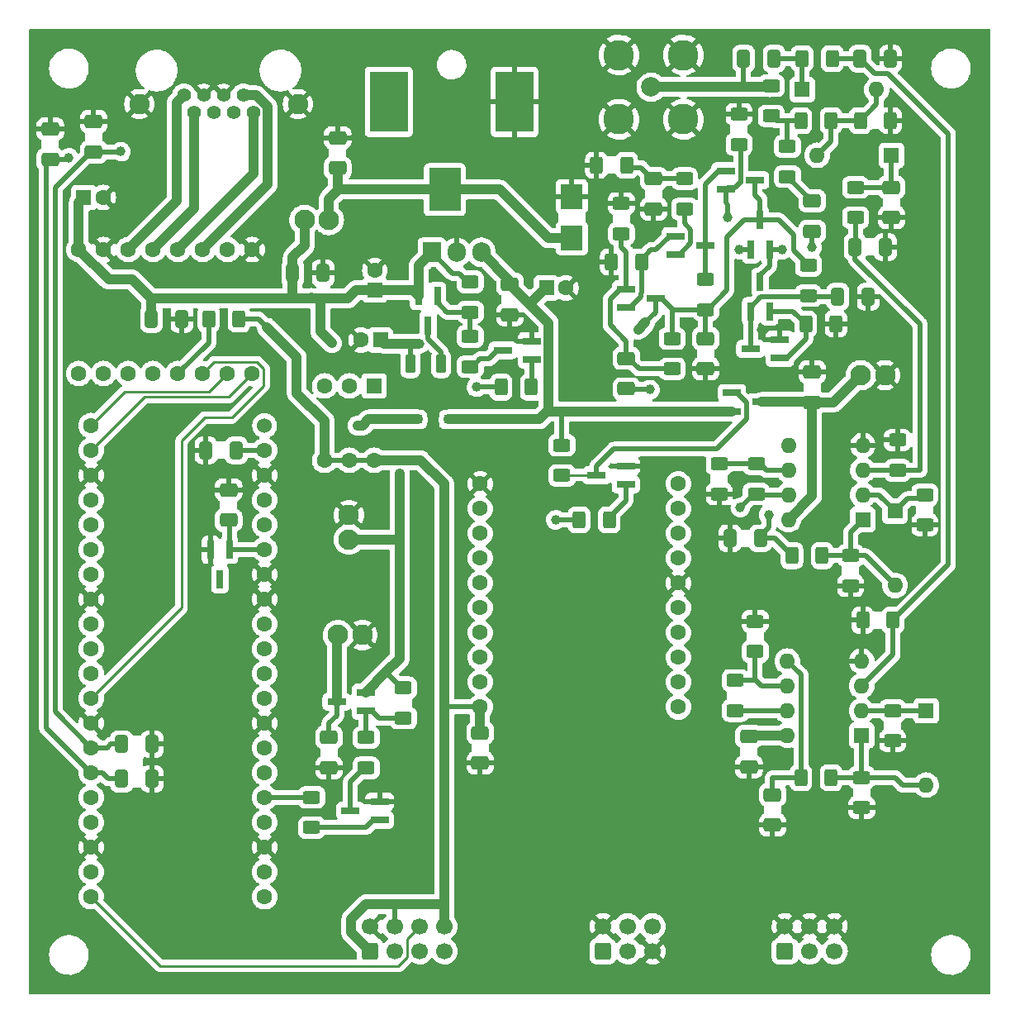
<source format=gtl>
G04 #@! TF.GenerationSoftware,KiCad,Pcbnew,6.0.5-a6ca702e91~116~ubuntu20.04.1*
G04 #@! TF.CreationDate,2022-05-09T08:21:39-04:00*
G04 #@! TF.ProjectId,magloop_pico,6d61676c-6f6f-4705-9f70-69636f2e6b69,1.0*
G04 #@! TF.SameCoordinates,Original*
G04 #@! TF.FileFunction,Copper,L1,Top*
G04 #@! TF.FilePolarity,Positive*
%FSLAX46Y46*%
G04 Gerber Fmt 4.6, Leading zero omitted, Abs format (unit mm)*
G04 Created by KiCad (PCBNEW 6.0.5-a6ca702e91~116~ubuntu20.04.1) date 2022-05-09 08:21:39*
%MOMM*%
%LPD*%
G01*
G04 APERTURE LIST*
G04 Aperture macros list*
%AMRoundRect*
0 Rectangle with rounded corners*
0 $1 Rounding radius*
0 $2 $3 $4 $5 $6 $7 $8 $9 X,Y pos of 4 corners*
0 Add a 4 corners polygon primitive as box body*
4,1,4,$2,$3,$4,$5,$6,$7,$8,$9,$2,$3,0*
0 Add four circle primitives for the rounded corners*
1,1,$1+$1,$2,$3*
1,1,$1+$1,$4,$5*
1,1,$1+$1,$6,$7*
1,1,$1+$1,$8,$9*
0 Add four rect primitives between the rounded corners*
20,1,$1+$1,$2,$3,$4,$5,0*
20,1,$1+$1,$4,$5,$6,$7,0*
20,1,$1+$1,$6,$7,$8,$9,0*
20,1,$1+$1,$8,$9,$2,$3,0*%
G04 Aperture macros list end*
G04 #@! TA.AperFunction,SMDPad,CuDef*
%ADD10RoundRect,0.250000X-0.650000X0.412500X-0.650000X-0.412500X0.650000X-0.412500X0.650000X0.412500X0*%
G04 #@! TD*
G04 #@! TA.AperFunction,SMDPad,CuDef*
%ADD11RoundRect,0.250000X-0.412500X-0.650000X0.412500X-0.650000X0.412500X0.650000X-0.412500X0.650000X0*%
G04 #@! TD*
G04 #@! TA.AperFunction,SMDPad,CuDef*
%ADD12RoundRect,0.250000X0.412500X0.650000X-0.412500X0.650000X-0.412500X-0.650000X0.412500X-0.650000X0*%
G04 #@! TD*
G04 #@! TA.AperFunction,ComponentPad*
%ADD13R,1.600000X1.600000*%
G04 #@! TD*
G04 #@! TA.AperFunction,ComponentPad*
%ADD14O,1.600000X1.600000*%
G04 #@! TD*
G04 #@! TA.AperFunction,ComponentPad*
%ADD15RoundRect,0.250000X0.600000X-0.600000X0.600000X0.600000X-0.600000X0.600000X-0.600000X-0.600000X0*%
G04 #@! TD*
G04 #@! TA.AperFunction,ComponentPad*
%ADD16C,1.700000*%
G04 #@! TD*
G04 #@! TA.AperFunction,SMDPad,CuDef*
%ADD17RoundRect,0.250000X-0.625000X0.400000X-0.625000X-0.400000X0.625000X-0.400000X0.625000X0.400000X0*%
G04 #@! TD*
G04 #@! TA.AperFunction,SMDPad,CuDef*
%ADD18RoundRect,0.250000X0.625000X-0.400000X0.625000X0.400000X-0.625000X0.400000X-0.625000X-0.400000X0*%
G04 #@! TD*
G04 #@! TA.AperFunction,SMDPad,CuDef*
%ADD19RoundRect,0.250000X0.400000X0.625000X-0.400000X0.625000X-0.400000X-0.625000X0.400000X-0.625000X0*%
G04 #@! TD*
G04 #@! TA.AperFunction,SMDPad,CuDef*
%ADD20RoundRect,0.250000X-0.400000X-0.625000X0.400000X-0.625000X0.400000X0.625000X-0.400000X0.625000X0*%
G04 #@! TD*
G04 #@! TA.AperFunction,ComponentPad*
%ADD21C,1.600000*%
G04 #@! TD*
G04 #@! TA.AperFunction,SMDPad,CuDef*
%ADD22R,0.800000X1.900000*%
G04 #@! TD*
G04 #@! TA.AperFunction,SMDPad,CuDef*
%ADD23R,1.900000X0.800000*%
G04 #@! TD*
G04 #@! TA.AperFunction,SMDPad,CuDef*
%ADD24R,0.900000X0.950000*%
G04 #@! TD*
G04 #@! TA.AperFunction,SMDPad,CuDef*
%ADD25RoundRect,0.250000X0.275000X0.700000X-0.275000X0.700000X-0.275000X-0.700000X0.275000X-0.700000X0*%
G04 #@! TD*
G04 #@! TA.AperFunction,ComponentPad*
%ADD26R,1.905000X2.000000*%
G04 #@! TD*
G04 #@! TA.AperFunction,ComponentPad*
%ADD27O,1.905000X2.000000*%
G04 #@! TD*
G04 #@! TA.AperFunction,SMDPad,CuDef*
%ADD28R,3.300000X4.400000*%
G04 #@! TD*
G04 #@! TA.AperFunction,SMDPad,CuDef*
%ADD29R,3.900000X6.200000*%
G04 #@! TD*
G04 #@! TA.AperFunction,SMDPad,CuDef*
%ADD30RoundRect,0.250000X0.650000X-0.412500X0.650000X0.412500X-0.650000X0.412500X-0.650000X-0.412500X0*%
G04 #@! TD*
G04 #@! TA.AperFunction,ComponentPad*
%ADD31C,1.524000*%
G04 #@! TD*
G04 #@! TA.AperFunction,ComponentPad*
%ADD32C,2.100000*%
G04 #@! TD*
G04 #@! TA.AperFunction,SMDPad,CuDef*
%ADD33R,2.300000X2.500000*%
G04 #@! TD*
G04 #@! TA.AperFunction,ComponentPad*
%ADD34C,1.397000*%
G04 #@! TD*
G04 #@! TA.AperFunction,ComponentPad*
%ADD35C,2.082800*%
G04 #@! TD*
G04 #@! TA.AperFunction,ComponentPad*
%ADD36C,2.000000*%
G04 #@! TD*
G04 #@! TA.AperFunction,ComponentPad*
%ADD37C,3.126000*%
G04 #@! TD*
G04 #@! TA.AperFunction,ViaPad*
%ADD38C,1.000000*%
G04 #@! TD*
G04 #@! TA.AperFunction,Conductor*
%ADD39C,1.016000*%
G04 #@! TD*
G04 #@! TA.AperFunction,Conductor*
%ADD40C,0.508000*%
G04 #@! TD*
G04 #@! TA.AperFunction,Conductor*
%ADD41C,0.254000*%
G04 #@! TD*
G04 APERTURE END LIST*
D10*
X154178000Y-65366500D03*
X154178000Y-68491500D03*
X151384000Y-83781500D03*
X151384000Y-86906500D03*
D11*
X173062500Y-77470000D03*
X176187500Y-77470000D03*
D10*
X170434000Y-67652500D03*
X170434000Y-70777500D03*
X159512000Y-81749500D03*
X159512000Y-84874500D03*
D12*
X166535500Y-53086000D03*
X163410500Y-53086000D03*
D10*
X178562000Y-66255500D03*
X178562000Y-69380500D03*
D11*
X175348500Y-53086000D03*
X178473500Y-53086000D03*
D10*
X166370000Y-128485500D03*
X166370000Y-131610500D03*
D12*
X165118500Y-102215000D03*
X161993500Y-102215000D03*
D13*
X169418000Y-56261000D03*
D14*
X177038000Y-56261000D03*
D13*
X178562000Y-62992000D03*
D14*
X170942000Y-62992000D03*
D13*
X182118000Y-119888000D03*
D14*
X182118000Y-127508000D03*
D15*
X125095000Y-144516500D03*
D16*
X125095000Y-141976500D03*
X127635000Y-144516500D03*
X127635000Y-141976500D03*
X130175000Y-144516500D03*
X130175000Y-141976500D03*
X132715000Y-144516500D03*
X132715000Y-141976500D03*
D17*
X156083000Y-81762000D03*
X156083000Y-84862000D03*
D18*
X150876000Y-71019000D03*
X150876000Y-67919000D03*
D19*
X152934000Y-73914000D03*
X149834000Y-73914000D03*
D18*
X159512000Y-78792000D03*
X159512000Y-75692000D03*
X157353000Y-68479000D03*
X157353000Y-65379000D03*
D19*
X151410000Y-64008000D03*
X148310000Y-64008000D03*
D18*
X162941000Y-61875000D03*
X162941000Y-58775000D03*
D17*
X170053000Y-74269000D03*
X170053000Y-77369000D03*
D20*
X169773000Y-80264000D03*
X172873000Y-80264000D03*
D18*
X167894000Y-65177000D03*
X167894000Y-62077000D03*
X166243000Y-58954000D03*
X166243000Y-55854000D03*
D20*
X169265000Y-59436000D03*
X172365000Y-59436000D03*
X169392000Y-53086000D03*
X172492000Y-53086000D03*
D17*
X174879000Y-66268000D03*
X174879000Y-69368000D03*
D18*
X179177000Y-95256000D03*
X179177000Y-92156000D03*
D17*
X181991000Y-97764000D03*
X181991000Y-100864000D03*
D19*
X172365000Y-126746000D03*
X169265000Y-126746000D03*
X171456000Y-103993000D03*
X168356000Y-103993000D03*
D18*
X164592000Y-113818000D03*
X164592000Y-110718000D03*
D17*
X160909000Y-94589000D03*
X160909000Y-97689000D03*
X162550000Y-116778000D03*
X162550000Y-119878000D03*
D21*
X136398000Y-96647000D03*
X136398000Y-99187000D03*
X136398000Y-101727000D03*
X136398000Y-104267000D03*
X136398000Y-106807000D03*
X136398000Y-109347000D03*
X136398000Y-111887000D03*
X136398000Y-114427000D03*
X136398000Y-116967000D03*
X136398000Y-119507000D03*
X156718000Y-119507000D03*
X156718000Y-116967000D03*
X156718000Y-114427000D03*
X156718000Y-111887000D03*
X156718000Y-109347000D03*
X156718000Y-106807000D03*
X156718000Y-104267000D03*
X156718000Y-101727000D03*
X156718000Y-99187000D03*
X156718000Y-96647000D03*
D22*
X110678000Y-103402000D03*
X108778000Y-103402000D03*
X109728000Y-106402000D03*
D13*
X175504000Y-122418000D03*
D14*
X175504000Y-119878000D03*
X175504000Y-117338000D03*
X175504000Y-114798000D03*
X167884000Y-114798000D03*
X167884000Y-117338000D03*
X167884000Y-119878000D03*
X167884000Y-122418000D03*
D23*
X156464000Y-71252000D03*
X156464000Y-73152000D03*
X159464000Y-72202000D03*
X161568000Y-64582000D03*
X161568000Y-66482000D03*
X164568000Y-65532000D03*
D22*
X164150000Y-72620000D03*
X166050000Y-72620000D03*
X165100000Y-69620000D03*
D11*
X174840500Y-72390000D03*
X177965500Y-72390000D03*
D21*
X113030000Y-72644000D03*
X110490000Y-72644000D03*
X107950000Y-72644000D03*
X105410000Y-72644000D03*
X102870000Y-72644000D03*
X100330000Y-72644000D03*
X97790000Y-72644000D03*
X95250000Y-72644000D03*
X95250000Y-85344000D03*
X97790000Y-85344000D03*
X100330000Y-85344000D03*
X102870000Y-85344000D03*
X105410000Y-85344000D03*
X107950000Y-85344000D03*
X110490000Y-85344000D03*
X113030000Y-85344000D03*
D23*
X151384000Y-76708000D03*
X151384000Y-78608000D03*
X154384000Y-77658000D03*
D22*
X164150000Y-78970000D03*
X166050000Y-78970000D03*
X165100000Y-75970000D03*
D24*
X133147000Y-90043000D03*
X129997000Y-90043000D03*
D13*
X178923000Y-99421000D03*
D14*
X178923000Y-107041000D03*
D19*
X178715000Y-110617000D03*
X175615000Y-110617000D03*
D13*
X175621000Y-100310000D03*
D14*
X175621000Y-97770000D03*
X175621000Y-95230000D03*
X175621000Y-92690000D03*
X168001000Y-92690000D03*
X168001000Y-95230000D03*
X168001000Y-97770000D03*
X168001000Y-100310000D03*
D17*
X164699000Y-94569000D03*
X164699000Y-97669000D03*
D25*
X132385000Y-84354000D03*
X129235000Y-84354000D03*
D13*
X125603000Y-76774113D03*
D21*
X125603000Y-74774113D03*
D10*
X139446000Y-76187500D03*
X139446000Y-79312500D03*
D11*
X117182500Y-75057000D03*
X120307500Y-75057000D03*
D26*
X131445000Y-72924000D03*
D27*
X133985000Y-72924000D03*
X136525000Y-72924000D03*
D13*
X143189888Y-76581000D03*
D21*
X145189888Y-76581000D03*
D13*
X126177113Y-81915000D03*
D21*
X124177113Y-81915000D03*
D28*
X132777000Y-66506000D03*
D29*
X139927000Y-57506000D03*
X127027000Y-57506000D03*
D10*
X163957000Y-122516500D03*
X163957000Y-125641500D03*
D17*
X175514000Y-126720000D03*
X175514000Y-129820000D03*
X174371000Y-103987000D03*
X174371000Y-107087000D03*
D30*
X170434000Y-88303500D03*
X170434000Y-85178500D03*
D15*
X148966000Y-144516500D03*
D16*
X148966000Y-141976500D03*
X151506000Y-144516500D03*
X151506000Y-141976500D03*
X154046000Y-144516500D03*
X154046000Y-141976500D03*
D17*
X178689000Y-119862000D03*
X178689000Y-122962000D03*
D20*
X175361000Y-59436000D03*
X178461000Y-59436000D03*
D21*
X96520000Y-90678000D03*
X96520000Y-93218000D03*
X96520000Y-95758000D03*
X96520000Y-98298000D03*
X96520000Y-100838000D03*
X96520000Y-103378000D03*
X96520000Y-105918000D03*
X96520000Y-108458000D03*
X96520000Y-110998000D03*
X96520000Y-113538000D03*
X96520000Y-116078000D03*
X96520000Y-118618000D03*
X96520000Y-121158000D03*
X96520000Y-123698000D03*
X96520000Y-126238000D03*
X96520000Y-128778000D03*
X96520000Y-131318000D03*
X96520000Y-133858000D03*
X96520000Y-136398000D03*
X96520000Y-138938000D03*
X114300000Y-138938000D03*
X114300000Y-136398000D03*
X114300000Y-133858000D03*
X114300000Y-131318000D03*
X114300000Y-128778000D03*
X114300000Y-126238000D03*
X114300000Y-123698000D03*
X114300000Y-121158000D03*
X114300000Y-118618000D03*
X114300000Y-116078000D03*
X114300000Y-113538000D03*
X114300000Y-110998000D03*
X114300000Y-108458000D03*
X114300000Y-105918000D03*
X114300000Y-103378000D03*
X114300000Y-100838000D03*
X114300000Y-98298000D03*
X114300000Y-95758000D03*
X114300000Y-93218000D03*
D31*
X114300000Y-90678000D03*
D13*
X95758000Y-67310000D03*
D21*
X97758000Y-67310000D03*
D10*
X120904000Y-122601000D03*
X120904000Y-125726000D03*
D32*
X124328000Y-112141000D03*
X121828000Y-112141000D03*
D23*
X141708000Y-83907000D03*
X141708000Y-82007000D03*
X138708000Y-82957000D03*
D22*
X132014000Y-77393000D03*
X130114000Y-77393000D03*
X131064000Y-80393000D03*
D23*
X162203000Y-87315000D03*
X162203000Y-89215000D03*
X165203000Y-88265000D03*
X126087000Y-131082500D03*
X126087000Y-129182500D03*
X123087000Y-130132500D03*
X124690000Y-119906500D03*
X124690000Y-118006500D03*
X121690000Y-118956500D03*
D19*
X141631000Y-86741000D03*
X138531000Y-86741000D03*
D17*
X135382000Y-75946000D03*
X135382000Y-79046000D03*
X135382000Y-81534000D03*
X135382000Y-84634000D03*
D19*
X149632000Y-100330000D03*
X146532000Y-100330000D03*
D17*
X144780000Y-92684000D03*
X144780000Y-95784000D03*
X119126000Y-128752000D03*
X119126000Y-131852000D03*
X128524000Y-117533500D03*
X128524000Y-120633500D03*
X124714000Y-122639500D03*
X124714000Y-125739500D03*
D19*
X111659000Y-79756000D03*
X108559000Y-79756000D03*
D23*
X151336000Y-96708000D03*
X151336000Y-94808000D03*
X148336000Y-95758000D03*
X167108000Y-83754000D03*
X167108000Y-81854000D03*
X164108000Y-82804000D03*
D13*
X125528000Y-86614000D03*
D21*
X122988000Y-86614000D03*
X120448000Y-86614000D03*
X120448000Y-94234000D03*
X122988000Y-94234000D03*
X125528000Y-94234000D03*
D10*
X92329000Y-60286500D03*
X92329000Y-63411500D03*
X96774000Y-59524500D03*
X96774000Y-62649500D03*
D11*
X108292500Y-93218000D03*
X111417500Y-93218000D03*
D12*
X102781500Y-123317000D03*
X99656500Y-123317000D03*
D33*
X145796000Y-71492000D03*
X145796000Y-67192000D03*
D12*
X102781500Y-126873000D03*
X99656500Y-126873000D03*
D11*
X102704500Y-79756000D03*
X105829500Y-79756000D03*
D15*
X167640000Y-144526000D03*
D16*
X167640000Y-141986000D03*
X170180000Y-144526000D03*
X170180000Y-141986000D03*
X172720000Y-144526000D03*
X172720000Y-141986000D03*
D10*
X136398000Y-122135500D03*
X136398000Y-125260500D03*
D34*
X106027416Y-56849118D03*
X107043416Y-58627118D03*
X108059416Y-56849118D03*
X109075416Y-58627118D03*
X110091416Y-56849118D03*
X111107416Y-58627118D03*
X112123416Y-56849118D03*
X113139416Y-58627118D03*
D35*
X101455416Y-57738118D03*
X117711416Y-57738118D03*
D30*
X110617000Y-100368500D03*
X110617000Y-97243500D03*
D36*
X153924000Y-56007000D03*
D37*
X157224000Y-59307000D03*
X150624000Y-59307000D03*
X157224000Y-52707000D03*
X150624000Y-52707000D03*
D30*
X121793000Y-64300500D03*
X121793000Y-61175500D03*
D32*
X122941000Y-102338000D03*
X122941000Y-99838000D03*
X118388000Y-69601000D03*
X120888000Y-69601000D03*
X175411000Y-85512500D03*
X177911000Y-85512500D03*
D38*
X148844000Y-118364000D03*
X170434000Y-107188000D03*
X165735000Y-85471000D03*
X182753000Y-103759000D03*
X97663000Y-87503000D03*
X163322000Y-75184000D03*
X173228000Y-97536000D03*
X178816000Y-57277000D03*
X117602000Y-79375000D03*
X142494000Y-97282000D03*
X166370000Y-133731000D03*
X130302000Y-97155000D03*
X142113000Y-91694000D03*
X139954000Y-123444000D03*
X125603000Y-68326000D03*
X146558000Y-105410000D03*
X148209000Y-80518000D03*
X182880000Y-92075000D03*
X140081000Y-133223000D03*
X119888000Y-120142000D03*
X171450000Y-148082000D03*
X130810000Y-137922000D03*
X179070000Y-75819000D03*
X121412000Y-127635000D03*
X183007000Y-64262000D03*
X158623000Y-112649000D03*
X149225000Y-75946000D03*
X110998000Y-144399000D03*
X90932000Y-122809000D03*
X180213000Y-146431000D03*
X129921000Y-87884000D03*
X104267000Y-95504000D03*
X157734000Y-80264000D03*
X154940000Y-91440000D03*
X112141000Y-116078000D03*
X104394000Y-141732000D03*
X108839000Y-75946000D03*
X130810000Y-128778000D03*
X115824000Y-124968000D03*
X108712000Y-110744000D03*
X126492000Y-100584000D03*
X100711000Y-64135000D03*
X96393000Y-76327000D03*
X165735000Y-104648000D03*
X152019000Y-66167000D03*
X186690000Y-103759000D03*
X104521000Y-106680000D03*
X170815000Y-124587000D03*
X98552000Y-114300000D03*
X143002000Y-66167000D03*
X181483000Y-56007000D03*
X122174000Y-144526000D03*
X104013000Y-113157000D03*
X147828000Y-97790000D03*
X130175000Y-103632000D03*
X181991000Y-51689000D03*
X107442000Y-54229000D03*
X114808000Y-141605000D03*
X169164000Y-113030000D03*
X183007000Y-71755000D03*
X186817000Y-92456000D03*
X171450000Y-65151000D03*
X173863000Y-54991000D03*
X156972000Y-132334000D03*
X104140000Y-89662000D03*
X138303000Y-105410000D03*
X185801000Y-64262000D03*
X124968000Y-96266000D03*
X106553000Y-81788000D03*
X178562000Y-116332000D03*
X179959000Y-90297000D03*
X130810000Y-124587000D03*
X134493000Y-143256000D03*
X135636000Y-88265000D03*
X144399000Y-130302000D03*
X104140000Y-75184000D03*
X126873000Y-122301000D03*
X97790000Y-147193000D03*
X179959000Y-81026000D03*
X139446000Y-129667000D03*
X164719000Y-63246000D03*
X166624000Y-67818000D03*
X172847000Y-113030000D03*
X143510000Y-69088000D03*
X176657000Y-64897000D03*
X175514000Y-132080000D03*
X170942000Y-51689000D03*
X173863000Y-61087000D03*
X110998000Y-128143000D03*
X116332000Y-130175000D03*
X153670000Y-82550000D03*
X165227000Y-80899000D03*
X153289000Y-95758000D03*
X172847000Y-70739000D03*
X154686000Y-118364000D03*
X101981000Y-110998000D03*
X94996000Y-79502000D03*
X103505000Y-66802000D03*
X139954000Y-52197000D03*
X166243000Y-124333000D03*
X120015000Y-105283000D03*
X91948000Y-141351000D03*
X98679000Y-128905000D03*
X134874000Y-128905000D03*
X111379000Y-54229000D03*
X116332000Y-65659000D03*
X185039000Y-59436000D03*
X173990000Y-75184000D03*
X139827000Y-63500000D03*
X160401000Y-120142000D03*
X180721000Y-69850000D03*
X176784000Y-108077000D03*
X112014000Y-90932000D03*
X145796000Y-143002000D03*
X158369000Y-91440000D03*
X103505000Y-119761000D03*
X153543000Y-70485000D03*
X130810000Y-134493000D03*
X186690000Y-80899000D03*
X108458000Y-118999000D03*
X160909000Y-145415000D03*
X148463000Y-87376000D03*
X182372000Y-78867000D03*
X145288000Y-87376000D03*
X116332000Y-101346000D03*
X97536000Y-51816000D03*
X130048000Y-92075000D03*
X130429000Y-112776000D03*
X99949000Y-77470000D03*
X167386000Y-75311000D03*
X135890000Y-68326000D03*
X116332000Y-134620000D03*
X146812000Y-91440000D03*
X185801000Y-71755000D03*
X174879000Y-80899000D03*
X121412000Y-84963000D03*
X142748000Y-145288000D03*
X158369000Y-94615000D03*
X104902000Y-122555000D03*
X107315000Y-95504000D03*
X118110000Y-140716000D03*
X120523000Y-72136000D03*
X186055000Y-122936000D03*
X187198000Y-140589000D03*
X90678000Y-74549000D03*
X119507000Y-113411000D03*
X99314000Y-70485000D03*
X101092000Y-103378000D03*
X163703000Y-128016000D03*
X153289000Y-139065000D03*
X145288000Y-80518000D03*
X158115000Y-86868000D03*
X167640000Y-80391000D03*
X142113000Y-118364000D03*
X94488000Y-59182000D03*
X91694000Y-56896000D03*
X161036000Y-110998000D03*
X90678000Y-107696000D03*
X153797000Y-86995000D03*
X129159000Y-82296000D03*
X153289000Y-80137000D03*
X130175000Y-82296000D03*
X152590500Y-80835500D03*
X167386000Y-72644000D03*
X170434000Y-72390000D03*
X165969000Y-99802000D03*
X99568000Y-62611000D03*
X94234000Y-63246000D03*
X115506500Y-81597500D03*
X114554000Y-80645000D03*
X163068000Y-99060000D03*
X136017000Y-86741000D03*
X144145000Y-100330000D03*
X162941000Y-72644000D03*
X161798000Y-69342000D03*
X124968000Y-90043000D03*
X123825000Y-90678000D03*
X120015000Y-81026000D03*
X128143000Y-97028000D03*
X121221500Y-82232500D03*
X128143000Y-95631000D03*
D39*
X97663000Y-67116887D02*
X97723887Y-67056000D01*
X121793000Y-64300500D02*
X121793000Y-66548000D01*
X120888000Y-67453000D02*
X121793000Y-66548000D01*
X145796000Y-71492000D02*
X143374000Y-71492000D01*
X120888000Y-69601000D02*
X120888000Y-67453000D01*
X143374000Y-71492000D02*
X138388000Y-66506000D01*
X138388000Y-66506000D02*
X132777000Y-66506000D01*
X132777000Y-66506000D02*
X121835000Y-66506000D01*
X121835000Y-66506000D02*
X121793000Y-66548000D01*
D40*
X152908000Y-64262000D02*
X151156000Y-64262000D01*
X157353000Y-65379000D02*
X154190500Y-65379000D01*
X154012500Y-65366500D02*
X152908000Y-64262000D01*
D41*
X154190500Y-65379000D02*
X154178000Y-65366500D01*
X154178000Y-65366500D02*
X154012500Y-65366500D01*
D40*
X151472500Y-86995000D02*
X151384000Y-86906500D01*
X153797000Y-86995000D02*
X151472500Y-86995000D01*
X150876000Y-72390000D02*
X151384000Y-72898000D01*
X152680000Y-84862000D02*
X156083000Y-84862000D01*
D41*
X150749000Y-76708000D02*
X151384000Y-76708000D01*
X151384000Y-83781500D02*
X151599500Y-83781500D01*
D40*
X150876000Y-71019000D02*
X150876000Y-72390000D01*
X149733000Y-80391000D02*
X149733000Y-77724000D01*
X149733000Y-77724000D02*
X150749000Y-76708000D01*
X151599500Y-83781500D02*
X152680000Y-84862000D01*
X151384000Y-83781500D02*
X151384000Y-82042000D01*
X151384000Y-72898000D02*
X151384000Y-76708000D01*
X151384000Y-82042000D02*
X149733000Y-80391000D01*
X170154000Y-77470000D02*
X170053000Y-77369000D01*
D41*
X164108000Y-79012000D02*
X164150000Y-78970000D01*
D40*
X164108000Y-82804000D02*
X164108000Y-79012000D01*
X170053000Y-77369000D02*
X169909511Y-77512489D01*
X164150000Y-78547000D02*
X164150000Y-78970000D01*
D41*
X170115500Y-77431500D02*
X170053000Y-77369000D01*
D40*
X173062500Y-77470000D02*
X170154000Y-77470000D01*
D41*
X164150000Y-78970000D02*
X164150000Y-78420000D01*
D40*
X165184511Y-77512489D02*
X164150000Y-78547000D01*
X169909511Y-77512489D02*
X165184511Y-77512489D01*
D39*
X144846000Y-89215000D02*
X162203000Y-89215000D01*
X143419511Y-89063511D02*
X142440022Y-90043000D01*
X139446000Y-76187500D02*
X139446000Y-75845000D01*
X143419511Y-80161011D02*
X143419511Y-89063511D01*
X143129000Y-76581000D02*
X141484250Y-78225750D01*
X141484250Y-78225750D02*
X143419511Y-80161011D01*
X143419511Y-89063511D02*
X143571000Y-89215000D01*
X139446000Y-76187500D02*
X141484250Y-78225750D01*
X139446000Y-75845000D02*
X136525000Y-72924000D01*
D40*
X144780000Y-92684000D02*
X144780000Y-89281000D01*
D39*
X144846000Y-89215000D02*
X143571000Y-89215000D01*
X133147000Y-90043000D02*
X136652000Y-90043000D01*
X142440022Y-90043000D02*
X135128000Y-90043000D01*
D41*
X144780000Y-89281000D02*
X144846000Y-89215000D01*
D39*
X143189888Y-76581000D02*
X143129000Y-76581000D01*
D40*
X168529000Y-72745000D02*
X169685000Y-73901000D01*
X129235000Y-84354000D02*
X129235000Y-82347000D01*
X155956000Y-78613000D02*
X155001000Y-77658000D01*
X163425000Y-69620000D02*
X165100000Y-69620000D01*
X170053000Y-74269000D02*
X170053000Y-73886163D01*
D39*
X129286000Y-82296000D02*
X130048480Y-82296000D01*
D40*
X159714000Y-78792000D02*
X161671000Y-76835000D01*
X165786837Y-69620000D02*
X165100000Y-69620000D01*
X153289000Y-80137000D02*
X154384000Y-79042000D01*
X156135000Y-78792000D02*
X155956000Y-78613000D01*
X159512000Y-78792000D02*
X159714000Y-78792000D01*
D39*
X129286000Y-82296000D02*
X126558113Y-82296000D01*
D40*
X154384000Y-77658000D02*
X154384000Y-79042000D01*
X129235000Y-82347000D02*
X129286000Y-82296000D01*
X161671000Y-71374000D02*
X163425000Y-69620000D01*
X164568000Y-65532000D02*
X164568000Y-67032000D01*
X156083000Y-81762000D02*
X156083000Y-78844000D01*
X164568000Y-67032000D02*
X165100000Y-67564000D01*
X168529000Y-71120000D02*
X168529000Y-72745000D01*
X159512000Y-78792000D02*
X156135000Y-78792000D01*
X169685000Y-73901000D02*
X170053000Y-74269000D01*
X155001000Y-77658000D02*
X154384000Y-77658000D01*
D41*
X156083000Y-78844000D02*
X156135000Y-78792000D01*
D39*
X126558113Y-82296000D02*
X126177113Y-81915000D01*
X152590500Y-80835500D02*
X153289000Y-80137000D01*
D40*
X165100000Y-67564000D02*
X165100000Y-69620000D01*
X167029000Y-69620000D02*
X168529000Y-71120000D01*
X165786837Y-69620000D02*
X167029000Y-69620000D01*
X159512000Y-81749500D02*
X159512000Y-78792000D01*
X161671000Y-76835000D02*
X161671000Y-71374000D01*
X165100000Y-75311000D02*
X165100000Y-75970000D01*
D41*
X166074000Y-72644000D02*
X166050000Y-72620000D01*
D40*
X166050000Y-74361000D02*
X165100000Y-75311000D01*
X167386000Y-72644000D02*
X166074000Y-72644000D01*
X166050000Y-72620000D02*
X166050000Y-74361000D01*
X170434000Y-70777500D02*
X170434000Y-72390000D01*
X170434000Y-67652500D02*
X170369500Y-67652500D01*
X170369500Y-67652500D02*
X167894000Y-65177000D01*
X169392000Y-56235000D02*
X169418000Y-56261000D01*
X166535500Y-53086000D02*
X169392000Y-53086000D01*
X169392000Y-52578000D02*
X169392000Y-56235000D01*
D39*
X163195000Y-56007000D02*
X166090000Y-56007000D01*
D40*
X163410500Y-55791500D02*
X163195000Y-56007000D01*
X163410500Y-52578000D02*
X163410500Y-55791500D01*
D39*
X166090000Y-56007000D02*
X166243000Y-55854000D01*
X153924000Y-56007000D02*
X163195000Y-56007000D01*
D40*
X174879000Y-66268000D02*
X178549500Y-66268000D01*
X178562000Y-62992000D02*
X178562000Y-66255500D01*
X178549500Y-66268000D02*
X178562000Y-66255500D01*
X179151000Y-95230000D02*
X175621000Y-95230000D01*
X174879000Y-72351500D02*
X174840500Y-72390000D01*
X181483000Y-80264000D02*
X181483000Y-95250000D01*
X181483000Y-95250000D02*
X179183000Y-95250000D01*
D41*
X179177000Y-95256000D02*
X179151000Y-95230000D01*
D40*
X174879000Y-69368000D02*
X174879000Y-72351500D01*
X174840500Y-72390000D02*
X174840500Y-73621500D01*
X174840500Y-73621500D02*
X181483000Y-80264000D01*
D41*
X179183000Y-95250000D02*
X179177000Y-95256000D01*
D40*
X176872500Y-54610000D02*
X175348500Y-53086000D01*
X178715000Y-110617000D02*
X178715000Y-114127000D01*
X178181000Y-54610000D02*
X176872500Y-54610000D01*
X184404000Y-60833000D02*
X184404000Y-104928000D01*
X178715000Y-114127000D02*
X175504000Y-117338000D01*
X184404000Y-104928000D02*
X178715000Y-110617000D01*
X172492000Y-53086000D02*
X175348500Y-53086000D01*
X178181000Y-54610000D02*
X184404000Y-60833000D01*
D41*
X169281000Y-126730000D02*
X169265000Y-126746000D01*
D40*
X169281000Y-116195000D02*
X169281000Y-126730000D01*
X167884000Y-114798000D02*
X169281000Y-116195000D01*
X166370000Y-126746000D02*
X169265000Y-126746000D01*
X166370000Y-128485500D02*
X166370000Y-126746000D01*
X166578000Y-102215000D02*
X165118500Y-102215000D01*
X165969000Y-101072000D02*
X165118500Y-101922500D01*
D41*
X165118500Y-101922500D02*
X165118500Y-102215000D01*
D40*
X165969000Y-99802000D02*
X165969000Y-101072000D01*
X168356000Y-103993000D02*
X166578000Y-102215000D01*
X172365000Y-59436000D02*
X175361000Y-59436000D01*
X172365000Y-59436000D02*
X172365000Y-61569000D01*
X177038000Y-56261000D02*
X177038000Y-57759000D01*
X177038000Y-57759000D02*
X175361000Y-59436000D01*
X172365000Y-61569000D02*
X170942000Y-62992000D01*
X175504000Y-119878000D02*
X178673000Y-119878000D01*
X182118000Y-119888000D02*
X178715000Y-119888000D01*
D41*
X178673000Y-119878000D02*
X178689000Y-119862000D01*
X178715000Y-119888000D02*
X178689000Y-119862000D01*
D40*
X178943000Y-126746000D02*
X175540000Y-126746000D01*
X175504000Y-124704000D02*
X175504000Y-122418000D01*
D41*
X175540000Y-126746000D02*
X175514000Y-126720000D01*
D40*
X179705000Y-127508000D02*
X178943000Y-126746000D01*
X175514000Y-124714000D02*
X175514000Y-126720000D01*
D41*
X175488000Y-126746000D02*
X175514000Y-126720000D01*
D40*
X182118000Y-127508000D02*
X179705000Y-127508000D01*
X172365000Y-126746000D02*
X175488000Y-126746000D01*
D41*
X175504000Y-124704000D02*
X175514000Y-124714000D01*
D40*
X175621000Y-100350000D02*
X174371000Y-101600000D01*
X174397000Y-104013000D02*
X175895000Y-104013000D01*
X174371000Y-101600000D02*
X174371000Y-103987000D01*
X174371000Y-103987000D02*
X174397000Y-104013000D01*
D41*
X174365000Y-103993000D02*
X174371000Y-103987000D01*
D40*
X171456000Y-103993000D02*
X174365000Y-103993000D01*
X175621000Y-100310000D02*
X175621000Y-100350000D01*
X175895000Y-104013000D02*
X178923000Y-107041000D01*
X178963000Y-99421000D02*
X180213000Y-98171000D01*
X181584000Y-98171000D02*
X181991000Y-97764000D01*
X176764000Y-97770000D02*
X175621000Y-97770000D01*
X180213000Y-98171000D02*
X181584000Y-98171000D01*
X178923000Y-99421000D02*
X178963000Y-99421000D01*
X178923000Y-99421000D02*
X177292000Y-97790000D01*
X177292000Y-97790000D02*
X176784000Y-97790000D01*
X176784000Y-97790000D02*
X176764000Y-97770000D01*
X96481500Y-62649500D02*
X92837000Y-66294000D01*
X98552000Y-123317000D02*
X98171000Y-123698000D01*
X96774000Y-62649500D02*
X99529500Y-62649500D01*
X92837000Y-120015000D02*
X96520000Y-123698000D01*
X99529500Y-62649500D02*
X99568000Y-62611000D01*
X92837000Y-66294000D02*
X92837000Y-120015000D01*
X99656500Y-123317000D02*
X98552000Y-123317000D01*
X96774000Y-62649500D02*
X96481500Y-62649500D01*
X98171000Y-123698000D02*
X96520000Y-123698000D01*
X94068500Y-63411500D02*
X94234000Y-63246000D01*
X91948000Y-63792500D02*
X91948000Y-121666000D01*
X98298000Y-126873000D02*
X97663000Y-126238000D01*
X92329000Y-63411500D02*
X94068500Y-63411500D01*
X92329000Y-63411500D02*
X91948000Y-63792500D01*
X91948000Y-121666000D02*
X96520000Y-126238000D01*
X97663000Y-126238000D02*
X96520000Y-126238000D01*
X99656500Y-126873000D02*
X98298000Y-126873000D01*
D39*
X130276000Y-94208000D02*
X125554000Y-94208000D01*
X132715000Y-96647000D02*
X130276000Y-94208000D01*
X120448000Y-94234000D02*
X120448000Y-90182838D01*
X123190000Y-142621000D02*
X123190000Y-141224000D01*
D40*
X127635000Y-141976500D02*
X127635000Y-139700000D01*
X113665000Y-79756000D02*
X114554000Y-80645000D01*
D39*
X125554000Y-94208000D02*
X125528000Y-94234000D01*
X136398000Y-119507000D02*
X136398000Y-122135500D01*
X115506500Y-81597500D02*
X117602000Y-83693000D01*
D40*
X111659000Y-79756000D02*
X113665000Y-79756000D01*
X120448000Y-94234000D02*
X122988000Y-94234000D01*
D39*
X114554000Y-80645000D02*
X115506500Y-81597500D01*
X127635000Y-139700000D02*
X132715000Y-139700000D01*
X124714000Y-139700000D02*
X127635000Y-139700000D01*
X132715000Y-141976500D02*
X132715000Y-140208000D01*
X120448000Y-90182838D02*
X117602000Y-87336838D01*
X132715000Y-139700000D02*
X132715000Y-119507000D01*
X125085500Y-144516500D02*
X123190000Y-142621000D01*
D40*
X136398000Y-119507000D02*
X132715000Y-119507000D01*
D39*
X132715000Y-140208000D02*
X132715000Y-139700000D01*
X125095000Y-144516500D02*
X125085500Y-144516500D01*
D40*
X125528000Y-94234000D02*
X122988000Y-94234000D01*
D39*
X132715000Y-119507000D02*
X132715000Y-96647000D01*
X117602000Y-87336838D02*
X117602000Y-83693000D01*
X123190000Y-141224000D02*
X124714000Y-139700000D01*
D41*
X96520000Y-138938000D02*
X103632000Y-146050000D01*
X130175000Y-141976500D02*
X128905000Y-143246500D01*
X128905000Y-143246500D02*
X128905000Y-145161000D01*
X103632000Y-146050000D02*
X128016000Y-146050000D01*
X128016000Y-146050000D02*
X128905000Y-145161000D01*
D40*
X159464000Y-72202000D02*
X159464000Y-65961000D01*
D41*
X159464000Y-75644000D02*
X159512000Y-75692000D01*
D40*
X159464000Y-65961000D02*
X160843000Y-64582000D01*
D41*
X160843000Y-64582000D02*
X161568000Y-64582000D01*
D40*
X159464000Y-72202000D02*
X159464000Y-75644000D01*
X162550000Y-116778000D02*
X164527000Y-116778000D01*
X165217000Y-117338000D02*
X164592000Y-116713000D01*
X164592000Y-113818000D02*
X164592000Y-116713000D01*
X164592000Y-116713000D02*
X164527000Y-116778000D01*
X167884000Y-117338000D02*
X165217000Y-117338000D01*
X165054000Y-94569000D02*
X165735000Y-95250000D01*
X165735000Y-95250000D02*
X165755000Y-95230000D01*
X165755000Y-95230000D02*
X168001000Y-95230000D01*
X164699000Y-94569000D02*
X160929000Y-94569000D01*
X160929000Y-94569000D02*
X160909000Y-94589000D01*
X164699000Y-94569000D02*
X165054000Y-94569000D01*
D41*
X164699000Y-97669000D02*
X164459000Y-97669000D01*
D40*
X168001000Y-97770000D02*
X164800000Y-97770000D01*
X164459000Y-97669000D02*
X163068000Y-99060000D01*
D41*
X164800000Y-97770000D02*
X164699000Y-97669000D01*
D40*
X162550000Y-119878000D02*
X167884000Y-119878000D01*
X110702000Y-103378000D02*
X110678000Y-103402000D01*
X114300000Y-103378000D02*
X110702000Y-103378000D01*
X110678000Y-103402000D02*
X110678000Y-100429500D01*
X110678000Y-100429500D02*
X110617000Y-100368500D01*
D39*
X105283000Y-67691000D02*
X105283000Y-66802000D01*
X106027416Y-56849118D02*
X105283000Y-57593534D01*
X105283000Y-57593534D02*
X105283000Y-66802000D01*
X100330000Y-72644000D02*
X105283000Y-67691000D01*
X102870000Y-72644000D02*
X107061000Y-68453000D01*
X107061000Y-67818000D02*
X107043416Y-67800416D01*
X107043416Y-67800416D02*
X107043416Y-58627118D01*
X107061000Y-68453000D02*
X107061000Y-67818000D01*
D40*
X138531000Y-86741000D02*
X136017000Y-86741000D01*
X144145000Y-100330000D02*
X146532000Y-100330000D01*
X119100000Y-128778000D02*
X119126000Y-128752000D01*
X114300000Y-128778000D02*
X119100000Y-128778000D01*
X154432000Y-72644000D02*
X153924000Y-72644000D01*
X151770000Y-78608000D02*
X152908000Y-77470000D01*
D41*
X152934000Y-73914000D02*
X152934000Y-73634000D01*
X152934000Y-77072198D02*
X152908000Y-77098198D01*
X156464000Y-71252000D02*
X155824000Y-71252000D01*
D40*
X152908000Y-77470000D02*
X152908000Y-77098198D01*
X155824000Y-71252000D02*
X154432000Y-72644000D01*
X152934000Y-73634000D02*
X153924000Y-72644000D01*
X152934000Y-73914000D02*
X152934000Y-77072198D01*
X157353000Y-69977000D02*
X157353000Y-68479000D01*
X156845000Y-73152000D02*
X157988000Y-72009000D01*
X157988000Y-70612000D02*
X157353000Y-69977000D01*
X157988000Y-72009000D02*
X157988000Y-70612000D01*
X162560000Y-66294000D02*
X161756000Y-66294000D01*
X163068000Y-65786000D02*
X162560000Y-66294000D01*
X161756000Y-66294000D02*
X161568000Y-66482000D01*
X162941000Y-61875000D02*
X163110489Y-62044489D01*
X162941000Y-72644000D02*
X164126000Y-72644000D01*
X161798000Y-69342000D02*
X161798000Y-68072000D01*
X161568000Y-67842000D02*
X161568000Y-66482000D01*
D41*
X164126000Y-72644000D02*
X164150000Y-72620000D01*
D40*
X163110489Y-62044489D02*
X163110489Y-65786000D01*
X161798000Y-68072000D02*
X161568000Y-67842000D01*
X163110489Y-65786000D02*
X163068000Y-65786000D01*
X169773000Y-81814000D02*
X169773000Y-80264000D01*
X166050000Y-78970000D02*
X168479000Y-78970000D01*
X168479000Y-78970000D02*
X169773000Y-80264000D01*
X167833000Y-83754000D02*
X169773000Y-81814000D01*
X167108000Y-83754000D02*
X167833000Y-83754000D01*
D39*
X167884000Y-122418000D02*
X164055500Y-122418000D01*
X170434000Y-88303500D02*
X170434000Y-97877000D01*
X165203000Y-88265000D02*
X170395500Y-88265000D01*
X170434000Y-97877000D02*
X168001000Y-100310000D01*
X170395500Y-88265000D02*
X170434000Y-88303500D01*
X164055500Y-122418000D02*
X163957000Y-122516500D01*
X172596000Y-88303500D02*
X175387000Y-85512500D01*
X170434000Y-88303500D02*
X172596000Y-88303500D01*
X121690000Y-118956500D02*
X121690000Y-112239000D01*
X121690000Y-112239000D02*
X121788000Y-112141000D01*
D40*
X121690000Y-120372000D02*
X120904000Y-121158000D01*
X120904000Y-121158000D02*
X120904000Y-122601000D01*
X121690000Y-118956500D02*
X121690000Y-120372000D01*
X131064000Y-80393000D02*
X131064000Y-81788000D01*
X131064000Y-81788000D02*
X132385000Y-83109000D01*
X132385000Y-83109000D02*
X132385000Y-84354000D01*
D41*
X135382000Y-84634000D02*
X135610000Y-84634000D01*
D40*
X137287000Y-83846000D02*
X138176000Y-82957000D01*
X135610000Y-84634000D02*
X136398000Y-83846000D01*
D41*
X138176000Y-82957000D02*
X138708000Y-82957000D01*
D40*
X136398000Y-83846000D02*
X137287000Y-83846000D01*
X141708000Y-83907000D02*
X141708000Y-86664000D01*
X141708000Y-86664000D02*
X141631000Y-86741000D01*
X132995000Y-79046000D02*
X132014000Y-78065000D01*
X135382000Y-79046000D02*
X132995000Y-79046000D01*
X135382000Y-81534000D02*
X135382000Y-79046000D01*
X162668022Y-87315000D02*
X163703000Y-88349978D01*
X148336000Y-94850000D02*
X148336000Y-95758000D01*
X162203000Y-87315000D02*
X162668022Y-87315000D01*
D41*
X144806000Y-95758000D02*
X144780000Y-95784000D01*
D40*
X163703000Y-88349978D02*
X163703000Y-90043000D01*
X150095000Y-93091000D02*
X148336000Y-94850000D01*
X160655000Y-93091000D02*
X150095000Y-93091000D01*
D41*
X148336000Y-95758000D02*
X144806000Y-95758000D01*
D40*
X163703000Y-90043000D02*
X160655000Y-93091000D01*
X149632000Y-100050000D02*
X151336000Y-98346000D01*
X151336000Y-98346000D02*
X151336000Y-96708000D01*
D41*
X149632000Y-100330000D02*
X149632000Y-100050000D01*
X124714000Y-125739500D02*
X124535000Y-125739500D01*
D40*
X123087000Y-127187500D02*
X123087000Y-130132500D01*
X124535000Y-125739500D02*
X123087000Y-127187500D01*
X124714000Y-131826000D02*
X119152000Y-131826000D01*
X119152000Y-131826000D02*
X119126000Y-131852000D01*
X126087000Y-131082500D02*
X125457500Y-131082500D01*
D41*
X125542000Y-131082500D02*
X126087000Y-131082500D01*
D40*
X125457500Y-131082500D02*
X124714000Y-131826000D01*
D41*
X124690000Y-119906500D02*
X125283000Y-119906500D01*
D40*
X125283000Y-119906500D02*
X126010000Y-120633500D01*
X126010000Y-120633500D02*
X128524000Y-120633500D01*
X124714000Y-122639500D02*
X124714000Y-119930500D01*
D41*
X124714000Y-119930500D02*
X124690000Y-119906500D01*
D40*
X167894000Y-62077000D02*
X167894000Y-59563000D01*
X169265000Y-59436000D02*
X168021000Y-59436000D01*
X166725000Y-59436000D02*
X166243000Y-58954000D01*
X168021000Y-59436000D02*
X166725000Y-59436000D01*
X167894000Y-59563000D02*
X168021000Y-59436000D01*
X108559000Y-82195000D02*
X105410000Y-85344000D01*
X108559000Y-79756000D02*
X108559000Y-82195000D01*
D39*
X113426184Y-56849118D02*
X114599427Y-58022361D01*
X114599427Y-65994573D02*
X107950000Y-72644000D01*
X112123416Y-56849118D02*
X113426184Y-56849118D01*
X114599427Y-58022361D02*
X114599427Y-65994573D01*
X113139416Y-64879416D02*
X113139416Y-58627118D01*
X113157000Y-64897000D02*
X113139416Y-64879416D01*
X105410000Y-72644000D02*
X113157000Y-64897000D01*
D41*
X113518985Y-84163489D02*
X109130511Y-84163489D01*
X105791000Y-109347000D02*
X105791000Y-92202000D01*
X114210511Y-84855015D02*
X113518985Y-84163489D01*
X105791000Y-92202000D02*
X108140500Y-89852500D01*
X109130511Y-84163489D02*
X107950000Y-85344000D01*
X114210511Y-86576489D02*
X114210511Y-84855015D01*
X108140500Y-89852500D02*
X110934500Y-89852500D01*
X96520000Y-118618000D02*
X105791000Y-109347000D01*
X110934500Y-89852500D02*
X114210511Y-86576489D01*
X108584520Y-87249480D02*
X110490000Y-85344000D01*
X96520000Y-90678000D02*
X99948520Y-87249480D01*
X99948520Y-87249480D02*
X108584520Y-87249480D01*
D40*
X114300000Y-93218000D02*
X111417500Y-93218000D01*
D39*
X129997000Y-90043000D02*
X124968000Y-90043000D01*
X124333000Y-90678000D02*
X124968000Y-90043000D01*
X123825000Y-90678000D02*
X124333000Y-90678000D01*
D41*
X96520000Y-93218000D02*
X101981000Y-87757000D01*
X110617000Y-87757000D02*
X113030000Y-85344000D01*
X101981000Y-87757000D02*
X110617000Y-87757000D01*
D40*
X133604000Y-75083000D02*
X134239000Y-75083000D01*
D39*
X100719489Y-75700489D02*
X102654500Y-77635500D01*
D40*
X128524000Y-117533500D02*
X128328500Y-117533500D01*
D39*
X125603000Y-76774113D02*
X123698000Y-76774113D01*
X130114000Y-74255000D02*
X131445000Y-72924000D01*
D40*
X134239000Y-75083000D02*
X135102000Y-75946000D01*
D39*
X95250000Y-67818000D02*
X95758000Y-67310000D01*
X126746000Y-115951000D02*
X128143000Y-114554000D01*
X116928500Y-77635500D02*
X102654500Y-77635500D01*
X128143000Y-95631000D02*
X128143000Y-97028000D01*
X125603000Y-76774113D02*
X129495113Y-76774113D01*
D40*
X131445000Y-72924000D02*
X133604000Y-75083000D01*
D39*
X117182500Y-75057000D02*
X117182500Y-77381500D01*
X102704500Y-79756000D02*
X102704500Y-77685500D01*
X119126000Y-77597000D02*
X119164500Y-77635500D01*
X98306489Y-75700489D02*
X100719489Y-75700489D01*
X124690000Y-118006500D02*
X124690500Y-118006500D01*
X102704500Y-77685500D02*
X102654500Y-77635500D01*
X123698000Y-76774113D02*
X122836613Y-77635500D01*
X118783500Y-77635500D02*
X116928500Y-77635500D01*
X120015000Y-78004000D02*
X120015000Y-81026000D01*
X129495113Y-76774113D02*
X130114000Y-77393000D01*
X118388000Y-72239000D02*
X118388000Y-69601000D01*
X128143000Y-114554000D02*
X128143000Y-102616000D01*
X128143000Y-102616000D02*
X128143000Y-95631000D01*
X122836613Y-77635500D02*
X119164500Y-77635500D01*
X95250000Y-72644000D02*
X95250000Y-67818000D01*
X124690500Y-118006500D02*
X126746000Y-115951000D01*
X117182500Y-75057000D02*
X117182500Y-73444500D01*
X127889000Y-102362000D02*
X128143000Y-102616000D01*
X120015000Y-81026000D02*
X121221500Y-82232500D01*
X117182500Y-77381500D02*
X116928500Y-77635500D01*
X130114000Y-75377000D02*
X130114000Y-74255000D01*
X119164500Y-77635500D02*
X118783500Y-77635500D01*
D40*
X128328500Y-117533500D02*
X126746000Y-115951000D01*
D39*
X122936000Y-102362000D02*
X127889000Y-102362000D01*
X130114000Y-77393000D02*
X130114000Y-75377000D01*
D41*
X135102000Y-75946000D02*
X135382000Y-75946000D01*
D39*
X95250000Y-72644000D02*
X98306489Y-75700489D01*
X117182500Y-73444500D02*
X118388000Y-72239000D01*
G04 #@! TA.AperFunction,Conductor*
G36*
X188663621Y-50058502D02*
G01*
X188710114Y-50112158D01*
X188721500Y-50164500D01*
X188721500Y-148844500D01*
X188701498Y-148912621D01*
X188647842Y-148959114D01*
X188595500Y-148970500D01*
X90296500Y-148970500D01*
X90228379Y-148950498D01*
X90181886Y-148896842D01*
X90170500Y-148844500D01*
X90170500Y-144885666D01*
X92196863Y-144885666D01*
X92197276Y-144892821D01*
X92212815Y-145162335D01*
X92213640Y-145166542D01*
X92213641Y-145166547D01*
X92234205Y-145271361D01*
X92266169Y-145434279D01*
X92267556Y-145438330D01*
X92352830Y-145687396D01*
X92355935Y-145696466D01*
X92399656Y-145783395D01*
X92452143Y-145887753D01*
X92480454Y-145944044D01*
X92637421Y-146172433D01*
X92823932Y-146377405D01*
X92827221Y-146380155D01*
X93033243Y-146552417D01*
X93033248Y-146552421D01*
X93036535Y-146555169D01*
X93142009Y-146621333D01*
X93267656Y-146700152D01*
X93267660Y-146700154D01*
X93271296Y-146702435D01*
X93523872Y-146816477D01*
X93527992Y-146817697D01*
X93527991Y-146817697D01*
X93785475Y-146893967D01*
X93785479Y-146893968D01*
X93789588Y-146895185D01*
X93793825Y-146895833D01*
X93793828Y-146895834D01*
X94022846Y-146930879D01*
X94063527Y-146937104D01*
X94204602Y-146939320D01*
X94336330Y-146941390D01*
X94336336Y-146941390D01*
X94340621Y-146941457D01*
X94615742Y-146908164D01*
X94883800Y-146837840D01*
X95139833Y-146731788D01*
X95345991Y-146611319D01*
X95375401Y-146594133D01*
X95375402Y-146594132D01*
X95379104Y-146591969D01*
X95597186Y-146420971D01*
X95636740Y-146380155D01*
X95787060Y-146225036D01*
X95790043Y-146221958D01*
X95792576Y-146218510D01*
X95792580Y-146218505D01*
X95951568Y-146002068D01*
X95954106Y-145998613D01*
X96016247Y-145884163D01*
X96084290Y-145758844D01*
X96084291Y-145758842D01*
X96086340Y-145755068D01*
X96184298Y-145495830D01*
X96210029Y-145383481D01*
X96245210Y-145229876D01*
X96245211Y-145229871D01*
X96246167Y-145225696D01*
X96270802Y-144949665D01*
X96271249Y-144907000D01*
X96270281Y-144892805D01*
X96252692Y-144634791D01*
X96252691Y-144634785D01*
X96252400Y-144630514D01*
X96247127Y-144605049D01*
X96197071Y-144363340D01*
X96196202Y-144359143D01*
X96103695Y-144097911D01*
X95976590Y-143851650D01*
X95970638Y-143843180D01*
X95819707Y-143628428D01*
X95819706Y-143628427D01*
X95817240Y-143624918D01*
X95628593Y-143421909D01*
X95608250Y-143405258D01*
X95488152Y-143306960D01*
X95414140Y-143246382D01*
X95177849Y-143101583D01*
X95173932Y-143099864D01*
X95173929Y-143099862D01*
X94993526Y-143020671D01*
X94924093Y-142990192D01*
X94919965Y-142989016D01*
X94919962Y-142989015D01*
X94837917Y-142965644D01*
X94657568Y-142914270D01*
X94653326Y-142913666D01*
X94653320Y-142913665D01*
X94387455Y-142875827D01*
X94383204Y-142875222D01*
X94237115Y-142874457D01*
X94110366Y-142873793D01*
X94110360Y-142873793D01*
X94106080Y-142873771D01*
X94101835Y-142874330D01*
X94101833Y-142874330D01*
X94090463Y-142875827D01*
X93831323Y-142909944D01*
X93564017Y-142983070D01*
X93560069Y-142984754D01*
X93313060Y-143090112D01*
X93313056Y-143090114D01*
X93309108Y-143091798D01*
X93198493Y-143158000D01*
X93074996Y-143231911D01*
X93074992Y-143231914D01*
X93071314Y-143234115D01*
X92855035Y-143407387D01*
X92664273Y-143608409D01*
X92548961Y-143768882D01*
X92515019Y-143816118D01*
X92502557Y-143833460D01*
X92372880Y-144078376D01*
X92277643Y-144338626D01*
X92218606Y-144609392D01*
X92218270Y-144613662D01*
X92202856Y-144809523D01*
X92196863Y-144885666D01*
X90170500Y-144885666D01*
X90170500Y-133863475D01*
X95207483Y-133863475D01*
X95226472Y-134080519D01*
X95228375Y-134091312D01*
X95284764Y-134301761D01*
X95288510Y-134312053D01*
X95380586Y-134509511D01*
X95386069Y-134519006D01*
X95422509Y-134571048D01*
X95432988Y-134579424D01*
X95446434Y-134572356D01*
X96147978Y-133870812D01*
X96154356Y-133859132D01*
X96884408Y-133859132D01*
X96884539Y-133860965D01*
X96888790Y-133867580D01*
X97594287Y-134573077D01*
X97606062Y-134579507D01*
X97618077Y-134570211D01*
X97653931Y-134519006D01*
X97659414Y-134509511D01*
X97751490Y-134312053D01*
X97755236Y-134301761D01*
X97811625Y-134091312D01*
X97813528Y-134080519D01*
X97832517Y-133863475D01*
X112987483Y-133863475D01*
X113006472Y-134080519D01*
X113008375Y-134091312D01*
X113064764Y-134301761D01*
X113068510Y-134312053D01*
X113160586Y-134509511D01*
X113166069Y-134519006D01*
X113202509Y-134571048D01*
X113212988Y-134579424D01*
X113226434Y-134572356D01*
X113927978Y-133870812D01*
X113934356Y-133859132D01*
X114664408Y-133859132D01*
X114664539Y-133860965D01*
X114668790Y-133867580D01*
X115374287Y-134573077D01*
X115386062Y-134579507D01*
X115398077Y-134570211D01*
X115433931Y-134519006D01*
X115439414Y-134509511D01*
X115531490Y-134312053D01*
X115535236Y-134301761D01*
X115591625Y-134091312D01*
X115593528Y-134080519D01*
X115612517Y-133863475D01*
X115612517Y-133852525D01*
X115593528Y-133635481D01*
X115591625Y-133624688D01*
X115535236Y-133414239D01*
X115531490Y-133403947D01*
X115439414Y-133206489D01*
X115433931Y-133196994D01*
X115397491Y-133144952D01*
X115387012Y-133136576D01*
X115373566Y-133143644D01*
X114672022Y-133845188D01*
X114664408Y-133859132D01*
X113934356Y-133859132D01*
X113935592Y-133856868D01*
X113935461Y-133855035D01*
X113931210Y-133848420D01*
X113225713Y-133142923D01*
X113213938Y-133136493D01*
X113201923Y-133145789D01*
X113166069Y-133196994D01*
X113160586Y-133206489D01*
X113068510Y-133403947D01*
X113064764Y-133414239D01*
X113008375Y-133624688D01*
X113006472Y-133635481D01*
X112987483Y-133852525D01*
X112987483Y-133863475D01*
X97832517Y-133863475D01*
X97832517Y-133852525D01*
X97813528Y-133635481D01*
X97811625Y-133624688D01*
X97755236Y-133414239D01*
X97751490Y-133403947D01*
X97659414Y-133206489D01*
X97653931Y-133196994D01*
X97617491Y-133144952D01*
X97607012Y-133136576D01*
X97593566Y-133143644D01*
X96892022Y-133845188D01*
X96884408Y-133859132D01*
X96154356Y-133859132D01*
X96155592Y-133856868D01*
X96155461Y-133855035D01*
X96151210Y-133848420D01*
X95445713Y-133142923D01*
X95433938Y-133136493D01*
X95421923Y-133145789D01*
X95386069Y-133196994D01*
X95380586Y-133206489D01*
X95288510Y-133403947D01*
X95284764Y-133414239D01*
X95228375Y-133624688D01*
X95226472Y-133635481D01*
X95207483Y-133852525D01*
X95207483Y-133863475D01*
X90170500Y-133863475D01*
X90170500Y-63874400D01*
X90920500Y-63874400D01*
X90920837Y-63877646D01*
X90920837Y-63877650D01*
X90928336Y-63949919D01*
X90931474Y-63980166D01*
X90933655Y-63986702D01*
X90933655Y-63986704D01*
X90959538Y-64064285D01*
X90987450Y-64147946D01*
X91080522Y-64298348D01*
X91085704Y-64303521D01*
X91085708Y-64303526D01*
X91148517Y-64366225D01*
X91182597Y-64428507D01*
X91185500Y-64455398D01*
X91185500Y-121598624D01*
X91184067Y-121617574D01*
X91181876Y-121631973D01*
X91181876Y-121631978D01*
X91180776Y-121639208D01*
X91181369Y-121646500D01*
X91181369Y-121646503D01*
X91185085Y-121692183D01*
X91185500Y-121702398D01*
X91185500Y-121710525D01*
X91188811Y-121738924D01*
X91189238Y-121743244D01*
X91195191Y-121816426D01*
X91197447Y-121823388D01*
X91198643Y-121829376D01*
X91200051Y-121835333D01*
X91200899Y-121842607D01*
X91203397Y-121849489D01*
X91203398Y-121849493D01*
X91225945Y-121911607D01*
X91227355Y-121915711D01*
X91249987Y-121985575D01*
X91253787Y-121991838D01*
X91256325Y-121997380D01*
X91259067Y-122002856D01*
X91261566Y-122009741D01*
X91265581Y-122015865D01*
X91301815Y-122071132D01*
X91304130Y-122074800D01*
X91342227Y-122137581D01*
X91345941Y-122141786D01*
X91345943Y-122141789D01*
X91349667Y-122146005D01*
X91349638Y-122146031D01*
X91352238Y-122148962D01*
X91355042Y-122152316D01*
X91359054Y-122158435D01*
X91415586Y-122211988D01*
X91418028Y-122214366D01*
X95183874Y-125980212D01*
X95217900Y-126042524D01*
X95220300Y-126080289D01*
X95211935Y-126175905D01*
X95206502Y-126238000D01*
X95226457Y-126466087D01*
X95227881Y-126471400D01*
X95227881Y-126471402D01*
X95283726Y-126679815D01*
X95285716Y-126687243D01*
X95288039Y-126692224D01*
X95288039Y-126692225D01*
X95380151Y-126889762D01*
X95380154Y-126889767D01*
X95382477Y-126894749D01*
X95410595Y-126934905D01*
X95493829Y-127053775D01*
X95513802Y-127082300D01*
X95675700Y-127244198D01*
X95680208Y-127247355D01*
X95680211Y-127247357D01*
X95758389Y-127302098D01*
X95863251Y-127375523D01*
X95868233Y-127377846D01*
X95868238Y-127377849D01*
X95902457Y-127393805D01*
X95955742Y-127440722D01*
X95975203Y-127508999D01*
X95954661Y-127576959D01*
X95902457Y-127622195D01*
X95868238Y-127638151D01*
X95868233Y-127638154D01*
X95863251Y-127640477D01*
X95778289Y-127699968D01*
X95680211Y-127768643D01*
X95680208Y-127768645D01*
X95675700Y-127771802D01*
X95513802Y-127933700D01*
X95510645Y-127938208D01*
X95510643Y-127938211D01*
X95488750Y-127969478D01*
X95382477Y-128121251D01*
X95380154Y-128126233D01*
X95380151Y-128126238D01*
X95306576Y-128284022D01*
X95285716Y-128328757D01*
X95284294Y-128334065D01*
X95284293Y-128334067D01*
X95227922Y-128544446D01*
X95226457Y-128549913D01*
X95206502Y-128778000D01*
X95226457Y-129006087D01*
X95227881Y-129011400D01*
X95227881Y-129011402D01*
X95282112Y-129213791D01*
X95285716Y-129227243D01*
X95288039Y-129232224D01*
X95288039Y-129232225D01*
X95380151Y-129429762D01*
X95380154Y-129429767D01*
X95382477Y-129434749D01*
X95428399Y-129500332D01*
X95494146Y-129594228D01*
X95513802Y-129622300D01*
X95675700Y-129784198D01*
X95680208Y-129787355D01*
X95680211Y-129787357D01*
X95754956Y-129839694D01*
X95863251Y-129915523D01*
X95868233Y-129917846D01*
X95868238Y-129917849D01*
X95902457Y-129933805D01*
X95955742Y-129980722D01*
X95975203Y-130048999D01*
X95954661Y-130116959D01*
X95902457Y-130162195D01*
X95868238Y-130178151D01*
X95868233Y-130178154D01*
X95863251Y-130180477D01*
X95804904Y-130221332D01*
X95680211Y-130308643D01*
X95680208Y-130308645D01*
X95675700Y-130311802D01*
X95513802Y-130473700D01*
X95510645Y-130478208D01*
X95510643Y-130478211D01*
X95487853Y-130510759D01*
X95382477Y-130661251D01*
X95380154Y-130666233D01*
X95380151Y-130666238D01*
X95290404Y-130858704D01*
X95285716Y-130868757D01*
X95284294Y-130874065D01*
X95284293Y-130874067D01*
X95254869Y-130983877D01*
X95226457Y-131089913D01*
X95206502Y-131318000D01*
X95226457Y-131546087D01*
X95227881Y-131551400D01*
X95227881Y-131551402D01*
X95275524Y-131729205D01*
X95285716Y-131767243D01*
X95288039Y-131772224D01*
X95288039Y-131772225D01*
X95380151Y-131969762D01*
X95380154Y-131969767D01*
X95382477Y-131974749D01*
X95513802Y-132162300D01*
X95675700Y-132324198D01*
X95680208Y-132327355D01*
X95680211Y-132327357D01*
X95697959Y-132339784D01*
X95863251Y-132455523D01*
X95868233Y-132457846D01*
X95868238Y-132457849D01*
X95903049Y-132474081D01*
X95956334Y-132520998D01*
X95975795Y-132589275D01*
X95955253Y-132657235D01*
X95903049Y-132702471D01*
X95868489Y-132718586D01*
X95858994Y-132724069D01*
X95806952Y-132760509D01*
X95798576Y-132770988D01*
X95805644Y-132784434D01*
X96507188Y-133485978D01*
X96521132Y-133493592D01*
X96522965Y-133493461D01*
X96529580Y-133489210D01*
X97235077Y-132783713D01*
X97241507Y-132771938D01*
X97232211Y-132759923D01*
X97181006Y-132724069D01*
X97171511Y-132718586D01*
X97136951Y-132702471D01*
X97083666Y-132655554D01*
X97064205Y-132587277D01*
X97084747Y-132519317D01*
X97136951Y-132474081D01*
X97171762Y-132457849D01*
X97171767Y-132457846D01*
X97176749Y-132455523D01*
X97342041Y-132339784D01*
X97359789Y-132327357D01*
X97359792Y-132327355D01*
X97364300Y-132324198D01*
X97526198Y-132162300D01*
X97657523Y-131974749D01*
X97659846Y-131969767D01*
X97659849Y-131969762D01*
X97751961Y-131772225D01*
X97751961Y-131772224D01*
X97754284Y-131767243D01*
X97764477Y-131729205D01*
X97812119Y-131551402D01*
X97812119Y-131551400D01*
X97813543Y-131546087D01*
X97833498Y-131318000D01*
X112986502Y-131318000D01*
X113006457Y-131546087D01*
X113007881Y-131551400D01*
X113007881Y-131551402D01*
X113055524Y-131729205D01*
X113065716Y-131767243D01*
X113068039Y-131772224D01*
X113068039Y-131772225D01*
X113160151Y-131969762D01*
X113160154Y-131969767D01*
X113162477Y-131974749D01*
X113293802Y-132162300D01*
X113455700Y-132324198D01*
X113460208Y-132327355D01*
X113460211Y-132327357D01*
X113477959Y-132339784D01*
X113643251Y-132455523D01*
X113648233Y-132457846D01*
X113648238Y-132457849D01*
X113683049Y-132474081D01*
X113736334Y-132520998D01*
X113755795Y-132589275D01*
X113735253Y-132657235D01*
X113683049Y-132702471D01*
X113648489Y-132718586D01*
X113638994Y-132724069D01*
X113586952Y-132760509D01*
X113578576Y-132770988D01*
X113585644Y-132784434D01*
X114287188Y-133485978D01*
X114301132Y-133493592D01*
X114302965Y-133493461D01*
X114309580Y-133489210D01*
X115015077Y-132783713D01*
X115021507Y-132771938D01*
X115012211Y-132759923D01*
X114961006Y-132724069D01*
X114951511Y-132718586D01*
X114916951Y-132702471D01*
X114863666Y-132655554D01*
X114844205Y-132587277D01*
X114864747Y-132519317D01*
X114916951Y-132474081D01*
X114951762Y-132457849D01*
X114951767Y-132457846D01*
X114956749Y-132455523D01*
X115122041Y-132339784D01*
X115139789Y-132327357D01*
X115139792Y-132327355D01*
X115144300Y-132324198D01*
X115166098Y-132302400D01*
X117742500Y-132302400D01*
X117742837Y-132305646D01*
X117742837Y-132305650D01*
X117748186Y-132357199D01*
X117753474Y-132408166D01*
X117755655Y-132414702D01*
X117755655Y-132414704D01*
X117774049Y-132469838D01*
X117809450Y-132575946D01*
X117902522Y-132726348D01*
X118027697Y-132851305D01*
X118033927Y-132855145D01*
X118033928Y-132855146D01*
X118171090Y-132939694D01*
X118178262Y-132944115D01*
X118258005Y-132970564D01*
X118339611Y-132997632D01*
X118339613Y-132997632D01*
X118346139Y-132999797D01*
X118352975Y-133000497D01*
X118352978Y-133000498D01*
X118396031Y-133004909D01*
X118450600Y-133010500D01*
X119801400Y-133010500D01*
X119804646Y-133010163D01*
X119804650Y-133010163D01*
X119900308Y-133000238D01*
X119900312Y-133000237D01*
X119907166Y-132999526D01*
X119913702Y-132997345D01*
X119913704Y-132997345D01*
X120045806Y-132953272D01*
X120074946Y-132943550D01*
X120225348Y-132850478D01*
X120350305Y-132725303D01*
X120354146Y-132719072D01*
X120397719Y-132648384D01*
X120450492Y-132600890D01*
X120504979Y-132588500D01*
X124646624Y-132588500D01*
X124665574Y-132589933D01*
X124679973Y-132592124D01*
X124679979Y-132592124D01*
X124687208Y-132593224D01*
X124694500Y-132592631D01*
X124694503Y-132592631D01*
X124740183Y-132588915D01*
X124750398Y-132588500D01*
X124758525Y-132588500D01*
X124762161Y-132588076D01*
X124762163Y-132588076D01*
X124765615Y-132587673D01*
X124786924Y-132585189D01*
X124791244Y-132584762D01*
X124864426Y-132578809D01*
X124871388Y-132576553D01*
X124877376Y-132575357D01*
X124883333Y-132573949D01*
X124890607Y-132573101D01*
X124897489Y-132570603D01*
X124897493Y-132570602D01*
X124959607Y-132548055D01*
X124963711Y-132546645D01*
X125033575Y-132524013D01*
X125039838Y-132520213D01*
X125045380Y-132517675D01*
X125050856Y-132514933D01*
X125057741Y-132512434D01*
X125063865Y-132508419D01*
X125119132Y-132472185D01*
X125122800Y-132469870D01*
X125185581Y-132431773D01*
X125189786Y-132428059D01*
X125189789Y-132428057D01*
X125194005Y-132424333D01*
X125194031Y-132424362D01*
X125196962Y-132421762D01*
X125200316Y-132418958D01*
X125206435Y-132414946D01*
X125259989Y-132358413D01*
X125262366Y-132355972D01*
X125590433Y-132027905D01*
X125652745Y-131993879D01*
X125679528Y-131991000D01*
X127085134Y-131991000D01*
X127147316Y-131984245D01*
X127283705Y-131933115D01*
X127400261Y-131845761D01*
X127487615Y-131729205D01*
X127538745Y-131592816D01*
X127545500Y-131530634D01*
X127545500Y-130634366D01*
X127538745Y-130572184D01*
X127487615Y-130435795D01*
X127400261Y-130319239D01*
X127285210Y-130233013D01*
X127242696Y-130176153D01*
X127237671Y-130105335D01*
X127271730Y-130043042D01*
X127285211Y-130031361D01*
X127392724Y-129950785D01*
X127405285Y-129938224D01*
X127481786Y-129836149D01*
X127490324Y-129820554D01*
X127535478Y-129700106D01*
X127539105Y-129684851D01*
X127544631Y-129633986D01*
X127545000Y-129627172D01*
X127545000Y-129454615D01*
X127540525Y-129439376D01*
X127539135Y-129438171D01*
X127531452Y-129436500D01*
X124647116Y-129436500D01*
X124621669Y-129443972D01*
X124579115Y-129471319D01*
X124508118Y-129471319D01*
X124448393Y-129432934D01*
X124442792Y-129425988D01*
X124405642Y-129376419D01*
X124400261Y-129369239D01*
X124283705Y-129281885D01*
X124147316Y-129230755D01*
X124085134Y-129224000D01*
X123975500Y-129224000D01*
X123907379Y-129203998D01*
X123860886Y-129150342D01*
X123849500Y-129098000D01*
X123849500Y-128910385D01*
X124629000Y-128910385D01*
X124633475Y-128925624D01*
X124634865Y-128926829D01*
X124642548Y-128928500D01*
X125814885Y-128928500D01*
X125830124Y-128924025D01*
X125831329Y-128922635D01*
X125833000Y-128914952D01*
X125833000Y-128910385D01*
X126341000Y-128910385D01*
X126345475Y-128925624D01*
X126346865Y-128926829D01*
X126354548Y-128928500D01*
X127526884Y-128928500D01*
X127542123Y-128924025D01*
X127543328Y-128922635D01*
X127544999Y-128914952D01*
X127544999Y-128737831D01*
X127544629Y-128731010D01*
X127539105Y-128680148D01*
X127535479Y-128664896D01*
X127490324Y-128544446D01*
X127481786Y-128528851D01*
X127405285Y-128426776D01*
X127392724Y-128414215D01*
X127290649Y-128337714D01*
X127275054Y-128329176D01*
X127154606Y-128284022D01*
X127139351Y-128280395D01*
X127088486Y-128274869D01*
X127081672Y-128274500D01*
X126359115Y-128274500D01*
X126343876Y-128278975D01*
X126342671Y-128280365D01*
X126341000Y-128288048D01*
X126341000Y-128910385D01*
X125833000Y-128910385D01*
X125833000Y-128292616D01*
X125828525Y-128277377D01*
X125827135Y-128276172D01*
X125819452Y-128274501D01*
X125092331Y-128274501D01*
X125085510Y-128274871D01*
X125034648Y-128280395D01*
X125019396Y-128284021D01*
X124898946Y-128329176D01*
X124883351Y-128337714D01*
X124781276Y-128414215D01*
X124768715Y-128426776D01*
X124692214Y-128528851D01*
X124683676Y-128544446D01*
X124638522Y-128664894D01*
X124634895Y-128680149D01*
X124629369Y-128731014D01*
X124629000Y-128737828D01*
X124629000Y-128910385D01*
X123849500Y-128910385D01*
X123849500Y-127555528D01*
X123869502Y-127487407D01*
X123886405Y-127466433D01*
X124417933Y-126934905D01*
X124480245Y-126900879D01*
X124507028Y-126898000D01*
X125389400Y-126898000D01*
X125392646Y-126897663D01*
X125392650Y-126897663D01*
X125488308Y-126887738D01*
X125488312Y-126887737D01*
X125495166Y-126887026D01*
X125501702Y-126884845D01*
X125501704Y-126884845D01*
X125655998Y-126833368D01*
X125662946Y-126831050D01*
X125813348Y-126737978D01*
X125938305Y-126612803D01*
X125944315Y-126603053D01*
X126027275Y-126468468D01*
X126027278Y-126468462D01*
X126031115Y-126462238D01*
X126086797Y-126294361D01*
X126087612Y-126286414D01*
X126094838Y-126215881D01*
X126097500Y-126189900D01*
X126097500Y-125289100D01*
X126094469Y-125259886D01*
X126087238Y-125190192D01*
X126087237Y-125190188D01*
X126086526Y-125183334D01*
X126083875Y-125175386D01*
X126032868Y-125022502D01*
X126030550Y-125015554D01*
X125937478Y-124865152D01*
X125812303Y-124740195D01*
X125806072Y-124736354D01*
X125667968Y-124651225D01*
X125667966Y-124651224D01*
X125661738Y-124647385D01*
X125501254Y-124594155D01*
X125500389Y-124593868D01*
X125500387Y-124593868D01*
X125493861Y-124591703D01*
X125487025Y-124591003D01*
X125487022Y-124591002D01*
X125443969Y-124586591D01*
X125389400Y-124581000D01*
X124038600Y-124581000D01*
X124035354Y-124581337D01*
X124035350Y-124581337D01*
X123939692Y-124591262D01*
X123939688Y-124591263D01*
X123932834Y-124591974D01*
X123926298Y-124594155D01*
X123926296Y-124594155D01*
X123827660Y-124627063D01*
X123765054Y-124647950D01*
X123614652Y-124741022D01*
X123489695Y-124866197D01*
X123485855Y-124872427D01*
X123485854Y-124872428D01*
X123403211Y-125006500D01*
X123396885Y-125016762D01*
X123394581Y-125023709D01*
X123347523Y-125165586D01*
X123341203Y-125184639D01*
X123330500Y-125289100D01*
X123330500Y-125813472D01*
X123310498Y-125881593D01*
X123293595Y-125902568D01*
X122941690Y-126254472D01*
X122595468Y-126600694D01*
X122581056Y-126613079D01*
X122563436Y-126626046D01*
X122558692Y-126631629D01*
X122558693Y-126631629D01*
X122529021Y-126666555D01*
X122522091Y-126674071D01*
X122516347Y-126679815D01*
X122514073Y-126682689D01*
X122514067Y-126682696D01*
X122498628Y-126702211D01*
X122495837Y-126705615D01*
X122453055Y-126755972D01*
X122453052Y-126755976D01*
X122448316Y-126761551D01*
X122444988Y-126768068D01*
X122441611Y-126773132D01*
X122438384Y-126778356D01*
X122433840Y-126784100D01*
X122422892Y-126807525D01*
X122402768Y-126850582D01*
X122400837Y-126854533D01*
X122388658Y-126878384D01*
X122367457Y-126919904D01*
X122365716Y-126927019D01*
X122363579Y-126932765D01*
X122361655Y-126938548D01*
X122358556Y-126945179D01*
X122357066Y-126952343D01*
X122343608Y-127017047D01*
X122342639Y-127021329D01*
X122325196Y-127092612D01*
X122324500Y-127103830D01*
X122324461Y-127103828D01*
X122324228Y-127107729D01*
X122323839Y-127112088D01*
X122322348Y-127119256D01*
X122322546Y-127126573D01*
X122324454Y-127197077D01*
X122324500Y-127200486D01*
X122324500Y-129098000D01*
X122304498Y-129166121D01*
X122250842Y-129212614D01*
X122198500Y-129224000D01*
X122088866Y-129224000D01*
X122026684Y-129230755D01*
X121890295Y-129281885D01*
X121773739Y-129369239D01*
X121686385Y-129485795D01*
X121635255Y-129622184D01*
X121628500Y-129684366D01*
X121628500Y-130580634D01*
X121635255Y-130642816D01*
X121686385Y-130779205D01*
X121748388Y-130861935D01*
X121773236Y-130928441D01*
X121758183Y-130997824D01*
X121708009Y-131048054D01*
X121647562Y-131063500D01*
X120472806Y-131063500D01*
X120404685Y-131043498D01*
X120365663Y-131003805D01*
X120353331Y-130983877D01*
X120353327Y-130983872D01*
X120349478Y-130977652D01*
X120224303Y-130852695D01*
X120161105Y-130813739D01*
X120079968Y-130763725D01*
X120079966Y-130763724D01*
X120073738Y-130759885D01*
X119984219Y-130730193D01*
X119912389Y-130706368D01*
X119912387Y-130706368D01*
X119905861Y-130704203D01*
X119899025Y-130703503D01*
X119899022Y-130703502D01*
X119855969Y-130699091D01*
X119801400Y-130693500D01*
X118450600Y-130693500D01*
X118447354Y-130693837D01*
X118447350Y-130693837D01*
X118351692Y-130703762D01*
X118351688Y-130703763D01*
X118344834Y-130704474D01*
X118338298Y-130706655D01*
X118338296Y-130706655D01*
X118206194Y-130750728D01*
X118177054Y-130760450D01*
X118026652Y-130853522D01*
X117901695Y-130978697D01*
X117897855Y-130984927D01*
X117897854Y-130984928D01*
X117858943Y-131048054D01*
X117808885Y-131129262D01*
X117753203Y-131297139D01*
X117752503Y-131303975D01*
X117752502Y-131303978D01*
X117748977Y-131338385D01*
X117742500Y-131401600D01*
X117742500Y-132302400D01*
X115166098Y-132302400D01*
X115306198Y-132162300D01*
X115437523Y-131974749D01*
X115439846Y-131969767D01*
X115439849Y-131969762D01*
X115531961Y-131772225D01*
X115531961Y-131772224D01*
X115534284Y-131767243D01*
X115544477Y-131729205D01*
X115592119Y-131551402D01*
X115592119Y-131551400D01*
X115593543Y-131546087D01*
X115613498Y-131318000D01*
X115593543Y-131089913D01*
X115565131Y-130983877D01*
X115535707Y-130874067D01*
X115535706Y-130874065D01*
X115534284Y-130868757D01*
X115529596Y-130858704D01*
X115439849Y-130666238D01*
X115439846Y-130666233D01*
X115437523Y-130661251D01*
X115332147Y-130510759D01*
X115309357Y-130478211D01*
X115309355Y-130478208D01*
X115306198Y-130473700D01*
X115144300Y-130311802D01*
X115139792Y-130308645D01*
X115139789Y-130308643D01*
X115015096Y-130221332D01*
X114956749Y-130180477D01*
X114951767Y-130178154D01*
X114951762Y-130178151D01*
X114917543Y-130162195D01*
X114864258Y-130115278D01*
X114844797Y-130047001D01*
X114865339Y-129979041D01*
X114917543Y-129933805D01*
X114951762Y-129917849D01*
X114951767Y-129917846D01*
X114956749Y-129915523D01*
X115065044Y-129839694D01*
X115139789Y-129787357D01*
X115139792Y-129787355D01*
X115144300Y-129784198D01*
X115306198Y-129622300D01*
X115311460Y-129614785D01*
X115325855Y-129594228D01*
X115381312Y-129549900D01*
X115429067Y-129540500D01*
X117779194Y-129540500D01*
X117847315Y-129560502D01*
X117886337Y-129600195D01*
X117898669Y-129620123D01*
X117898673Y-129620128D01*
X117902522Y-129626348D01*
X118027697Y-129751305D01*
X118033927Y-129755145D01*
X118033928Y-129755146D01*
X118171090Y-129839694D01*
X118178262Y-129844115D01*
X118258005Y-129870564D01*
X118339611Y-129897632D01*
X118339613Y-129897632D01*
X118346139Y-129899797D01*
X118352975Y-129900497D01*
X118352978Y-129900498D01*
X118396031Y-129904909D01*
X118450600Y-129910500D01*
X119801400Y-129910500D01*
X119804646Y-129910163D01*
X119804650Y-129910163D01*
X119900308Y-129900238D01*
X119900312Y-129900237D01*
X119907166Y-129899526D01*
X119913702Y-129897345D01*
X119913704Y-129897345D01*
X120045806Y-129853272D01*
X120074946Y-129843550D01*
X120225348Y-129750478D01*
X120350305Y-129625303D01*
X120354146Y-129619072D01*
X120439275Y-129480968D01*
X120439276Y-129480966D01*
X120443115Y-129474738D01*
X120498797Y-129306861D01*
X120509500Y-129202400D01*
X120509500Y-128301600D01*
X120507676Y-128284021D01*
X120499238Y-128202692D01*
X120499237Y-128202688D01*
X120498526Y-128195834D01*
X120486492Y-128159762D01*
X120444868Y-128035002D01*
X120442550Y-128028054D01*
X120349478Y-127877652D01*
X120224303Y-127752695D01*
X120208296Y-127742828D01*
X120079968Y-127663725D01*
X120079966Y-127663724D01*
X120073738Y-127659885D01*
X119960106Y-127622195D01*
X119912389Y-127606368D01*
X119912387Y-127606368D01*
X119905861Y-127604203D01*
X119899025Y-127603503D01*
X119899022Y-127603502D01*
X119851683Y-127598652D01*
X119801400Y-127593500D01*
X118450600Y-127593500D01*
X118447354Y-127593837D01*
X118447350Y-127593837D01*
X118351692Y-127603762D01*
X118351688Y-127603763D01*
X118344834Y-127604474D01*
X118338298Y-127606655D01*
X118338296Y-127606655D01*
X118206194Y-127650728D01*
X118177054Y-127660450D01*
X118026652Y-127753522D01*
X117901695Y-127878697D01*
X117897855Y-127884927D01*
X117897854Y-127884928D01*
X117854281Y-127955616D01*
X117801508Y-128003110D01*
X117747021Y-128015500D01*
X115429067Y-128015500D01*
X115360946Y-127995498D01*
X115325855Y-127961772D01*
X115309359Y-127938214D01*
X115309357Y-127938212D01*
X115306198Y-127933700D01*
X115144300Y-127771802D01*
X115139792Y-127768645D01*
X115139789Y-127768643D01*
X115041711Y-127699968D01*
X114956749Y-127640477D01*
X114951767Y-127638154D01*
X114951762Y-127638151D01*
X114917543Y-127622195D01*
X114864258Y-127575278D01*
X114844797Y-127507001D01*
X114865339Y-127439041D01*
X114917543Y-127393805D01*
X114951762Y-127377849D01*
X114951767Y-127377846D01*
X114956749Y-127375523D01*
X115061611Y-127302098D01*
X115139789Y-127247357D01*
X115139792Y-127247355D01*
X115144300Y-127244198D01*
X115306198Y-127082300D01*
X115326172Y-127053775D01*
X115409405Y-126934905D01*
X115437523Y-126894749D01*
X115439846Y-126889767D01*
X115439849Y-126889762D01*
X115531961Y-126692225D01*
X115531961Y-126692224D01*
X115534284Y-126687243D01*
X115536275Y-126679815D01*
X115592119Y-126471402D01*
X115592119Y-126471400D01*
X115593543Y-126466087D01*
X115613498Y-126238000D01*
X115608913Y-126185595D01*
X119496001Y-126185595D01*
X119496338Y-126192114D01*
X119506257Y-126287706D01*
X119509149Y-126301100D01*
X119560588Y-126455284D01*
X119566761Y-126468462D01*
X119652063Y-126606307D01*
X119661099Y-126617708D01*
X119775829Y-126732239D01*
X119787240Y-126741251D01*
X119925243Y-126826316D01*
X119938424Y-126832463D01*
X120092710Y-126883638D01*
X120106086Y-126886505D01*
X120200438Y-126896172D01*
X120206854Y-126896500D01*
X120631885Y-126896500D01*
X120647124Y-126892025D01*
X120648329Y-126890635D01*
X120650000Y-126882952D01*
X120650000Y-126878384D01*
X121158000Y-126878384D01*
X121162475Y-126893623D01*
X121163865Y-126894828D01*
X121171548Y-126896499D01*
X121601095Y-126896499D01*
X121607614Y-126896162D01*
X121703206Y-126886243D01*
X121716600Y-126883351D01*
X121870784Y-126831912D01*
X121883962Y-126825739D01*
X122021807Y-126740437D01*
X122033208Y-126731401D01*
X122147739Y-126616671D01*
X122156751Y-126605260D01*
X122241816Y-126467257D01*
X122247963Y-126454076D01*
X122299138Y-126299790D01*
X122302005Y-126286414D01*
X122311672Y-126192062D01*
X122312000Y-126185646D01*
X122312000Y-125998115D01*
X122307525Y-125982876D01*
X122306135Y-125981671D01*
X122298452Y-125980000D01*
X121176115Y-125980000D01*
X121160876Y-125984475D01*
X121159671Y-125985865D01*
X121158000Y-125993548D01*
X121158000Y-126878384D01*
X120650000Y-126878384D01*
X120650000Y-125998115D01*
X120645525Y-125982876D01*
X120644135Y-125981671D01*
X120636452Y-125980000D01*
X119514116Y-125980000D01*
X119498877Y-125984475D01*
X119497672Y-125985865D01*
X119496001Y-125993548D01*
X119496001Y-126185595D01*
X115608913Y-126185595D01*
X115593543Y-126009913D01*
X115592119Y-126004598D01*
X115535707Y-125794067D01*
X115535706Y-125794065D01*
X115534284Y-125788757D01*
X115516070Y-125749697D01*
X115439849Y-125586238D01*
X115439846Y-125586233D01*
X115437523Y-125581251D01*
X115355773Y-125464500D01*
X115309357Y-125398211D01*
X115309355Y-125398208D01*
X115306198Y-125393700D01*
X115144300Y-125231802D01*
X115139792Y-125228645D01*
X115139789Y-125228643D01*
X115028760Y-125150900D01*
X114956749Y-125100477D01*
X114951767Y-125098154D01*
X114951762Y-125098151D01*
X114917543Y-125082195D01*
X114864258Y-125035278D01*
X114844797Y-124967001D01*
X114865339Y-124899041D01*
X114917543Y-124853805D01*
X114951762Y-124837849D01*
X114951767Y-124837846D01*
X114956749Y-124835523D01*
X115080995Y-124748525D01*
X115139789Y-124707357D01*
X115139792Y-124707355D01*
X115144300Y-124704198D01*
X115306198Y-124542300D01*
X115313114Y-124532424D01*
X115376007Y-124442602D01*
X115437523Y-124354749D01*
X115439846Y-124349767D01*
X115439849Y-124349762D01*
X115531961Y-124152225D01*
X115531961Y-124152224D01*
X115534284Y-124147243D01*
X115539363Y-124128290D01*
X115592119Y-123931402D01*
X115592119Y-123931400D01*
X115593543Y-123926087D01*
X115613498Y-123698000D01*
X115593543Y-123469913D01*
X115578980Y-123415562D01*
X115535707Y-123254067D01*
X115535706Y-123254065D01*
X115534284Y-123248757D01*
X115528194Y-123235696D01*
X115439849Y-123046238D01*
X115439846Y-123046233D01*
X115437523Y-123041251D01*
X115337634Y-122898595D01*
X115309357Y-122858211D01*
X115309355Y-122858208D01*
X115306198Y-122853700D01*
X115144300Y-122691802D01*
X115139792Y-122688645D01*
X115139789Y-122688643D01*
X115037089Y-122616732D01*
X114956749Y-122560477D01*
X114951767Y-122558154D01*
X114951762Y-122558151D01*
X114916951Y-122541919D01*
X114863666Y-122495002D01*
X114844205Y-122426725D01*
X114864747Y-122358765D01*
X114916951Y-122313529D01*
X114951511Y-122297414D01*
X114961006Y-122291931D01*
X115013048Y-122255491D01*
X115021424Y-122245012D01*
X115014356Y-122231566D01*
X114312812Y-121530022D01*
X114298868Y-121522408D01*
X114297035Y-121522539D01*
X114290420Y-121526790D01*
X113584923Y-122232287D01*
X113578493Y-122244062D01*
X113587789Y-122256077D01*
X113638994Y-122291931D01*
X113648489Y-122297414D01*
X113683049Y-122313529D01*
X113736334Y-122360446D01*
X113755795Y-122428723D01*
X113735253Y-122496683D01*
X113683049Y-122541919D01*
X113648238Y-122558151D01*
X113648233Y-122558154D01*
X113643251Y-122560477D01*
X113562911Y-122616732D01*
X113460211Y-122688643D01*
X113460208Y-122688645D01*
X113455700Y-122691802D01*
X113293802Y-122853700D01*
X113290645Y-122858208D01*
X113290643Y-122858211D01*
X113262366Y-122898595D01*
X113162477Y-123041251D01*
X113160154Y-123046233D01*
X113160151Y-123046238D01*
X113071806Y-123235696D01*
X113065716Y-123248757D01*
X113064294Y-123254065D01*
X113064293Y-123254067D01*
X113021020Y-123415562D01*
X113006457Y-123469913D01*
X112986502Y-123698000D01*
X113006457Y-123926087D01*
X113007881Y-123931400D01*
X113007881Y-123931402D01*
X113060638Y-124128290D01*
X113065716Y-124147243D01*
X113068039Y-124152224D01*
X113068039Y-124152225D01*
X113160151Y-124349762D01*
X113160154Y-124349767D01*
X113162477Y-124354749D01*
X113223993Y-124442602D01*
X113286887Y-124532424D01*
X113293802Y-124542300D01*
X113455700Y-124704198D01*
X113460208Y-124707355D01*
X113460211Y-124707357D01*
X113519005Y-124748525D01*
X113643251Y-124835523D01*
X113648233Y-124837846D01*
X113648238Y-124837849D01*
X113682457Y-124853805D01*
X113735742Y-124900722D01*
X113755203Y-124968999D01*
X113734661Y-125036959D01*
X113682457Y-125082195D01*
X113648238Y-125098151D01*
X113648233Y-125098154D01*
X113643251Y-125100477D01*
X113571240Y-125150900D01*
X113460211Y-125228643D01*
X113460208Y-125228645D01*
X113455700Y-125231802D01*
X113293802Y-125393700D01*
X113290645Y-125398208D01*
X113290643Y-125398211D01*
X113244227Y-125464500D01*
X113162477Y-125581251D01*
X113160154Y-125586233D01*
X113160151Y-125586238D01*
X113083930Y-125749697D01*
X113065716Y-125788757D01*
X113064294Y-125794065D01*
X113064293Y-125794067D01*
X113007881Y-126004598D01*
X113006457Y-126009913D01*
X112986502Y-126238000D01*
X113006457Y-126466087D01*
X113007881Y-126471400D01*
X113007881Y-126471402D01*
X113063726Y-126679815D01*
X113065716Y-126687243D01*
X113068039Y-126692224D01*
X113068039Y-126692225D01*
X113160151Y-126889762D01*
X113160154Y-126889767D01*
X113162477Y-126894749D01*
X113190595Y-126934905D01*
X113273829Y-127053775D01*
X113293802Y-127082300D01*
X113455700Y-127244198D01*
X113460208Y-127247355D01*
X113460211Y-127247357D01*
X113538389Y-127302098D01*
X113643251Y-127375523D01*
X113648233Y-127377846D01*
X113648238Y-127377849D01*
X113682457Y-127393805D01*
X113735742Y-127440722D01*
X113755203Y-127508999D01*
X113734661Y-127576959D01*
X113682457Y-127622195D01*
X113648238Y-127638151D01*
X113648233Y-127638154D01*
X113643251Y-127640477D01*
X113558289Y-127699968D01*
X113460211Y-127768643D01*
X113460208Y-127768645D01*
X113455700Y-127771802D01*
X113293802Y-127933700D01*
X113290645Y-127938208D01*
X113290643Y-127938211D01*
X113268750Y-127969478D01*
X113162477Y-128121251D01*
X113160154Y-128126233D01*
X113160151Y-128126238D01*
X113086576Y-128284022D01*
X113065716Y-128328757D01*
X113064294Y-128334065D01*
X113064293Y-128334067D01*
X113007922Y-128544446D01*
X113006457Y-128549913D01*
X112986502Y-128778000D01*
X113006457Y-129006087D01*
X113007881Y-129011400D01*
X113007881Y-129011402D01*
X113062112Y-129213791D01*
X113065716Y-129227243D01*
X113068039Y-129232224D01*
X113068039Y-129232225D01*
X113160151Y-129429762D01*
X113160154Y-129429767D01*
X113162477Y-129434749D01*
X113208399Y-129500332D01*
X113274146Y-129594228D01*
X113293802Y-129622300D01*
X113455700Y-129784198D01*
X113460208Y-129787355D01*
X113460211Y-129787357D01*
X113534956Y-129839694D01*
X113643251Y-129915523D01*
X113648233Y-129917846D01*
X113648238Y-129917849D01*
X113682457Y-129933805D01*
X113735742Y-129980722D01*
X113755203Y-130048999D01*
X113734661Y-130116959D01*
X113682457Y-130162195D01*
X113648238Y-130178151D01*
X113648233Y-130178154D01*
X113643251Y-130180477D01*
X113584904Y-130221332D01*
X113460211Y-130308643D01*
X113460208Y-130308645D01*
X113455700Y-130311802D01*
X113293802Y-130473700D01*
X113290645Y-130478208D01*
X113290643Y-130478211D01*
X113267853Y-130510759D01*
X113162477Y-130661251D01*
X113160154Y-130666233D01*
X113160151Y-130666238D01*
X113070404Y-130858704D01*
X113065716Y-130868757D01*
X113064294Y-130874065D01*
X113064293Y-130874067D01*
X113034869Y-130983877D01*
X113006457Y-131089913D01*
X112986502Y-131318000D01*
X97833498Y-131318000D01*
X97813543Y-131089913D01*
X97785131Y-130983877D01*
X97755707Y-130874067D01*
X97755706Y-130874065D01*
X97754284Y-130868757D01*
X97749596Y-130858704D01*
X97659849Y-130666238D01*
X97659846Y-130666233D01*
X97657523Y-130661251D01*
X97552147Y-130510759D01*
X97529357Y-130478211D01*
X97529355Y-130478208D01*
X97526198Y-130473700D01*
X97364300Y-130311802D01*
X97359792Y-130308645D01*
X97359789Y-130308643D01*
X97235096Y-130221332D01*
X97176749Y-130180477D01*
X97171767Y-130178154D01*
X97171762Y-130178151D01*
X97137543Y-130162195D01*
X97084258Y-130115278D01*
X97064797Y-130047001D01*
X97085339Y-129979041D01*
X97137543Y-129933805D01*
X97171762Y-129917849D01*
X97171767Y-129917846D01*
X97176749Y-129915523D01*
X97285044Y-129839694D01*
X97359789Y-129787357D01*
X97359792Y-129787355D01*
X97364300Y-129784198D01*
X97526198Y-129622300D01*
X97545855Y-129594228D01*
X97611601Y-129500332D01*
X97657523Y-129434749D01*
X97659846Y-129429767D01*
X97659849Y-129429762D01*
X97751961Y-129232225D01*
X97751961Y-129232224D01*
X97754284Y-129227243D01*
X97757889Y-129213791D01*
X97812119Y-129011402D01*
X97812119Y-129011400D01*
X97813543Y-129006087D01*
X97833498Y-128778000D01*
X97813543Y-128549913D01*
X97812078Y-128544446D01*
X97755707Y-128334067D01*
X97755706Y-128334065D01*
X97754284Y-128328757D01*
X97733424Y-128284022D01*
X97659849Y-128126238D01*
X97659846Y-128126233D01*
X97657523Y-128121251D01*
X97551250Y-127969478D01*
X97529357Y-127938211D01*
X97529355Y-127938208D01*
X97526198Y-127933700D01*
X97364300Y-127771802D01*
X97359792Y-127768645D01*
X97359789Y-127768643D01*
X97261711Y-127699968D01*
X97176749Y-127640477D01*
X97171767Y-127638154D01*
X97171762Y-127638151D01*
X97137543Y-127622195D01*
X97084258Y-127575278D01*
X97064797Y-127507001D01*
X97085339Y-127439041D01*
X97137543Y-127393805D01*
X97171762Y-127377849D01*
X97171767Y-127377846D01*
X97176749Y-127375523D01*
X97281611Y-127302098D01*
X97359789Y-127247357D01*
X97359792Y-127247355D01*
X97364300Y-127244198D01*
X97388485Y-127220013D01*
X97450797Y-127185987D01*
X97521612Y-127191052D01*
X97566675Y-127220013D01*
X97711190Y-127364528D01*
X97723577Y-127378941D01*
X97736546Y-127396564D01*
X97742129Y-127401307D01*
X97777055Y-127430979D01*
X97784571Y-127437909D01*
X97790315Y-127443653D01*
X97793189Y-127445927D01*
X97793196Y-127445933D01*
X97812711Y-127461372D01*
X97816115Y-127464163D01*
X97866472Y-127506945D01*
X97866476Y-127506948D01*
X97872051Y-127511684D01*
X97878568Y-127515012D01*
X97883632Y-127518389D01*
X97888856Y-127521616D01*
X97894600Y-127526160D01*
X97961104Y-127557242D01*
X97965001Y-127559147D01*
X98030404Y-127592543D01*
X98037518Y-127594284D01*
X98043252Y-127596416D01*
X98049048Y-127598344D01*
X98055680Y-127601444D01*
X98127555Y-127616394D01*
X98131839Y-127617364D01*
X98203112Y-127634804D01*
X98208714Y-127635152D01*
X98208717Y-127635152D01*
X98214330Y-127635500D01*
X98214328Y-127635537D01*
X98218227Y-127635773D01*
X98222598Y-127636163D01*
X98229757Y-127637652D01*
X98307577Y-127635546D01*
X98310986Y-127635500D01*
X98391115Y-127635500D01*
X98459236Y-127655502D01*
X98505729Y-127709158D01*
X98510639Y-127721624D01*
X98522511Y-127757209D01*
X98552450Y-127846946D01*
X98645522Y-127997348D01*
X98770697Y-128122305D01*
X98776927Y-128126145D01*
X98776928Y-128126146D01*
X98914288Y-128210816D01*
X98921262Y-128215115D01*
X98985567Y-128236444D01*
X99082611Y-128268632D01*
X99082613Y-128268632D01*
X99089139Y-128270797D01*
X99095975Y-128271497D01*
X99095978Y-128271498D01*
X99139031Y-128275909D01*
X99193600Y-128281500D01*
X100119400Y-128281500D01*
X100122646Y-128281163D01*
X100122650Y-128281163D01*
X100218308Y-128271238D01*
X100218312Y-128271237D01*
X100225166Y-128270526D01*
X100231702Y-128268345D01*
X100231704Y-128268345D01*
X100363980Y-128224214D01*
X100392946Y-128214550D01*
X100543348Y-128121478D01*
X100668305Y-127996303D01*
X100682465Y-127973332D01*
X100757275Y-127851968D01*
X100757276Y-127851966D01*
X100761115Y-127845738D01*
X100763419Y-127838791D01*
X100765303Y-127834751D01*
X100812219Y-127781466D01*
X100879498Y-127762000D01*
X101559035Y-127762000D01*
X101627156Y-127782002D01*
X101673137Y-127834552D01*
X101681759Y-127852958D01*
X101767063Y-127990807D01*
X101776099Y-128002208D01*
X101890829Y-128116739D01*
X101902240Y-128125751D01*
X102040243Y-128210816D01*
X102053424Y-128216963D01*
X102207710Y-128268138D01*
X102221086Y-128271005D01*
X102315438Y-128280672D01*
X102321854Y-128281000D01*
X102509385Y-128281000D01*
X102524624Y-128276525D01*
X102525829Y-128275135D01*
X102527500Y-128267452D01*
X102527500Y-128262884D01*
X103035500Y-128262884D01*
X103039975Y-128278123D01*
X103041365Y-128279328D01*
X103049048Y-128280999D01*
X103241095Y-128280999D01*
X103247614Y-128280662D01*
X103343206Y-128270743D01*
X103356600Y-128267851D01*
X103510784Y-128216412D01*
X103523962Y-128210239D01*
X103661807Y-128124937D01*
X103673208Y-128115901D01*
X103787739Y-128001171D01*
X103796751Y-127989760D01*
X103881816Y-127851757D01*
X103887963Y-127838576D01*
X103939138Y-127684290D01*
X103942005Y-127670914D01*
X103951672Y-127576562D01*
X103952000Y-127570146D01*
X103952000Y-127145115D01*
X103947525Y-127129876D01*
X103946135Y-127128671D01*
X103938452Y-127127000D01*
X103053615Y-127127000D01*
X103038376Y-127131475D01*
X103037171Y-127132865D01*
X103035500Y-127140548D01*
X103035500Y-128262884D01*
X102527500Y-128262884D01*
X102527500Y-126600885D01*
X103035500Y-126600885D01*
X103039975Y-126616124D01*
X103041365Y-126617329D01*
X103049048Y-126619000D01*
X103933884Y-126619000D01*
X103949123Y-126614525D01*
X103950328Y-126613135D01*
X103951999Y-126605452D01*
X103951999Y-126175905D01*
X103951662Y-126169386D01*
X103941743Y-126073794D01*
X103938851Y-126060400D01*
X103887412Y-125906216D01*
X103881239Y-125893038D01*
X103795937Y-125755193D01*
X103786901Y-125743792D01*
X103672171Y-125629261D01*
X103660760Y-125620249D01*
X103522757Y-125535184D01*
X103509576Y-125529037D01*
X103355290Y-125477862D01*
X103341914Y-125474995D01*
X103247562Y-125465328D01*
X103241145Y-125465000D01*
X103053615Y-125465000D01*
X103038376Y-125469475D01*
X103037171Y-125470865D01*
X103035500Y-125478548D01*
X103035500Y-126600885D01*
X102527500Y-126600885D01*
X102527500Y-125483116D01*
X102523025Y-125467877D01*
X102521635Y-125466672D01*
X102513952Y-125465001D01*
X102321905Y-125465001D01*
X102315386Y-125465338D01*
X102219794Y-125475257D01*
X102206400Y-125478149D01*
X102052212Y-125529589D01*
X102033451Y-125538378D01*
X101963278Y-125549162D01*
X101898415Y-125520297D01*
X101859454Y-125460946D01*
X101854000Y-125424277D01*
X101854000Y-124765697D01*
X101874002Y-124697576D01*
X101927658Y-124651083D01*
X101997932Y-124640979D01*
X102032743Y-124653580D01*
X102033609Y-124651723D01*
X102053424Y-124660963D01*
X102207710Y-124712138D01*
X102221086Y-124715005D01*
X102315438Y-124724672D01*
X102321854Y-124725000D01*
X102509385Y-124725000D01*
X102524624Y-124720525D01*
X102525829Y-124719135D01*
X102527500Y-124711452D01*
X102527500Y-124706884D01*
X103035500Y-124706884D01*
X103039975Y-124722123D01*
X103041365Y-124723328D01*
X103049048Y-124724999D01*
X103241095Y-124724999D01*
X103247614Y-124724662D01*
X103343206Y-124714743D01*
X103356600Y-124711851D01*
X103510784Y-124660412D01*
X103523962Y-124654239D01*
X103661807Y-124568937D01*
X103673208Y-124559901D01*
X103787739Y-124445171D01*
X103796751Y-124433760D01*
X103881816Y-124295757D01*
X103887963Y-124282576D01*
X103939138Y-124128290D01*
X103942005Y-124114914D01*
X103951672Y-124020562D01*
X103952000Y-124014146D01*
X103952000Y-123589115D01*
X103947525Y-123573876D01*
X103946135Y-123572671D01*
X103938452Y-123571000D01*
X103053615Y-123571000D01*
X103038376Y-123575475D01*
X103037171Y-123576865D01*
X103035500Y-123584548D01*
X103035500Y-124706884D01*
X102527500Y-124706884D01*
X102527500Y-123044885D01*
X103035500Y-123044885D01*
X103039975Y-123060124D01*
X103041365Y-123061329D01*
X103049048Y-123063000D01*
X103933884Y-123063000D01*
X103949123Y-123058525D01*
X103950328Y-123057135D01*
X103951999Y-123049452D01*
X103951999Y-122619905D01*
X103951662Y-122613386D01*
X103941743Y-122517794D01*
X103938851Y-122504400D01*
X103887412Y-122350216D01*
X103881239Y-122337038D01*
X103795937Y-122199193D01*
X103786901Y-122187792D01*
X103672171Y-122073261D01*
X103660760Y-122064249D01*
X103522757Y-121979184D01*
X103509576Y-121973037D01*
X103355290Y-121921862D01*
X103341914Y-121918995D01*
X103247562Y-121909328D01*
X103241145Y-121909000D01*
X103053615Y-121909000D01*
X103038376Y-121913475D01*
X103037171Y-121914865D01*
X103035500Y-121922548D01*
X103035500Y-123044885D01*
X102527500Y-123044885D01*
X102527500Y-121927116D01*
X102523025Y-121911877D01*
X102521635Y-121910672D01*
X102513952Y-121909001D01*
X102321905Y-121909001D01*
X102315386Y-121909338D01*
X102219794Y-121919257D01*
X102206400Y-121922149D01*
X102052216Y-121973588D01*
X102039038Y-121979761D01*
X101901193Y-122065063D01*
X101889792Y-122074099D01*
X101775261Y-122188829D01*
X101766249Y-122200240D01*
X101681184Y-122338243D01*
X101673253Y-122355250D01*
X101626336Y-122408535D01*
X101559058Y-122428000D01*
X100879522Y-122428000D01*
X100811401Y-122407998D01*
X100765421Y-122355451D01*
X100762867Y-122349999D01*
X100760550Y-122343054D01*
X100667478Y-122192652D01*
X100542303Y-122067695D01*
X100448285Y-122009741D01*
X100397968Y-121978725D01*
X100397966Y-121978724D01*
X100391738Y-121974885D01*
X100294434Y-121942611D01*
X100230389Y-121921368D01*
X100230387Y-121921368D01*
X100223861Y-121919203D01*
X100217025Y-121918503D01*
X100217022Y-121918502D01*
X100173969Y-121914091D01*
X100119400Y-121908500D01*
X99193600Y-121908500D01*
X99190354Y-121908837D01*
X99190350Y-121908837D01*
X99094692Y-121918762D01*
X99094688Y-121918763D01*
X99087834Y-121919474D01*
X99081298Y-121921655D01*
X99081296Y-121921655D01*
X98968620Y-121959247D01*
X98920054Y-121975450D01*
X98769652Y-122068522D01*
X98644695Y-122193697D01*
X98640855Y-122199927D01*
X98640854Y-122199928D01*
X98556469Y-122336826D01*
X98551885Y-122344262D01*
X98538538Y-122384502D01*
X98507186Y-122479025D01*
X98466755Y-122537385D01*
X98412283Y-122562915D01*
X98408866Y-122563598D01*
X98401573Y-122564191D01*
X98394611Y-122566446D01*
X98388618Y-122567644D01*
X98382664Y-122569051D01*
X98375393Y-122569899D01*
X98306388Y-122594947D01*
X98302227Y-122596375D01*
X98239387Y-122616732D01*
X98239382Y-122616734D01*
X98232425Y-122618988D01*
X98226173Y-122622782D01*
X98220598Y-122625334D01*
X98215135Y-122628070D01*
X98208259Y-122630566D01*
X98202140Y-122634578D01*
X98146863Y-122670819D01*
X98143159Y-122673156D01*
X98080419Y-122711228D01*
X98071994Y-122718668D01*
X98071969Y-122718640D01*
X98069044Y-122721234D01*
X98065690Y-122724039D01*
X98059565Y-122728054D01*
X98054530Y-122733369D01*
X98054529Y-122733370D01*
X98006012Y-122784586D01*
X98003634Y-122787028D01*
X97892067Y-122898595D01*
X97829755Y-122932621D01*
X97802972Y-122935500D01*
X97649067Y-122935500D01*
X97580946Y-122915498D01*
X97545855Y-122881772D01*
X97529359Y-122858214D01*
X97529357Y-122858212D01*
X97526198Y-122853700D01*
X97364300Y-122691802D01*
X97359792Y-122688645D01*
X97359789Y-122688643D01*
X97257089Y-122616732D01*
X97176749Y-122560477D01*
X97171767Y-122558154D01*
X97171762Y-122558151D01*
X97136951Y-122541919D01*
X97083666Y-122495002D01*
X97064205Y-122426725D01*
X97084747Y-122358765D01*
X97136951Y-122313529D01*
X97171511Y-122297414D01*
X97181006Y-122291931D01*
X97233048Y-122255491D01*
X97241424Y-122245012D01*
X97234356Y-122231566D01*
X96161922Y-121159132D01*
X96884408Y-121159132D01*
X96884539Y-121160965D01*
X96888790Y-121167580D01*
X97594287Y-121873077D01*
X97606062Y-121879507D01*
X97618077Y-121870211D01*
X97653931Y-121819006D01*
X97659414Y-121809511D01*
X97751490Y-121612053D01*
X97755236Y-121601761D01*
X97811625Y-121391312D01*
X97813528Y-121380519D01*
X97832517Y-121163475D01*
X112987483Y-121163475D01*
X113006472Y-121380519D01*
X113008375Y-121391312D01*
X113064764Y-121601761D01*
X113068510Y-121612053D01*
X113160586Y-121809511D01*
X113166069Y-121819006D01*
X113202509Y-121871048D01*
X113212988Y-121879424D01*
X113226434Y-121872356D01*
X113927978Y-121170812D01*
X113934356Y-121159132D01*
X114664408Y-121159132D01*
X114664539Y-121160965D01*
X114668790Y-121167580D01*
X115374287Y-121873077D01*
X115386062Y-121879507D01*
X115398077Y-121870211D01*
X115433931Y-121819006D01*
X115439414Y-121809511D01*
X115531490Y-121612053D01*
X115535236Y-121601761D01*
X115591625Y-121391312D01*
X115593528Y-121380519D01*
X115612517Y-121163475D01*
X115612517Y-121152525D01*
X115593528Y-120935481D01*
X115591625Y-120924688D01*
X115535236Y-120714239D01*
X115531490Y-120703947D01*
X115439414Y-120506489D01*
X115433931Y-120496994D01*
X115397491Y-120444952D01*
X115387012Y-120436576D01*
X115373566Y-120443644D01*
X114672022Y-121145188D01*
X114664408Y-121159132D01*
X113934356Y-121159132D01*
X113935592Y-121156868D01*
X113935461Y-121155035D01*
X113931210Y-121148420D01*
X113225713Y-120442923D01*
X113213938Y-120436493D01*
X113201923Y-120445789D01*
X113166069Y-120496994D01*
X113160586Y-120506489D01*
X113068510Y-120703947D01*
X113064764Y-120714239D01*
X113008375Y-120924688D01*
X113006472Y-120935481D01*
X112987483Y-121152525D01*
X112987483Y-121163475D01*
X97832517Y-121163475D01*
X97832517Y-121152525D01*
X97813528Y-120935481D01*
X97811625Y-120924688D01*
X97755236Y-120714239D01*
X97751490Y-120703947D01*
X97659414Y-120506489D01*
X97653931Y-120496994D01*
X97617491Y-120444952D01*
X97607012Y-120436576D01*
X97593566Y-120443644D01*
X96892022Y-121145188D01*
X96884408Y-121159132D01*
X96161922Y-121159132D01*
X95445713Y-120442923D01*
X95433938Y-120436493D01*
X95421923Y-120445789D01*
X95386069Y-120496994D01*
X95380586Y-120506489D01*
X95288510Y-120703947D01*
X95284764Y-120714239D01*
X95228375Y-120924688D01*
X95226472Y-120935480D01*
X95218594Y-121025526D01*
X95192731Y-121091644D01*
X95135227Y-121133284D01*
X95064340Y-121137225D01*
X95003978Y-121103640D01*
X93636405Y-119736067D01*
X93602379Y-119673755D01*
X93599500Y-119646972D01*
X93599500Y-108463475D01*
X95207483Y-108463475D01*
X95226472Y-108680519D01*
X95228375Y-108691312D01*
X95284764Y-108901761D01*
X95288510Y-108912053D01*
X95380586Y-109109511D01*
X95386069Y-109119006D01*
X95422509Y-109171048D01*
X95432988Y-109179424D01*
X95446434Y-109172356D01*
X96147978Y-108470812D01*
X96154356Y-108459132D01*
X96884408Y-108459132D01*
X96884539Y-108460965D01*
X96888790Y-108467580D01*
X97594287Y-109173077D01*
X97606062Y-109179507D01*
X97618077Y-109170211D01*
X97653931Y-109119006D01*
X97659414Y-109109511D01*
X97751490Y-108912053D01*
X97755236Y-108901761D01*
X97811625Y-108691312D01*
X97813528Y-108680519D01*
X97832517Y-108463475D01*
X97832517Y-108452525D01*
X97813528Y-108235481D01*
X97811625Y-108224688D01*
X97755236Y-108014239D01*
X97751490Y-108003947D01*
X97659414Y-107806489D01*
X97653931Y-107796994D01*
X97617491Y-107744952D01*
X97607012Y-107736576D01*
X97593566Y-107743644D01*
X96892022Y-108445188D01*
X96884408Y-108459132D01*
X96154356Y-108459132D01*
X96155592Y-108456868D01*
X96155461Y-108455035D01*
X96151210Y-108448420D01*
X95445713Y-107742923D01*
X95433938Y-107736493D01*
X95421923Y-107745789D01*
X95386069Y-107796994D01*
X95380586Y-107806489D01*
X95288510Y-108003947D01*
X95284764Y-108014239D01*
X95228375Y-108224688D01*
X95226472Y-108235481D01*
X95207483Y-108452525D01*
X95207483Y-108463475D01*
X93599500Y-108463475D01*
X93599500Y-105918000D01*
X95206502Y-105918000D01*
X95226457Y-106146087D01*
X95227881Y-106151400D01*
X95227881Y-106151402D01*
X95282982Y-106357038D01*
X95285716Y-106367243D01*
X95288039Y-106372224D01*
X95288039Y-106372225D01*
X95380151Y-106569762D01*
X95380154Y-106569767D01*
X95382477Y-106574749D01*
X95513802Y-106762300D01*
X95675700Y-106924198D01*
X95680208Y-106927355D01*
X95680211Y-106927357D01*
X95758389Y-106982098D01*
X95863251Y-107055523D01*
X95868233Y-107057846D01*
X95868238Y-107057849D01*
X95903049Y-107074081D01*
X95956334Y-107120998D01*
X95975795Y-107189275D01*
X95955253Y-107257235D01*
X95903049Y-107302471D01*
X95868489Y-107318586D01*
X95858994Y-107324069D01*
X95806952Y-107360509D01*
X95798576Y-107370988D01*
X95805644Y-107384434D01*
X96507188Y-108085978D01*
X96521132Y-108093592D01*
X96522965Y-108093461D01*
X96529580Y-108089210D01*
X97235077Y-107383713D01*
X97241507Y-107371938D01*
X97232211Y-107359923D01*
X97181006Y-107324069D01*
X97171511Y-107318586D01*
X97136951Y-107302471D01*
X97083666Y-107255554D01*
X97064205Y-107187277D01*
X97084747Y-107119317D01*
X97136951Y-107074081D01*
X97171762Y-107057849D01*
X97171767Y-107057846D01*
X97176749Y-107055523D01*
X97281611Y-106982098D01*
X97359789Y-106927357D01*
X97359792Y-106927355D01*
X97364300Y-106924198D01*
X97526198Y-106762300D01*
X97657523Y-106574749D01*
X97659846Y-106569767D01*
X97659849Y-106569762D01*
X97751961Y-106372225D01*
X97751961Y-106372224D01*
X97754284Y-106367243D01*
X97757019Y-106357038D01*
X97812119Y-106151402D01*
X97812119Y-106151400D01*
X97813543Y-106146087D01*
X97833498Y-105918000D01*
X97813543Y-105689913D01*
X97808067Y-105669477D01*
X97755707Y-105474067D01*
X97755706Y-105474065D01*
X97754284Y-105468757D01*
X97740073Y-105438281D01*
X97659849Y-105266238D01*
X97659846Y-105266233D01*
X97657523Y-105261251D01*
X97584098Y-105156389D01*
X97529357Y-105078211D01*
X97529355Y-105078208D01*
X97526198Y-105073700D01*
X97364300Y-104911802D01*
X97359792Y-104908645D01*
X97359789Y-104908643D01*
X97277425Y-104850971D01*
X97176749Y-104780477D01*
X97171767Y-104778154D01*
X97171762Y-104778151D01*
X97137543Y-104762195D01*
X97084258Y-104715278D01*
X97064797Y-104647001D01*
X97085339Y-104579041D01*
X97137543Y-104533805D01*
X97171762Y-104517849D01*
X97171767Y-104517846D01*
X97176749Y-104515523D01*
X97336690Y-104403531D01*
X97359789Y-104387357D01*
X97359792Y-104387355D01*
X97364300Y-104384198D01*
X97526198Y-104222300D01*
X97545855Y-104194228D01*
X97654366Y-104039257D01*
X97657523Y-104034749D01*
X97659846Y-104029767D01*
X97659849Y-104029762D01*
X97751961Y-103832225D01*
X97751961Y-103832224D01*
X97754284Y-103827243D01*
X97808968Y-103623163D01*
X97812119Y-103611402D01*
X97812119Y-103611400D01*
X97813543Y-103606087D01*
X97833498Y-103378000D01*
X97813543Y-103149913D01*
X97812119Y-103144598D01*
X97755707Y-102934067D01*
X97755706Y-102934065D01*
X97754284Y-102928757D01*
X97749554Y-102918614D01*
X97659849Y-102726238D01*
X97659846Y-102726233D01*
X97657523Y-102721251D01*
X97548546Y-102565616D01*
X97529357Y-102538211D01*
X97529355Y-102538208D01*
X97526198Y-102533700D01*
X97364300Y-102371802D01*
X97359792Y-102368645D01*
X97359789Y-102368643D01*
X97192247Y-102251329D01*
X97176749Y-102240477D01*
X97171767Y-102238154D01*
X97171762Y-102238151D01*
X97137543Y-102222195D01*
X97084258Y-102175278D01*
X97064797Y-102107001D01*
X97085339Y-102039041D01*
X97137543Y-101993805D01*
X97171762Y-101977849D01*
X97171767Y-101977846D01*
X97176749Y-101975523D01*
X97284740Y-101899907D01*
X97359789Y-101847357D01*
X97359792Y-101847355D01*
X97364300Y-101844198D01*
X97526198Y-101682300D01*
X97549608Y-101648868D01*
X97620029Y-101548296D01*
X97657523Y-101494749D01*
X97659846Y-101489767D01*
X97659849Y-101489762D01*
X97751961Y-101292225D01*
X97751961Y-101292224D01*
X97754284Y-101287243D01*
X97758693Y-101270791D01*
X97812119Y-101071402D01*
X97812119Y-101071400D01*
X97813543Y-101066087D01*
X97833498Y-100838000D01*
X97813543Y-100609913D01*
X97808913Y-100592634D01*
X97755707Y-100394067D01*
X97755706Y-100394065D01*
X97754284Y-100388757D01*
X97736657Y-100350956D01*
X97659849Y-100186238D01*
X97659846Y-100186233D01*
X97657523Y-100181251D01*
X97581325Y-100072429D01*
X97529357Y-99998211D01*
X97529355Y-99998208D01*
X97526198Y-99993700D01*
X97364300Y-99831802D01*
X97359792Y-99828645D01*
X97359789Y-99828643D01*
X97251398Y-99752747D01*
X97176749Y-99700477D01*
X97171767Y-99698154D01*
X97171762Y-99698151D01*
X97137543Y-99682195D01*
X97084258Y-99635278D01*
X97064797Y-99567001D01*
X97085339Y-99499041D01*
X97137543Y-99453805D01*
X97171762Y-99437849D01*
X97171767Y-99437846D01*
X97176749Y-99435523D01*
X97289327Y-99356695D01*
X97359789Y-99307357D01*
X97359792Y-99307355D01*
X97364300Y-99304198D01*
X97526198Y-99142300D01*
X97538822Y-99124272D01*
X97589639Y-99051697D01*
X97657523Y-98954749D01*
X97659846Y-98949767D01*
X97659849Y-98949762D01*
X97751961Y-98752225D01*
X97751961Y-98752224D01*
X97754284Y-98747243D01*
X97781820Y-98644480D01*
X97812119Y-98531402D01*
X97812119Y-98531400D01*
X97813543Y-98526087D01*
X97833498Y-98298000D01*
X97813543Y-98069913D01*
X97807444Y-98047151D01*
X97755707Y-97854067D01*
X97755706Y-97854065D01*
X97754284Y-97848757D01*
X97744885Y-97828601D01*
X97659849Y-97646238D01*
X97659846Y-97646233D01*
X97657523Y-97641251D01*
X97575993Y-97524815D01*
X97529357Y-97458211D01*
X97529355Y-97458208D01*
X97526198Y-97453700D01*
X97364300Y-97291802D01*
X97359792Y-97288645D01*
X97359789Y-97288643D01*
X97254176Y-97214692D01*
X97176749Y-97160477D01*
X97171767Y-97158154D01*
X97171762Y-97158151D01*
X97136951Y-97141919D01*
X97083666Y-97095002D01*
X97064205Y-97026725D01*
X97084747Y-96958765D01*
X97136951Y-96913529D01*
X97171511Y-96897414D01*
X97181006Y-96891931D01*
X97233048Y-96855491D01*
X97241424Y-96845012D01*
X97234356Y-96831566D01*
X96532812Y-96130022D01*
X96518868Y-96122408D01*
X96517035Y-96122539D01*
X96510420Y-96126790D01*
X95804923Y-96832287D01*
X95798493Y-96844062D01*
X95807789Y-96856077D01*
X95858994Y-96891931D01*
X95868489Y-96897414D01*
X95903049Y-96913529D01*
X95956334Y-96960446D01*
X95975795Y-97028723D01*
X95955253Y-97096683D01*
X95903049Y-97141919D01*
X95868238Y-97158151D01*
X95868233Y-97158154D01*
X95863251Y-97160477D01*
X95785824Y-97214692D01*
X95680211Y-97288643D01*
X95680208Y-97288645D01*
X95675700Y-97291802D01*
X95513802Y-97453700D01*
X95510645Y-97458208D01*
X95510643Y-97458211D01*
X95464007Y-97524815D01*
X95382477Y-97641251D01*
X95380154Y-97646233D01*
X95380151Y-97646238D01*
X95295115Y-97828601D01*
X95285716Y-97848757D01*
X95284294Y-97854065D01*
X95284293Y-97854067D01*
X95232556Y-98047151D01*
X95226457Y-98069913D01*
X95206502Y-98298000D01*
X95226457Y-98526087D01*
X95227881Y-98531400D01*
X95227881Y-98531402D01*
X95258181Y-98644480D01*
X95285716Y-98747243D01*
X95288039Y-98752224D01*
X95288039Y-98752225D01*
X95380151Y-98949762D01*
X95380154Y-98949767D01*
X95382477Y-98954749D01*
X95450361Y-99051697D01*
X95501179Y-99124272D01*
X95513802Y-99142300D01*
X95675700Y-99304198D01*
X95680208Y-99307355D01*
X95680211Y-99307357D01*
X95750673Y-99356695D01*
X95863251Y-99435523D01*
X95868233Y-99437846D01*
X95868238Y-99437849D01*
X95902457Y-99453805D01*
X95955742Y-99500722D01*
X95975203Y-99568999D01*
X95954661Y-99636959D01*
X95902457Y-99682195D01*
X95868238Y-99698151D01*
X95868233Y-99698154D01*
X95863251Y-99700477D01*
X95788602Y-99752747D01*
X95680211Y-99828643D01*
X95680208Y-99828645D01*
X95675700Y-99831802D01*
X95513802Y-99993700D01*
X95510645Y-99998208D01*
X95510643Y-99998211D01*
X95458675Y-100072429D01*
X95382477Y-100181251D01*
X95380154Y-100186233D01*
X95380151Y-100186238D01*
X95303343Y-100350956D01*
X95285716Y-100388757D01*
X95284294Y-100394065D01*
X95284293Y-100394067D01*
X95231087Y-100592634D01*
X95226457Y-100609913D01*
X95206502Y-100838000D01*
X95226457Y-101066087D01*
X95227881Y-101071400D01*
X95227881Y-101071402D01*
X95281308Y-101270791D01*
X95285716Y-101287243D01*
X95288039Y-101292224D01*
X95288039Y-101292225D01*
X95380151Y-101489762D01*
X95380154Y-101489767D01*
X95382477Y-101494749D01*
X95419971Y-101548296D01*
X95490393Y-101648868D01*
X95513802Y-101682300D01*
X95675700Y-101844198D01*
X95680208Y-101847355D01*
X95680211Y-101847357D01*
X95755260Y-101899907D01*
X95863251Y-101975523D01*
X95868233Y-101977846D01*
X95868238Y-101977849D01*
X95902457Y-101993805D01*
X95955742Y-102040722D01*
X95975203Y-102108999D01*
X95954661Y-102176959D01*
X95902457Y-102222195D01*
X95868238Y-102238151D01*
X95868233Y-102238154D01*
X95863251Y-102240477D01*
X95847753Y-102251329D01*
X95680211Y-102368643D01*
X95680208Y-102368645D01*
X95675700Y-102371802D01*
X95513802Y-102533700D01*
X95510645Y-102538208D01*
X95510643Y-102538211D01*
X95491454Y-102565616D01*
X95382477Y-102721251D01*
X95380154Y-102726233D01*
X95380151Y-102726238D01*
X95290446Y-102918614D01*
X95285716Y-102928757D01*
X95284294Y-102934065D01*
X95284293Y-102934067D01*
X95227881Y-103144598D01*
X95226457Y-103149913D01*
X95206502Y-103378000D01*
X95226457Y-103606087D01*
X95227881Y-103611400D01*
X95227881Y-103611402D01*
X95231033Y-103623163D01*
X95285716Y-103827243D01*
X95288039Y-103832224D01*
X95288039Y-103832225D01*
X95380151Y-104029762D01*
X95380154Y-104029767D01*
X95382477Y-104034749D01*
X95385634Y-104039257D01*
X95494146Y-104194228D01*
X95513802Y-104222300D01*
X95675700Y-104384198D01*
X95680208Y-104387355D01*
X95680211Y-104387357D01*
X95703310Y-104403531D01*
X95863251Y-104515523D01*
X95868233Y-104517846D01*
X95868238Y-104517849D01*
X95902457Y-104533805D01*
X95955742Y-104580722D01*
X95975203Y-104648999D01*
X95954661Y-104716959D01*
X95902457Y-104762195D01*
X95868238Y-104778151D01*
X95868233Y-104778154D01*
X95863251Y-104780477D01*
X95762575Y-104850971D01*
X95680211Y-104908643D01*
X95680208Y-104908645D01*
X95675700Y-104911802D01*
X95513802Y-105073700D01*
X95510645Y-105078208D01*
X95510643Y-105078211D01*
X95455902Y-105156389D01*
X95382477Y-105261251D01*
X95380154Y-105266233D01*
X95380151Y-105266238D01*
X95299927Y-105438281D01*
X95285716Y-105468757D01*
X95284294Y-105474065D01*
X95284293Y-105474067D01*
X95231933Y-105669477D01*
X95226457Y-105689913D01*
X95206502Y-105918000D01*
X93599500Y-105918000D01*
X93599500Y-95763475D01*
X95207483Y-95763475D01*
X95226472Y-95980519D01*
X95228375Y-95991312D01*
X95284764Y-96201761D01*
X95288510Y-96212053D01*
X95380586Y-96409511D01*
X95386069Y-96419006D01*
X95422509Y-96471048D01*
X95432988Y-96479424D01*
X95446434Y-96472356D01*
X96147978Y-95770812D01*
X96154356Y-95759132D01*
X96884408Y-95759132D01*
X96884539Y-95760965D01*
X96888790Y-95767580D01*
X97594287Y-96473077D01*
X97606062Y-96479507D01*
X97618077Y-96470211D01*
X97653931Y-96419006D01*
X97659414Y-96409511D01*
X97751490Y-96212053D01*
X97755236Y-96201761D01*
X97811625Y-95991312D01*
X97813528Y-95980519D01*
X97832517Y-95763475D01*
X97832517Y-95752525D01*
X97813528Y-95535481D01*
X97811625Y-95524688D01*
X97755236Y-95314239D01*
X97751490Y-95303947D01*
X97659414Y-95106489D01*
X97653931Y-95096994D01*
X97617491Y-95044952D01*
X97607012Y-95036576D01*
X97593566Y-95043644D01*
X96892022Y-95745188D01*
X96884408Y-95759132D01*
X96154356Y-95759132D01*
X96155592Y-95756868D01*
X96155461Y-95755035D01*
X96151210Y-95748420D01*
X95445713Y-95042923D01*
X95433938Y-95036493D01*
X95421923Y-95045789D01*
X95386069Y-95096994D01*
X95380586Y-95106489D01*
X95288510Y-95303947D01*
X95284764Y-95314239D01*
X95228375Y-95524688D01*
X95226472Y-95535481D01*
X95207483Y-95752525D01*
X95207483Y-95763475D01*
X93599500Y-95763475D01*
X93599500Y-85344000D01*
X93936502Y-85344000D01*
X93956457Y-85572087D01*
X93957881Y-85577400D01*
X93957881Y-85577402D01*
X94009408Y-85769700D01*
X94015716Y-85793243D01*
X94018039Y-85798224D01*
X94018039Y-85798225D01*
X94110151Y-85995762D01*
X94110154Y-85995767D01*
X94112477Y-86000749D01*
X94149533Y-86053670D01*
X94229920Y-86168474D01*
X94243802Y-86188300D01*
X94405700Y-86350198D01*
X94410208Y-86353355D01*
X94410211Y-86353357D01*
X94486107Y-86406500D01*
X94593251Y-86481523D01*
X94598233Y-86483846D01*
X94598238Y-86483849D01*
X94759228Y-86558919D01*
X94800757Y-86578284D01*
X94806065Y-86579706D01*
X94806067Y-86579707D01*
X95016598Y-86636119D01*
X95016600Y-86636119D01*
X95021913Y-86637543D01*
X95250000Y-86657498D01*
X95478087Y-86637543D01*
X95483400Y-86636119D01*
X95483402Y-86636119D01*
X95693933Y-86579707D01*
X95693935Y-86579706D01*
X95699243Y-86578284D01*
X95740772Y-86558919D01*
X95901762Y-86483849D01*
X95901767Y-86483846D01*
X95906749Y-86481523D01*
X96013893Y-86406500D01*
X96089789Y-86353357D01*
X96089792Y-86353355D01*
X96094300Y-86350198D01*
X96256198Y-86188300D01*
X96270081Y-86168474D01*
X96350467Y-86053670D01*
X96387523Y-86000749D01*
X96389846Y-85995767D01*
X96389849Y-85995762D01*
X96405805Y-85961543D01*
X96452722Y-85908258D01*
X96520999Y-85888797D01*
X96588959Y-85909339D01*
X96634195Y-85961543D01*
X96650151Y-85995762D01*
X96650154Y-85995767D01*
X96652477Y-86000749D01*
X96689533Y-86053670D01*
X96769920Y-86168474D01*
X96783802Y-86188300D01*
X96945700Y-86350198D01*
X96950208Y-86353355D01*
X96950211Y-86353357D01*
X97026107Y-86406500D01*
X97133251Y-86481523D01*
X97138233Y-86483846D01*
X97138238Y-86483849D01*
X97299228Y-86558919D01*
X97340757Y-86578284D01*
X97346065Y-86579706D01*
X97346067Y-86579707D01*
X97556598Y-86636119D01*
X97556600Y-86636119D01*
X97561913Y-86637543D01*
X97790000Y-86657498D01*
X98018087Y-86637543D01*
X98023400Y-86636119D01*
X98023402Y-86636119D01*
X98233933Y-86579707D01*
X98233935Y-86579706D01*
X98239243Y-86578284D01*
X98280772Y-86558919D01*
X98441762Y-86483849D01*
X98441767Y-86483846D01*
X98446749Y-86481523D01*
X98553893Y-86406500D01*
X98629789Y-86353357D01*
X98629792Y-86353355D01*
X98634300Y-86350198D01*
X98796198Y-86188300D01*
X98810081Y-86168474D01*
X98890467Y-86053670D01*
X98927523Y-86000749D01*
X98929846Y-85995767D01*
X98929849Y-85995762D01*
X98945805Y-85961543D01*
X98992722Y-85908258D01*
X99060999Y-85888797D01*
X99128959Y-85909339D01*
X99174195Y-85961543D01*
X99190151Y-85995762D01*
X99190154Y-85995767D01*
X99192477Y-86000749D01*
X99229533Y-86053670D01*
X99309920Y-86168474D01*
X99323802Y-86188300D01*
X99485700Y-86350198D01*
X99490208Y-86353355D01*
X99490211Y-86353357D01*
X99659000Y-86471545D01*
X99703328Y-86527002D01*
X99710637Y-86597622D01*
X99678606Y-86660982D01*
X99647429Y-86685173D01*
X99647301Y-86685243D01*
X99639932Y-86688161D01*
X99633520Y-86692819D01*
X99633519Y-86692820D01*
X99604027Y-86714247D01*
X99594105Y-86720764D01*
X99562748Y-86739308D01*
X99562745Y-86739310D01*
X99555921Y-86743346D01*
X99541534Y-86757733D01*
X99526500Y-86770574D01*
X99510033Y-86782538D01*
X99504980Y-86788646D01*
X99481748Y-86816729D01*
X99473758Y-86825509D01*
X96931017Y-89368250D01*
X96868705Y-89402276D01*
X96809310Y-89400861D01*
X96753409Y-89385882D01*
X96753398Y-89385880D01*
X96748087Y-89384457D01*
X96520000Y-89364502D01*
X96291913Y-89384457D01*
X96286600Y-89385881D01*
X96286598Y-89385881D01*
X96076067Y-89442293D01*
X96076065Y-89442294D01*
X96070757Y-89443716D01*
X96065776Y-89446039D01*
X96065775Y-89446039D01*
X95868238Y-89538151D01*
X95868233Y-89538154D01*
X95863251Y-89540477D01*
X95811564Y-89576669D01*
X95680211Y-89668643D01*
X95680208Y-89668645D01*
X95675700Y-89671802D01*
X95513802Y-89833700D01*
X95510645Y-89838208D01*
X95510643Y-89838211D01*
X95493475Y-89862730D01*
X95382477Y-90021251D01*
X95380154Y-90026233D01*
X95380151Y-90026238D01*
X95294853Y-90209162D01*
X95285716Y-90228757D01*
X95284294Y-90234065D01*
X95284293Y-90234067D01*
X95227881Y-90444598D01*
X95226457Y-90449913D01*
X95206502Y-90678000D01*
X95226457Y-90906087D01*
X95227881Y-90911400D01*
X95227881Y-90911402D01*
X95268392Y-91062588D01*
X95285716Y-91127243D01*
X95288039Y-91132224D01*
X95288039Y-91132225D01*
X95380151Y-91329762D01*
X95380154Y-91329767D01*
X95382477Y-91334749D01*
X95434428Y-91408942D01*
X95509970Y-91516827D01*
X95513802Y-91522300D01*
X95675700Y-91684198D01*
X95680208Y-91687355D01*
X95680211Y-91687357D01*
X95758389Y-91742098D01*
X95863251Y-91815523D01*
X95868233Y-91817846D01*
X95868238Y-91817849D01*
X95902457Y-91833805D01*
X95955742Y-91880722D01*
X95975203Y-91948999D01*
X95954661Y-92016959D01*
X95902457Y-92062195D01*
X95868238Y-92078151D01*
X95868233Y-92078154D01*
X95863251Y-92080477D01*
X95761129Y-92151984D01*
X95680211Y-92208643D01*
X95680208Y-92208645D01*
X95675700Y-92211802D01*
X95513802Y-92373700D01*
X95510645Y-92378208D01*
X95510643Y-92378211D01*
X95481322Y-92420086D01*
X95382477Y-92561251D01*
X95380154Y-92566233D01*
X95380151Y-92566238D01*
X95315350Y-92705206D01*
X95285716Y-92768757D01*
X95284294Y-92774065D01*
X95284293Y-92774067D01*
X95235798Y-92955053D01*
X95226457Y-92989913D01*
X95206502Y-93218000D01*
X95226457Y-93446087D01*
X95227881Y-93451400D01*
X95227881Y-93451402D01*
X95266323Y-93594866D01*
X95285716Y-93667243D01*
X95288039Y-93672224D01*
X95288039Y-93672225D01*
X95380151Y-93869762D01*
X95380154Y-93869767D01*
X95382477Y-93874749D01*
X95425686Y-93936457D01*
X95494146Y-94034228D01*
X95513802Y-94062300D01*
X95675700Y-94224198D01*
X95680208Y-94227355D01*
X95680211Y-94227357D01*
X95716625Y-94252854D01*
X95863251Y-94355523D01*
X95868233Y-94357846D01*
X95868238Y-94357849D01*
X95903049Y-94374081D01*
X95956334Y-94420998D01*
X95975795Y-94489275D01*
X95955253Y-94557235D01*
X95903049Y-94602471D01*
X95868489Y-94618586D01*
X95858994Y-94624069D01*
X95806952Y-94660509D01*
X95798576Y-94670988D01*
X95805644Y-94684434D01*
X96507188Y-95385978D01*
X96521132Y-95393592D01*
X96522965Y-95393461D01*
X96529580Y-95389210D01*
X97235077Y-94683713D01*
X97241507Y-94671938D01*
X97232211Y-94659923D01*
X97181006Y-94624069D01*
X97171511Y-94618586D01*
X97136951Y-94602471D01*
X97083666Y-94555554D01*
X97064205Y-94487277D01*
X97084747Y-94419317D01*
X97136951Y-94374081D01*
X97171762Y-94357849D01*
X97171767Y-94357846D01*
X97176749Y-94355523D01*
X97323375Y-94252854D01*
X97359789Y-94227357D01*
X97359792Y-94227355D01*
X97364300Y-94224198D01*
X97526198Y-94062300D01*
X97545855Y-94034228D01*
X97614314Y-93936457D01*
X97657523Y-93874749D01*
X97659846Y-93869767D01*
X97659849Y-93869762D01*
X97751961Y-93672225D01*
X97751961Y-93672224D01*
X97754284Y-93667243D01*
X97773678Y-93594866D01*
X97812119Y-93451402D01*
X97812119Y-93451400D01*
X97813543Y-93446087D01*
X97833498Y-93218000D01*
X97813543Y-92989913D01*
X97804202Y-92955053D01*
X97797138Y-92928688D01*
X97798828Y-92857711D01*
X97829750Y-92806982D01*
X102207327Y-88429405D01*
X102269639Y-88395379D01*
X102296422Y-88392500D01*
X110537980Y-88392500D01*
X110549214Y-88393030D01*
X110556719Y-88394708D01*
X110625012Y-88392562D01*
X110628969Y-88392500D01*
X110656983Y-88392500D01*
X110660908Y-88392004D01*
X110660909Y-88392004D01*
X110661004Y-88391992D01*
X110672849Y-88391059D01*
X110702670Y-88390122D01*
X110709282Y-88389914D01*
X110709283Y-88389914D01*
X110717205Y-88389665D01*
X110736749Y-88383987D01*
X110756112Y-88379977D01*
X110768440Y-88378420D01*
X110768442Y-88378420D01*
X110776299Y-88377427D01*
X110783663Y-88374511D01*
X110783668Y-88374510D01*
X110817556Y-88361093D01*
X110828785Y-88357248D01*
X110845465Y-88352402D01*
X110871393Y-88344869D01*
X110878220Y-88340831D01*
X110878223Y-88340830D01*
X110888906Y-88334512D01*
X110906664Y-88325812D01*
X110918215Y-88321239D01*
X110918221Y-88321235D01*
X110925588Y-88318319D01*
X110961491Y-88292234D01*
X110971410Y-88285719D01*
X111002768Y-88267174D01*
X111002772Y-88267171D01*
X111009598Y-88263134D01*
X111023982Y-88248750D01*
X111039016Y-88235909D01*
X111049073Y-88228602D01*
X111055487Y-88223942D01*
X111083778Y-88189744D01*
X111091767Y-88180965D01*
X112618982Y-86653750D01*
X112681294Y-86619724D01*
X112740688Y-86621138D01*
X112796598Y-86636119D01*
X112796600Y-86636119D01*
X112801913Y-86637543D01*
X112901165Y-86646226D01*
X112945438Y-86650100D01*
X113011556Y-86675964D01*
X113053195Y-86733467D01*
X113057136Y-86804354D01*
X113023551Y-86864716D01*
X110708172Y-89180095D01*
X110645860Y-89214121D01*
X110619077Y-89217000D01*
X108219532Y-89217000D01*
X108208293Y-89216470D01*
X108200781Y-89214791D01*
X108192856Y-89215040D01*
X108192855Y-89215040D01*
X108132470Y-89216938D01*
X108128512Y-89217000D01*
X108100517Y-89217000D01*
X108096583Y-89217497D01*
X108096581Y-89217497D01*
X108096494Y-89217508D01*
X108084660Y-89218440D01*
X108040295Y-89219835D01*
X108032682Y-89222047D01*
X108032681Y-89222047D01*
X108020752Y-89225513D01*
X108001388Y-89229523D01*
X107989060Y-89231080D01*
X107989058Y-89231080D01*
X107981201Y-89232073D01*
X107973837Y-89234989D01*
X107973832Y-89234990D01*
X107939944Y-89248407D01*
X107928715Y-89252252D01*
X107924100Y-89253593D01*
X107886107Y-89264631D01*
X107879280Y-89268669D01*
X107879277Y-89268670D01*
X107868594Y-89274988D01*
X107850836Y-89283688D01*
X107839285Y-89288261D01*
X107839279Y-89288265D01*
X107831912Y-89291181D01*
X107798147Y-89315713D01*
X107796012Y-89317264D01*
X107786090Y-89323781D01*
X107754732Y-89342326D01*
X107754728Y-89342329D01*
X107747902Y-89346366D01*
X107733518Y-89360750D01*
X107718484Y-89373591D01*
X107702013Y-89385558D01*
X107696960Y-89391666D01*
X107673723Y-89419755D01*
X107665733Y-89428535D01*
X105397517Y-91696750D01*
X105389191Y-91704326D01*
X105382697Y-91708447D01*
X105377274Y-91714222D01*
X105335915Y-91758265D01*
X105333160Y-91761107D01*
X105313361Y-91780906D01*
X105310937Y-91784031D01*
X105310929Y-91784040D01*
X105310863Y-91784126D01*
X105303155Y-91793151D01*
X105272783Y-91825494D01*
X105268965Y-91832438D01*
X105268964Y-91832440D01*
X105262978Y-91843329D01*
X105252127Y-91859847D01*
X105239650Y-91875933D01*
X105222024Y-91916666D01*
X105216807Y-91927314D01*
X105210415Y-91938942D01*
X105195431Y-91966197D01*
X105193460Y-91973872D01*
X105193458Y-91973878D01*
X105190369Y-91985911D01*
X105183966Y-92004613D01*
X105175883Y-92023292D01*
X105174644Y-92031117D01*
X105168940Y-92067127D01*
X105166535Y-92078740D01*
X105155500Y-92121718D01*
X105155500Y-92142065D01*
X105153949Y-92161776D01*
X105150765Y-92181879D01*
X105151511Y-92189771D01*
X105154941Y-92226056D01*
X105155500Y-92237914D01*
X105155500Y-109031578D01*
X105135498Y-109099699D01*
X105118595Y-109120673D01*
X98046860Y-116192407D01*
X97984548Y-116226433D01*
X97913733Y-116221368D01*
X97856897Y-116178821D01*
X97832086Y-116112301D01*
X97832245Y-116092328D01*
X97833019Y-116083483D01*
X97833019Y-116083475D01*
X97833498Y-116078000D01*
X97813543Y-115849913D01*
X97807444Y-115827151D01*
X97755707Y-115634067D01*
X97755706Y-115634065D01*
X97754284Y-115628757D01*
X97750125Y-115619837D01*
X97659849Y-115426238D01*
X97659846Y-115426233D01*
X97657523Y-115421251D01*
X97549367Y-115266789D01*
X97529357Y-115238211D01*
X97529355Y-115238208D01*
X97526198Y-115233700D01*
X97364300Y-115071802D01*
X97359792Y-115068645D01*
X97359789Y-115068643D01*
X97281611Y-115013902D01*
X97176749Y-114940477D01*
X97171767Y-114938154D01*
X97171762Y-114938151D01*
X97137543Y-114922195D01*
X97084258Y-114875278D01*
X97064797Y-114807001D01*
X97085339Y-114739041D01*
X97137543Y-114693805D01*
X97171762Y-114677849D01*
X97171767Y-114677846D01*
X97176749Y-114675523D01*
X97319749Y-114575393D01*
X97359789Y-114547357D01*
X97359792Y-114547355D01*
X97364300Y-114544198D01*
X97526198Y-114382300D01*
X97532808Y-114372861D01*
X97603676Y-114271650D01*
X97657523Y-114194749D01*
X97659846Y-114189767D01*
X97659849Y-114189762D01*
X97751961Y-113992225D01*
X97751961Y-113992224D01*
X97754284Y-113987243D01*
X97791577Y-113848067D01*
X97812119Y-113771402D01*
X97812119Y-113771400D01*
X97813543Y-113766087D01*
X97833498Y-113538000D01*
X97813543Y-113309913D01*
X97807444Y-113287151D01*
X97755707Y-113094067D01*
X97755706Y-113094065D01*
X97754284Y-113088757D01*
X97738858Y-113055675D01*
X97659849Y-112886238D01*
X97659846Y-112886233D01*
X97657523Y-112881251D01*
X97526198Y-112693700D01*
X97364300Y-112531802D01*
X97359792Y-112528645D01*
X97359789Y-112528643D01*
X97281611Y-112473902D01*
X97176749Y-112400477D01*
X97171767Y-112398154D01*
X97171762Y-112398151D01*
X97137543Y-112382195D01*
X97084258Y-112335278D01*
X97064797Y-112267001D01*
X97085339Y-112199041D01*
X97137543Y-112153805D01*
X97171762Y-112137849D01*
X97171767Y-112137846D01*
X97176749Y-112135523D01*
X97281611Y-112062098D01*
X97359789Y-112007357D01*
X97359792Y-112007355D01*
X97364300Y-112004198D01*
X97526198Y-111842300D01*
X97530516Y-111836134D01*
X97584098Y-111759611D01*
X97657523Y-111654749D01*
X97659846Y-111649767D01*
X97659849Y-111649762D01*
X97751961Y-111452225D01*
X97751961Y-111452224D01*
X97754284Y-111447243D01*
X97757623Y-111434784D01*
X97812119Y-111231402D01*
X97812119Y-111231400D01*
X97813543Y-111226087D01*
X97833498Y-110998000D01*
X97813543Y-110769913D01*
X97807184Y-110746180D01*
X97755707Y-110554067D01*
X97755706Y-110554065D01*
X97754284Y-110548757D01*
X97748726Y-110536838D01*
X97659849Y-110346238D01*
X97659846Y-110346233D01*
X97657523Y-110341251D01*
X97526198Y-110153700D01*
X97364300Y-109991802D01*
X97359792Y-109988645D01*
X97359789Y-109988643D01*
X97281611Y-109933902D01*
X97176749Y-109860477D01*
X97171767Y-109858154D01*
X97171762Y-109858151D01*
X97136951Y-109841919D01*
X97083666Y-109795002D01*
X97064205Y-109726725D01*
X97084747Y-109658765D01*
X97136951Y-109613529D01*
X97171511Y-109597414D01*
X97181006Y-109591931D01*
X97233048Y-109555491D01*
X97241424Y-109545012D01*
X97234356Y-109531566D01*
X96532812Y-108830022D01*
X96518868Y-108822408D01*
X96517035Y-108822539D01*
X96510420Y-108826790D01*
X95804923Y-109532287D01*
X95798493Y-109544062D01*
X95807789Y-109556077D01*
X95858994Y-109591931D01*
X95868489Y-109597414D01*
X95903049Y-109613529D01*
X95956334Y-109660446D01*
X95975795Y-109728723D01*
X95955253Y-109796683D01*
X95903049Y-109841919D01*
X95868238Y-109858151D01*
X95868233Y-109858154D01*
X95863251Y-109860477D01*
X95758389Y-109933902D01*
X95680211Y-109988643D01*
X95680208Y-109988645D01*
X95675700Y-109991802D01*
X95513802Y-110153700D01*
X95382477Y-110341251D01*
X95380154Y-110346233D01*
X95380151Y-110346238D01*
X95291274Y-110536838D01*
X95285716Y-110548757D01*
X95284294Y-110554065D01*
X95284293Y-110554067D01*
X95232816Y-110746180D01*
X95226457Y-110769913D01*
X95206502Y-110998000D01*
X95226457Y-111226087D01*
X95227881Y-111231400D01*
X95227881Y-111231402D01*
X95282378Y-111434784D01*
X95285716Y-111447243D01*
X95288039Y-111452224D01*
X95288039Y-111452225D01*
X95380151Y-111649762D01*
X95380154Y-111649767D01*
X95382477Y-111654749D01*
X95455902Y-111759611D01*
X95509485Y-111836134D01*
X95513802Y-111842300D01*
X95675700Y-112004198D01*
X95680208Y-112007355D01*
X95680211Y-112007357D01*
X95758389Y-112062098D01*
X95863251Y-112135523D01*
X95868233Y-112137846D01*
X95868238Y-112137849D01*
X95902457Y-112153805D01*
X95955742Y-112200722D01*
X95975203Y-112268999D01*
X95954661Y-112336959D01*
X95902457Y-112382195D01*
X95868238Y-112398151D01*
X95868233Y-112398154D01*
X95863251Y-112400477D01*
X95758389Y-112473902D01*
X95680211Y-112528643D01*
X95680208Y-112528645D01*
X95675700Y-112531802D01*
X95513802Y-112693700D01*
X95382477Y-112881251D01*
X95380154Y-112886233D01*
X95380151Y-112886238D01*
X95301142Y-113055675D01*
X95285716Y-113088757D01*
X95284294Y-113094065D01*
X95284293Y-113094067D01*
X95232556Y-113287151D01*
X95226457Y-113309913D01*
X95206502Y-113538000D01*
X95226457Y-113766087D01*
X95227881Y-113771400D01*
X95227881Y-113771402D01*
X95248424Y-113848067D01*
X95285716Y-113987243D01*
X95288039Y-113992224D01*
X95288039Y-113992225D01*
X95380151Y-114189762D01*
X95380154Y-114189767D01*
X95382477Y-114194749D01*
X95436324Y-114271650D01*
X95507193Y-114372861D01*
X95513802Y-114382300D01*
X95675700Y-114544198D01*
X95680208Y-114547355D01*
X95680211Y-114547357D01*
X95720251Y-114575393D01*
X95863251Y-114675523D01*
X95868233Y-114677846D01*
X95868238Y-114677849D01*
X95902457Y-114693805D01*
X95955742Y-114740722D01*
X95975203Y-114808999D01*
X95954661Y-114876959D01*
X95902457Y-114922195D01*
X95868238Y-114938151D01*
X95868233Y-114938154D01*
X95863251Y-114940477D01*
X95758389Y-115013902D01*
X95680211Y-115068643D01*
X95680208Y-115068645D01*
X95675700Y-115071802D01*
X95513802Y-115233700D01*
X95510645Y-115238208D01*
X95510643Y-115238211D01*
X95490633Y-115266789D01*
X95382477Y-115421251D01*
X95380154Y-115426233D01*
X95380151Y-115426238D01*
X95289875Y-115619837D01*
X95285716Y-115628757D01*
X95284294Y-115634065D01*
X95284293Y-115634067D01*
X95232556Y-115827151D01*
X95226457Y-115849913D01*
X95206502Y-116078000D01*
X95226457Y-116306087D01*
X95227881Y-116311400D01*
X95227881Y-116311402D01*
X95277938Y-116498214D01*
X95285716Y-116527243D01*
X95288039Y-116532224D01*
X95288039Y-116532225D01*
X95380151Y-116729762D01*
X95380154Y-116729767D01*
X95382477Y-116734749D01*
X95513802Y-116922300D01*
X95675700Y-117084198D01*
X95680208Y-117087355D01*
X95680211Y-117087357D01*
X95758389Y-117142098D01*
X95863251Y-117215523D01*
X95868233Y-117217846D01*
X95868238Y-117217849D01*
X95902457Y-117233805D01*
X95955742Y-117280722D01*
X95975203Y-117348999D01*
X95954661Y-117416959D01*
X95902457Y-117462195D01*
X95868238Y-117478151D01*
X95868233Y-117478154D01*
X95863251Y-117480477D01*
X95829600Y-117504040D01*
X95680211Y-117608643D01*
X95680208Y-117608645D01*
X95675700Y-117611802D01*
X95513802Y-117773700D01*
X95510645Y-117778208D01*
X95510643Y-117778211D01*
X95464619Y-117843941D01*
X95382477Y-117961251D01*
X95380154Y-117966233D01*
X95380151Y-117966238D01*
X95292491Y-118154228D01*
X95285716Y-118168757D01*
X95284294Y-118174065D01*
X95284293Y-118174067D01*
X95232556Y-118367151D01*
X95226457Y-118389913D01*
X95206502Y-118618000D01*
X95226457Y-118846087D01*
X95227881Y-118851400D01*
X95227881Y-118851402D01*
X95282673Y-119055885D01*
X95285716Y-119067243D01*
X95288039Y-119072224D01*
X95288039Y-119072225D01*
X95380151Y-119269762D01*
X95380154Y-119269767D01*
X95382477Y-119274749D01*
X95385634Y-119279257D01*
X95508669Y-119454969D01*
X95513802Y-119462300D01*
X95675700Y-119624198D01*
X95680208Y-119627355D01*
X95680211Y-119627357D01*
X95748762Y-119675357D01*
X95863251Y-119755523D01*
X95868233Y-119757846D01*
X95868238Y-119757849D01*
X95903049Y-119774081D01*
X95956334Y-119820998D01*
X95975795Y-119889275D01*
X95955253Y-119957235D01*
X95903049Y-120002471D01*
X95868489Y-120018586D01*
X95858994Y-120024069D01*
X95806952Y-120060509D01*
X95798576Y-120070988D01*
X95805644Y-120084434D01*
X96507188Y-120785978D01*
X96521132Y-120793592D01*
X96522965Y-120793461D01*
X96529580Y-120789210D01*
X97235077Y-120083713D01*
X97241507Y-120071938D01*
X97232211Y-120059923D01*
X97181006Y-120024069D01*
X97171511Y-120018586D01*
X97136951Y-120002471D01*
X97083666Y-119955554D01*
X97064205Y-119887277D01*
X97084747Y-119819317D01*
X97136951Y-119774081D01*
X97171762Y-119757849D01*
X97171767Y-119757846D01*
X97176749Y-119755523D01*
X97291238Y-119675357D01*
X97359789Y-119627357D01*
X97359792Y-119627355D01*
X97364300Y-119624198D01*
X97526198Y-119462300D01*
X97531332Y-119454969D01*
X97654366Y-119279257D01*
X97657523Y-119274749D01*
X97659846Y-119269767D01*
X97659849Y-119269762D01*
X97751961Y-119072225D01*
X97751961Y-119072224D01*
X97754284Y-119067243D01*
X97757328Y-119055885D01*
X97812119Y-118851402D01*
X97812119Y-118851400D01*
X97813543Y-118846087D01*
X97833498Y-118618000D01*
X112986502Y-118618000D01*
X113006457Y-118846087D01*
X113007881Y-118851400D01*
X113007881Y-118851402D01*
X113062673Y-119055885D01*
X113065716Y-119067243D01*
X113068039Y-119072224D01*
X113068039Y-119072225D01*
X113160151Y-119269762D01*
X113160154Y-119269767D01*
X113162477Y-119274749D01*
X113165634Y-119279257D01*
X113288669Y-119454969D01*
X113293802Y-119462300D01*
X113455700Y-119624198D01*
X113460208Y-119627355D01*
X113460211Y-119627357D01*
X113528762Y-119675357D01*
X113643251Y-119755523D01*
X113648233Y-119757846D01*
X113648238Y-119757849D01*
X113683049Y-119774081D01*
X113736334Y-119820998D01*
X113755795Y-119889275D01*
X113735253Y-119957235D01*
X113683049Y-120002471D01*
X113648489Y-120018586D01*
X113638994Y-120024069D01*
X113586952Y-120060509D01*
X113578576Y-120070988D01*
X113585644Y-120084434D01*
X114287188Y-120785978D01*
X114301132Y-120793592D01*
X114302965Y-120793461D01*
X114309580Y-120789210D01*
X115015077Y-120083713D01*
X115021507Y-120071938D01*
X115012211Y-120059923D01*
X114961006Y-120024069D01*
X114951511Y-120018586D01*
X114916951Y-120002471D01*
X114863666Y-119955554D01*
X114844205Y-119887277D01*
X114864747Y-119819317D01*
X114916951Y-119774081D01*
X114951762Y-119757849D01*
X114951767Y-119757846D01*
X114956749Y-119755523D01*
X115071238Y-119675357D01*
X115139789Y-119627357D01*
X115139792Y-119627355D01*
X115144300Y-119624198D01*
X115306198Y-119462300D01*
X115311332Y-119454969D01*
X115434366Y-119279257D01*
X115437523Y-119274749D01*
X115439846Y-119269767D01*
X115439849Y-119269762D01*
X115531961Y-119072225D01*
X115531961Y-119072224D01*
X115534284Y-119067243D01*
X115537328Y-119055885D01*
X115592119Y-118851402D01*
X115592119Y-118851400D01*
X115593543Y-118846087D01*
X115613498Y-118618000D01*
X115593543Y-118389913D01*
X115587444Y-118367151D01*
X115535707Y-118174067D01*
X115535706Y-118174065D01*
X115534284Y-118168757D01*
X115527509Y-118154228D01*
X115439849Y-117966238D01*
X115439846Y-117966233D01*
X115437523Y-117961251D01*
X115355381Y-117843941D01*
X115309357Y-117778211D01*
X115309355Y-117778208D01*
X115306198Y-117773700D01*
X115144300Y-117611802D01*
X115139792Y-117608645D01*
X115139789Y-117608643D01*
X114990400Y-117504040D01*
X114956749Y-117480477D01*
X114951767Y-117478154D01*
X114951762Y-117478151D01*
X114917543Y-117462195D01*
X114864258Y-117415278D01*
X114844797Y-117347001D01*
X114865339Y-117279041D01*
X114917543Y-117233805D01*
X114951762Y-117217849D01*
X114951767Y-117217846D01*
X114956749Y-117215523D01*
X115061611Y-117142098D01*
X115139789Y-117087357D01*
X115139792Y-117087355D01*
X115144300Y-117084198D01*
X115306198Y-116922300D01*
X115437523Y-116734749D01*
X115439846Y-116729767D01*
X115439849Y-116729762D01*
X115531961Y-116532225D01*
X115531961Y-116532224D01*
X115534284Y-116527243D01*
X115542063Y-116498214D01*
X115592119Y-116311402D01*
X115592119Y-116311400D01*
X115593543Y-116306087D01*
X115613498Y-116078000D01*
X115593543Y-115849913D01*
X115587444Y-115827151D01*
X115535707Y-115634067D01*
X115535706Y-115634065D01*
X115534284Y-115628757D01*
X115530125Y-115619837D01*
X115439849Y-115426238D01*
X115439846Y-115426233D01*
X115437523Y-115421251D01*
X115329367Y-115266789D01*
X115309357Y-115238211D01*
X115309355Y-115238208D01*
X115306198Y-115233700D01*
X115144300Y-115071802D01*
X115139792Y-115068645D01*
X115139789Y-115068643D01*
X115061611Y-115013902D01*
X114956749Y-114940477D01*
X114951767Y-114938154D01*
X114951762Y-114938151D01*
X114917543Y-114922195D01*
X114864258Y-114875278D01*
X114844797Y-114807001D01*
X114865339Y-114739041D01*
X114917543Y-114693805D01*
X114951762Y-114677849D01*
X114951767Y-114677846D01*
X114956749Y-114675523D01*
X115099749Y-114575393D01*
X115139789Y-114547357D01*
X115139792Y-114547355D01*
X115144300Y-114544198D01*
X115306198Y-114382300D01*
X115312808Y-114372861D01*
X115383676Y-114271650D01*
X115437523Y-114194749D01*
X115439846Y-114189767D01*
X115439849Y-114189762D01*
X115531961Y-113992225D01*
X115531961Y-113992224D01*
X115534284Y-113987243D01*
X115571577Y-113848067D01*
X115592119Y-113771402D01*
X115592119Y-113771400D01*
X115593543Y-113766087D01*
X115613498Y-113538000D01*
X115593543Y-113309913D01*
X115587444Y-113287151D01*
X115535707Y-113094067D01*
X115535706Y-113094065D01*
X115534284Y-113088757D01*
X115518858Y-113055675D01*
X115439849Y-112886238D01*
X115439846Y-112886233D01*
X115437523Y-112881251D01*
X115306198Y-112693700D01*
X115144300Y-112531802D01*
X115139792Y-112528645D01*
X115139789Y-112528643D01*
X115061611Y-112473902D01*
X114956749Y-112400477D01*
X114951767Y-112398154D01*
X114951762Y-112398151D01*
X114917543Y-112382195D01*
X114864258Y-112335278D01*
X114844797Y-112267001D01*
X114865339Y-112199041D01*
X114917543Y-112153805D01*
X114951762Y-112137849D01*
X114951767Y-112137846D01*
X114956749Y-112135523D01*
X115061611Y-112062098D01*
X115139789Y-112007357D01*
X115139792Y-112007355D01*
X115144300Y-112004198D01*
X115306198Y-111842300D01*
X115310516Y-111836134D01*
X115364098Y-111759611D01*
X115437523Y-111654749D01*
X115439846Y-111649767D01*
X115439849Y-111649762D01*
X115531961Y-111452225D01*
X115531961Y-111452224D01*
X115534284Y-111447243D01*
X115537623Y-111434784D01*
X115592119Y-111231402D01*
X115592119Y-111231400D01*
X115593543Y-111226087D01*
X115613498Y-110998000D01*
X115593543Y-110769913D01*
X115587184Y-110746180D01*
X115535707Y-110554067D01*
X115535706Y-110554065D01*
X115534284Y-110548757D01*
X115528726Y-110536838D01*
X115439849Y-110346238D01*
X115439846Y-110346233D01*
X115437523Y-110341251D01*
X115306198Y-110153700D01*
X115144300Y-109991802D01*
X115139792Y-109988645D01*
X115139789Y-109988643D01*
X115061611Y-109933902D01*
X114956749Y-109860477D01*
X114951767Y-109858154D01*
X114951762Y-109858151D01*
X114916951Y-109841919D01*
X114863666Y-109795002D01*
X114844205Y-109726725D01*
X114864747Y-109658765D01*
X114916951Y-109613529D01*
X114951511Y-109597414D01*
X114961006Y-109591931D01*
X115013048Y-109555491D01*
X115021424Y-109545012D01*
X115014356Y-109531566D01*
X114312812Y-108830022D01*
X114298868Y-108822408D01*
X114297035Y-108822539D01*
X114290420Y-108826790D01*
X113584923Y-109532287D01*
X113578493Y-109544062D01*
X113587789Y-109556077D01*
X113638994Y-109591931D01*
X113648489Y-109597414D01*
X113683049Y-109613529D01*
X113736334Y-109660446D01*
X113755795Y-109728723D01*
X113735253Y-109796683D01*
X113683049Y-109841919D01*
X113648238Y-109858151D01*
X113648233Y-109858154D01*
X113643251Y-109860477D01*
X113538389Y-109933902D01*
X113460211Y-109988643D01*
X113460208Y-109988645D01*
X113455700Y-109991802D01*
X113293802Y-110153700D01*
X113162477Y-110341251D01*
X113160154Y-110346233D01*
X113160151Y-110346238D01*
X113071274Y-110536838D01*
X113065716Y-110548757D01*
X113064294Y-110554065D01*
X113064293Y-110554067D01*
X113012816Y-110746180D01*
X113006457Y-110769913D01*
X112986502Y-110998000D01*
X113006457Y-111226087D01*
X113007881Y-111231400D01*
X113007881Y-111231402D01*
X113062378Y-111434784D01*
X113065716Y-111447243D01*
X113068039Y-111452224D01*
X113068039Y-111452225D01*
X113160151Y-111649762D01*
X113160154Y-111649767D01*
X113162477Y-111654749D01*
X113235902Y-111759611D01*
X113289485Y-111836134D01*
X113293802Y-111842300D01*
X113455700Y-112004198D01*
X113460208Y-112007355D01*
X113460211Y-112007357D01*
X113538389Y-112062098D01*
X113643251Y-112135523D01*
X113648233Y-112137846D01*
X113648238Y-112137849D01*
X113682457Y-112153805D01*
X113735742Y-112200722D01*
X113755203Y-112268999D01*
X113734661Y-112336959D01*
X113682457Y-112382195D01*
X113648238Y-112398151D01*
X113648233Y-112398154D01*
X113643251Y-112400477D01*
X113538389Y-112473902D01*
X113460211Y-112528643D01*
X113460208Y-112528645D01*
X113455700Y-112531802D01*
X113293802Y-112693700D01*
X113162477Y-112881251D01*
X113160154Y-112886233D01*
X113160151Y-112886238D01*
X113081142Y-113055675D01*
X113065716Y-113088757D01*
X113064294Y-113094065D01*
X113064293Y-113094067D01*
X113012556Y-113287151D01*
X113006457Y-113309913D01*
X112986502Y-113538000D01*
X113006457Y-113766087D01*
X113007881Y-113771400D01*
X113007881Y-113771402D01*
X113028424Y-113848067D01*
X113065716Y-113987243D01*
X113068039Y-113992224D01*
X113068039Y-113992225D01*
X113160151Y-114189762D01*
X113160154Y-114189767D01*
X113162477Y-114194749D01*
X113216324Y-114271650D01*
X113287193Y-114372861D01*
X113293802Y-114382300D01*
X113455700Y-114544198D01*
X113460208Y-114547355D01*
X113460211Y-114547357D01*
X113500251Y-114575393D01*
X113643251Y-114675523D01*
X113648233Y-114677846D01*
X113648238Y-114677849D01*
X113682457Y-114693805D01*
X113735742Y-114740722D01*
X113755203Y-114808999D01*
X113734661Y-114876959D01*
X113682457Y-114922195D01*
X113648238Y-114938151D01*
X113648233Y-114938154D01*
X113643251Y-114940477D01*
X113538389Y-115013902D01*
X113460211Y-115068643D01*
X113460208Y-115068645D01*
X113455700Y-115071802D01*
X113293802Y-115233700D01*
X113290645Y-115238208D01*
X113290643Y-115238211D01*
X113270633Y-115266789D01*
X113162477Y-115421251D01*
X113160154Y-115426233D01*
X113160151Y-115426238D01*
X113069875Y-115619837D01*
X113065716Y-115628757D01*
X113064294Y-115634065D01*
X113064293Y-115634067D01*
X113012556Y-115827151D01*
X113006457Y-115849913D01*
X112986502Y-116078000D01*
X113006457Y-116306087D01*
X113007881Y-116311400D01*
X113007881Y-116311402D01*
X113057938Y-116498214D01*
X113065716Y-116527243D01*
X113068039Y-116532224D01*
X113068039Y-116532225D01*
X113160151Y-116729762D01*
X113160154Y-116729767D01*
X113162477Y-116734749D01*
X113293802Y-116922300D01*
X113455700Y-117084198D01*
X113460208Y-117087355D01*
X113460211Y-117087357D01*
X113538389Y-117142098D01*
X113643251Y-117215523D01*
X113648233Y-117217846D01*
X113648238Y-117217849D01*
X113682457Y-117233805D01*
X113735742Y-117280722D01*
X113755203Y-117348999D01*
X113734661Y-117416959D01*
X113682457Y-117462195D01*
X113648238Y-117478151D01*
X113648233Y-117478154D01*
X113643251Y-117480477D01*
X113609600Y-117504040D01*
X113460211Y-117608643D01*
X113460208Y-117608645D01*
X113455700Y-117611802D01*
X113293802Y-117773700D01*
X113290645Y-117778208D01*
X113290643Y-117778211D01*
X113244619Y-117843941D01*
X113162477Y-117961251D01*
X113160154Y-117966233D01*
X113160151Y-117966238D01*
X113072491Y-118154228D01*
X113065716Y-118168757D01*
X113064294Y-118174065D01*
X113064293Y-118174067D01*
X113012556Y-118367151D01*
X113006457Y-118389913D01*
X112986502Y-118618000D01*
X97833498Y-118618000D01*
X97813543Y-118389913D01*
X97801294Y-118344198D01*
X97797138Y-118328688D01*
X97798828Y-118257711D01*
X97829750Y-118206982D01*
X106184483Y-109852250D01*
X106192809Y-109844674D01*
X106199303Y-109840553D01*
X106246086Y-109790734D01*
X106248840Y-109787893D01*
X106268639Y-109768094D01*
X106271063Y-109764969D01*
X106271071Y-109764960D01*
X106271137Y-109764874D01*
X106278845Y-109755849D01*
X106303790Y-109729285D01*
X106309217Y-109723506D01*
X106313757Y-109715249D01*
X106319022Y-109705671D01*
X106329873Y-109689153D01*
X106342350Y-109673067D01*
X106359976Y-109632334D01*
X106365193Y-109621686D01*
X106371585Y-109610058D01*
X106386569Y-109582803D01*
X106388540Y-109575128D01*
X106388542Y-109575122D01*
X106391631Y-109563089D01*
X106398034Y-109544387D01*
X106406117Y-109525708D01*
X106413060Y-109481873D01*
X106415467Y-109470251D01*
X106426500Y-109427282D01*
X106426500Y-109406935D01*
X106428051Y-109387224D01*
X106429995Y-109374950D01*
X106431235Y-109367121D01*
X106427059Y-109322944D01*
X106426500Y-109311086D01*
X106426500Y-108463475D01*
X112987483Y-108463475D01*
X113006472Y-108680519D01*
X113008375Y-108691312D01*
X113064764Y-108901761D01*
X113068510Y-108912053D01*
X113160586Y-109109511D01*
X113166069Y-109119006D01*
X113202509Y-109171048D01*
X113212988Y-109179424D01*
X113226434Y-109172356D01*
X113927978Y-108470812D01*
X113934356Y-108459132D01*
X114664408Y-108459132D01*
X114664539Y-108460965D01*
X114668790Y-108467580D01*
X115374287Y-109173077D01*
X115386062Y-109179507D01*
X115398077Y-109170211D01*
X115433931Y-109119006D01*
X115439414Y-109109511D01*
X115531490Y-108912053D01*
X115535236Y-108901761D01*
X115591625Y-108691312D01*
X115593528Y-108680519D01*
X115612517Y-108463475D01*
X115612517Y-108452525D01*
X115593528Y-108235481D01*
X115591625Y-108224688D01*
X115535236Y-108014239D01*
X115531490Y-108003947D01*
X115439414Y-107806489D01*
X115433931Y-107796994D01*
X115397491Y-107744952D01*
X115387012Y-107736576D01*
X115373566Y-107743644D01*
X114672022Y-108445188D01*
X114664408Y-108459132D01*
X113934356Y-108459132D01*
X113935592Y-108456868D01*
X113935461Y-108455035D01*
X113931210Y-108448420D01*
X113225713Y-107742923D01*
X113213938Y-107736493D01*
X113201923Y-107745789D01*
X113166069Y-107796994D01*
X113160586Y-107806489D01*
X113068510Y-108003947D01*
X113064764Y-108014239D01*
X113008375Y-108224688D01*
X113006472Y-108235481D01*
X112987483Y-108452525D01*
X112987483Y-108463475D01*
X106426500Y-108463475D01*
X106426500Y-107400134D01*
X108819500Y-107400134D01*
X108826255Y-107462316D01*
X108877385Y-107598705D01*
X108964739Y-107715261D01*
X109081295Y-107802615D01*
X109217684Y-107853745D01*
X109279866Y-107860500D01*
X110176134Y-107860500D01*
X110238316Y-107853745D01*
X110374705Y-107802615D01*
X110491261Y-107715261D01*
X110578615Y-107598705D01*
X110629745Y-107462316D01*
X110636500Y-107400134D01*
X110636500Y-107004062D01*
X113578493Y-107004062D01*
X113587789Y-107016077D01*
X113638994Y-107051931D01*
X113648489Y-107057414D01*
X113683641Y-107073805D01*
X113736926Y-107120722D01*
X113756387Y-107188999D01*
X113735845Y-107256959D01*
X113683641Y-107302195D01*
X113648489Y-107318586D01*
X113638994Y-107324069D01*
X113586952Y-107360509D01*
X113578576Y-107370988D01*
X113585644Y-107384434D01*
X114287188Y-108085978D01*
X114301132Y-108093592D01*
X114302965Y-108093461D01*
X114309580Y-108089210D01*
X115015077Y-107383713D01*
X115021507Y-107371938D01*
X115012211Y-107359923D01*
X114961006Y-107324069D01*
X114951511Y-107318586D01*
X114916359Y-107302195D01*
X114863074Y-107255278D01*
X114843613Y-107187001D01*
X114864155Y-107119041D01*
X114916359Y-107073805D01*
X114951511Y-107057414D01*
X114961006Y-107051931D01*
X115013048Y-107015491D01*
X115021424Y-107005012D01*
X115014356Y-106991566D01*
X114312812Y-106290022D01*
X114298868Y-106282408D01*
X114297035Y-106282539D01*
X114290420Y-106286790D01*
X113584923Y-106992287D01*
X113578493Y-107004062D01*
X110636500Y-107004062D01*
X110636500Y-105923475D01*
X112987483Y-105923475D01*
X113006472Y-106140519D01*
X113008375Y-106151312D01*
X113064764Y-106361761D01*
X113068510Y-106372053D01*
X113160586Y-106569511D01*
X113166069Y-106579006D01*
X113202509Y-106631048D01*
X113212988Y-106639424D01*
X113226434Y-106632356D01*
X113927978Y-105930812D01*
X113934356Y-105919132D01*
X114664408Y-105919132D01*
X114664539Y-105920965D01*
X114668790Y-105927580D01*
X115374287Y-106633077D01*
X115386062Y-106639507D01*
X115398077Y-106630211D01*
X115433931Y-106579006D01*
X115439414Y-106569511D01*
X115531490Y-106372053D01*
X115535236Y-106361761D01*
X115591625Y-106151312D01*
X115593528Y-106140519D01*
X115612517Y-105923475D01*
X115612517Y-105912525D01*
X115593528Y-105695481D01*
X115591625Y-105684688D01*
X115535236Y-105474239D01*
X115531490Y-105463947D01*
X115439414Y-105266489D01*
X115433931Y-105256994D01*
X115397491Y-105204952D01*
X115387012Y-105196576D01*
X115373566Y-105203644D01*
X114672022Y-105905188D01*
X114664408Y-105919132D01*
X113934356Y-105919132D01*
X113935592Y-105916868D01*
X113935461Y-105915035D01*
X113931210Y-105908420D01*
X113225713Y-105202923D01*
X113213938Y-105196493D01*
X113201923Y-105205789D01*
X113166069Y-105256994D01*
X113160586Y-105266489D01*
X113068510Y-105463947D01*
X113064764Y-105474239D01*
X113008375Y-105684688D01*
X113006472Y-105695481D01*
X112987483Y-105912525D01*
X112987483Y-105923475D01*
X110636500Y-105923475D01*
X110636500Y-105403866D01*
X110629745Y-105341684D01*
X110578615Y-105205295D01*
X110491261Y-105088739D01*
X110484081Y-105083358D01*
X110477731Y-105077008D01*
X110479978Y-105074761D01*
X110446857Y-105030456D01*
X110441838Y-104959637D01*
X110475903Y-104897347D01*
X110538238Y-104863362D01*
X110564941Y-104860500D01*
X111126134Y-104860500D01*
X111188316Y-104853745D01*
X111324705Y-104802615D01*
X111441261Y-104715261D01*
X111528615Y-104598705D01*
X111579745Y-104462316D01*
X111586500Y-104400134D01*
X111586500Y-104266500D01*
X111606502Y-104198379D01*
X111660158Y-104151886D01*
X111712500Y-104140500D01*
X113170933Y-104140500D01*
X113239054Y-104160502D01*
X113274145Y-104194228D01*
X113277052Y-104198379D01*
X113293802Y-104222300D01*
X113455700Y-104384198D01*
X113460208Y-104387355D01*
X113460211Y-104387357D01*
X113483310Y-104403531D01*
X113643251Y-104515523D01*
X113648233Y-104517846D01*
X113648238Y-104517849D01*
X113683049Y-104534081D01*
X113736334Y-104580998D01*
X113755795Y-104649275D01*
X113735253Y-104717235D01*
X113683049Y-104762471D01*
X113648489Y-104778586D01*
X113638994Y-104784069D01*
X113586952Y-104820509D01*
X113578576Y-104830988D01*
X113585644Y-104844434D01*
X114287188Y-105545978D01*
X114301132Y-105553592D01*
X114302965Y-105553461D01*
X114309580Y-105549210D01*
X115015077Y-104843713D01*
X115021507Y-104831938D01*
X115012211Y-104819923D01*
X114961006Y-104784069D01*
X114951511Y-104778586D01*
X114916951Y-104762471D01*
X114863666Y-104715554D01*
X114844205Y-104647277D01*
X114864747Y-104579317D01*
X114916951Y-104534081D01*
X114951762Y-104517849D01*
X114951767Y-104517846D01*
X114956749Y-104515523D01*
X115116690Y-104403531D01*
X115139789Y-104387357D01*
X115139792Y-104387355D01*
X115144300Y-104384198D01*
X115306198Y-104222300D01*
X115325855Y-104194228D01*
X115434366Y-104039257D01*
X115437523Y-104034749D01*
X115439846Y-104029767D01*
X115439849Y-104029762D01*
X115531961Y-103832225D01*
X115531961Y-103832224D01*
X115534284Y-103827243D01*
X115588968Y-103623163D01*
X115592119Y-103611402D01*
X115592119Y-103611400D01*
X115593543Y-103606087D01*
X115613498Y-103378000D01*
X115593543Y-103149913D01*
X115592119Y-103144598D01*
X115535707Y-102934067D01*
X115535706Y-102934065D01*
X115534284Y-102928757D01*
X115529554Y-102918614D01*
X115439849Y-102726238D01*
X115439846Y-102726233D01*
X115437523Y-102721251D01*
X115328546Y-102565616D01*
X115309357Y-102538211D01*
X115309355Y-102538208D01*
X115306198Y-102533700D01*
X115144300Y-102371802D01*
X115139792Y-102368645D01*
X115139789Y-102368643D01*
X114972247Y-102251329D01*
X114956749Y-102240477D01*
X114951767Y-102238154D01*
X114951762Y-102238151D01*
X114917543Y-102222195D01*
X114864258Y-102175278D01*
X114844797Y-102107001D01*
X114865339Y-102039041D01*
X114917543Y-101993805D01*
X114951762Y-101977849D01*
X114951767Y-101977846D01*
X114956749Y-101975523D01*
X115064740Y-101899907D01*
X115139789Y-101847357D01*
X115139792Y-101847355D01*
X115144300Y-101844198D01*
X115306198Y-101682300D01*
X115329608Y-101648868D01*
X115400029Y-101548296D01*
X115437523Y-101494749D01*
X115439846Y-101489767D01*
X115439849Y-101489762D01*
X115531961Y-101292225D01*
X115531961Y-101292224D01*
X115534284Y-101287243D01*
X115538693Y-101270791D01*
X115592119Y-101071402D01*
X115592119Y-101071400D01*
X115593543Y-101066087D01*
X115613498Y-100838000D01*
X115593543Y-100609913D01*
X115588913Y-100592634D01*
X115535707Y-100394067D01*
X115535706Y-100394065D01*
X115534284Y-100388757D01*
X115516657Y-100350956D01*
X115439849Y-100186238D01*
X115439846Y-100186233D01*
X115437523Y-100181251D01*
X115361325Y-100072429D01*
X115309357Y-99998211D01*
X115309355Y-99998208D01*
X115306198Y-99993700D01*
X115155428Y-99842930D01*
X121378570Y-99842930D01*
X121397035Y-100077545D01*
X121398578Y-100087292D01*
X121453517Y-100316125D01*
X121456566Y-100325510D01*
X121546625Y-100542933D01*
X121551107Y-100551728D01*
X121662072Y-100732805D01*
X121672530Y-100742267D01*
X121681306Y-100738484D01*
X122568978Y-99850812D01*
X122575356Y-99839132D01*
X123305408Y-99839132D01*
X123305539Y-99840965D01*
X123309790Y-99847580D01*
X124197650Y-100735440D01*
X124210030Y-100742200D01*
X124217680Y-100736473D01*
X124330893Y-100551728D01*
X124335375Y-100542933D01*
X124425434Y-100325510D01*
X124428483Y-100316125D01*
X124483422Y-100087292D01*
X124484965Y-100077545D01*
X124503430Y-99842930D01*
X124503430Y-99833070D01*
X124484965Y-99598455D01*
X124483422Y-99588708D01*
X124428483Y-99359875D01*
X124425434Y-99350490D01*
X124335375Y-99133067D01*
X124330893Y-99124272D01*
X124219928Y-98943195D01*
X124209470Y-98933733D01*
X124200694Y-98937516D01*
X123313022Y-99825188D01*
X123305408Y-99839132D01*
X122575356Y-99839132D01*
X122576592Y-99836868D01*
X122576461Y-99835035D01*
X122572210Y-99828420D01*
X121684350Y-98940560D01*
X121671970Y-98933800D01*
X121664320Y-98939527D01*
X121551107Y-99124272D01*
X121546625Y-99133067D01*
X121456566Y-99350490D01*
X121453517Y-99359875D01*
X121398578Y-99588708D01*
X121397035Y-99598455D01*
X121378570Y-99833070D01*
X121378570Y-99842930D01*
X115155428Y-99842930D01*
X115144300Y-99831802D01*
X115139792Y-99828645D01*
X115139789Y-99828643D01*
X115031398Y-99752747D01*
X114956749Y-99700477D01*
X114951767Y-99698154D01*
X114951762Y-99698151D01*
X114917543Y-99682195D01*
X114864258Y-99635278D01*
X114844797Y-99567001D01*
X114865339Y-99499041D01*
X114917543Y-99453805D01*
X114951762Y-99437849D01*
X114951767Y-99437846D01*
X114956749Y-99435523D01*
X115069327Y-99356695D01*
X115139789Y-99307357D01*
X115139792Y-99307355D01*
X115144300Y-99304198D01*
X115306198Y-99142300D01*
X115318822Y-99124272D01*
X115369639Y-99051697D01*
X115437523Y-98954749D01*
X115439846Y-98949767D01*
X115439849Y-98949762D01*
X115531961Y-98752225D01*
X115531961Y-98752224D01*
X115534284Y-98747243D01*
X115561820Y-98644480D01*
X115581903Y-98569530D01*
X122036733Y-98569530D01*
X122040516Y-98578306D01*
X122928188Y-99465978D01*
X122942132Y-99473592D01*
X122943965Y-99473461D01*
X122950580Y-99469210D01*
X123838440Y-98581350D01*
X123845200Y-98568970D01*
X123839473Y-98561320D01*
X123654728Y-98448107D01*
X123645933Y-98443625D01*
X123428510Y-98353566D01*
X123419125Y-98350517D01*
X123190292Y-98295578D01*
X123180545Y-98294035D01*
X122945930Y-98275570D01*
X122936070Y-98275570D01*
X122701455Y-98294035D01*
X122691708Y-98295578D01*
X122462875Y-98350517D01*
X122453490Y-98353566D01*
X122236067Y-98443625D01*
X122227272Y-98448107D01*
X122046195Y-98559072D01*
X122036733Y-98569530D01*
X115581903Y-98569530D01*
X115592119Y-98531402D01*
X115592119Y-98531400D01*
X115593543Y-98526087D01*
X115613498Y-98298000D01*
X115593543Y-98069913D01*
X115587444Y-98047151D01*
X115535707Y-97854067D01*
X115535706Y-97854065D01*
X115534284Y-97848757D01*
X115524885Y-97828601D01*
X115439849Y-97646238D01*
X115439846Y-97646233D01*
X115437523Y-97641251D01*
X115355993Y-97524815D01*
X115309357Y-97458211D01*
X115309355Y-97458208D01*
X115306198Y-97453700D01*
X115144300Y-97291802D01*
X115139792Y-97288645D01*
X115139789Y-97288643D01*
X115034176Y-97214692D01*
X114956749Y-97160477D01*
X114951767Y-97158154D01*
X114951762Y-97158151D01*
X114916951Y-97141919D01*
X114863666Y-97095002D01*
X114844205Y-97026725D01*
X114864747Y-96958765D01*
X114916951Y-96913529D01*
X114951511Y-96897414D01*
X114961006Y-96891931D01*
X115013048Y-96855491D01*
X115021424Y-96845012D01*
X115014356Y-96831566D01*
X114312812Y-96130022D01*
X114298868Y-96122408D01*
X114297035Y-96122539D01*
X114290420Y-96126790D01*
X113584923Y-96832287D01*
X113578493Y-96844062D01*
X113587789Y-96856077D01*
X113638994Y-96891931D01*
X113648489Y-96897414D01*
X113683049Y-96913529D01*
X113736334Y-96960446D01*
X113755795Y-97028723D01*
X113735253Y-97096683D01*
X113683049Y-97141919D01*
X113648238Y-97158151D01*
X113648233Y-97158154D01*
X113643251Y-97160477D01*
X113565824Y-97214692D01*
X113460211Y-97288643D01*
X113460208Y-97288645D01*
X113455700Y-97291802D01*
X113293802Y-97453700D01*
X113290645Y-97458208D01*
X113290643Y-97458211D01*
X113244007Y-97524815D01*
X113162477Y-97641251D01*
X113160154Y-97646233D01*
X113160151Y-97646238D01*
X113075115Y-97828601D01*
X113065716Y-97848757D01*
X113064294Y-97854065D01*
X113064293Y-97854067D01*
X113012556Y-98047151D01*
X113006457Y-98069913D01*
X112986502Y-98298000D01*
X113006457Y-98526087D01*
X113007881Y-98531400D01*
X113007881Y-98531402D01*
X113038181Y-98644480D01*
X113065716Y-98747243D01*
X113068039Y-98752224D01*
X113068039Y-98752225D01*
X113160151Y-98949762D01*
X113160154Y-98949767D01*
X113162477Y-98954749D01*
X113230361Y-99051697D01*
X113281179Y-99124272D01*
X113293802Y-99142300D01*
X113455700Y-99304198D01*
X113460208Y-99307355D01*
X113460211Y-99307357D01*
X113530673Y-99356695D01*
X113643251Y-99435523D01*
X113648233Y-99437846D01*
X113648238Y-99437849D01*
X113682457Y-99453805D01*
X113735742Y-99500722D01*
X113755203Y-99568999D01*
X113734661Y-99636959D01*
X113682457Y-99682195D01*
X113648238Y-99698151D01*
X113648233Y-99698154D01*
X113643251Y-99700477D01*
X113568602Y-99752747D01*
X113460211Y-99828643D01*
X113460208Y-99828645D01*
X113455700Y-99831802D01*
X113293802Y-99993700D01*
X113290645Y-99998208D01*
X113290643Y-99998211D01*
X113238675Y-100072429D01*
X113162477Y-100181251D01*
X113160154Y-100186233D01*
X113160151Y-100186238D01*
X113083343Y-100350956D01*
X113065716Y-100388757D01*
X113064294Y-100394065D01*
X113064293Y-100394067D01*
X113011087Y-100592634D01*
X113006457Y-100609913D01*
X112986502Y-100838000D01*
X113006457Y-101066087D01*
X113007881Y-101071400D01*
X113007881Y-101071402D01*
X113061308Y-101270791D01*
X113065716Y-101287243D01*
X113068039Y-101292224D01*
X113068039Y-101292225D01*
X113160151Y-101489762D01*
X113160154Y-101489767D01*
X113162477Y-101494749D01*
X113199971Y-101548296D01*
X113270393Y-101648868D01*
X113293802Y-101682300D01*
X113455700Y-101844198D01*
X113460208Y-101847355D01*
X113460211Y-101847357D01*
X113535260Y-101899907D01*
X113643251Y-101975523D01*
X113648233Y-101977846D01*
X113648238Y-101977849D01*
X113682457Y-101993805D01*
X113735742Y-102040722D01*
X113755203Y-102108999D01*
X113734661Y-102176959D01*
X113682457Y-102222195D01*
X113648238Y-102238151D01*
X113648233Y-102238154D01*
X113643251Y-102240477D01*
X113627753Y-102251329D01*
X113460211Y-102368643D01*
X113460208Y-102368645D01*
X113455700Y-102371802D01*
X113293802Y-102533700D01*
X113290643Y-102538212D01*
X113290641Y-102538214D01*
X113274145Y-102561772D01*
X113218688Y-102606100D01*
X113170933Y-102615500D01*
X111712500Y-102615500D01*
X111644379Y-102595498D01*
X111597886Y-102541842D01*
X111586500Y-102489500D01*
X111586500Y-102403866D01*
X111579745Y-102341684D01*
X111528615Y-102205295D01*
X111465674Y-102121313D01*
X111440826Y-102054807D01*
X111440500Y-102045748D01*
X111440500Y-101613534D01*
X111460502Y-101545413D01*
X111514158Y-101498920D01*
X111526623Y-101494011D01*
X111583993Y-101474871D01*
X111584003Y-101474867D01*
X111590946Y-101472550D01*
X111741348Y-101379478D01*
X111866305Y-101254303D01*
X111870146Y-101248072D01*
X111955275Y-101109968D01*
X111955276Y-101109966D01*
X111959115Y-101103738D01*
X111995224Y-100994873D01*
X112012632Y-100942389D01*
X112012632Y-100942387D01*
X112014797Y-100935861D01*
X112025500Y-100831400D01*
X112025500Y-99905600D01*
X112023689Y-99888143D01*
X112015238Y-99806692D01*
X112015237Y-99806688D01*
X112014526Y-99799834D01*
X112005634Y-99773180D01*
X111960868Y-99639002D01*
X111958550Y-99632054D01*
X111865478Y-99481652D01*
X111845658Y-99461866D01*
X111745483Y-99361866D01*
X111740303Y-99356695D01*
X111660817Y-99307699D01*
X111595968Y-99267725D01*
X111595966Y-99267724D01*
X111589738Y-99263885D01*
X111582791Y-99261581D01*
X111578751Y-99259697D01*
X111525466Y-99212781D01*
X111506000Y-99145502D01*
X111506000Y-98465965D01*
X111526002Y-98397844D01*
X111578552Y-98351863D01*
X111596958Y-98343241D01*
X111734807Y-98257937D01*
X111746208Y-98248901D01*
X111860739Y-98134171D01*
X111869751Y-98122760D01*
X111954816Y-97984757D01*
X111960963Y-97971576D01*
X112012138Y-97817290D01*
X112015005Y-97803914D01*
X112024672Y-97709562D01*
X112025000Y-97703146D01*
X112025000Y-97515615D01*
X112020525Y-97500376D01*
X112019135Y-97499171D01*
X112011452Y-97497500D01*
X109227116Y-97497500D01*
X109211877Y-97501975D01*
X109210672Y-97503365D01*
X109209001Y-97511048D01*
X109209001Y-97703095D01*
X109209338Y-97709614D01*
X109219257Y-97805206D01*
X109222149Y-97818600D01*
X109273588Y-97972784D01*
X109279761Y-97985962D01*
X109365063Y-98123807D01*
X109374099Y-98135208D01*
X109488829Y-98249739D01*
X109500240Y-98258751D01*
X109638243Y-98343816D01*
X109655250Y-98351747D01*
X109708535Y-98398664D01*
X109728000Y-98465942D01*
X109728000Y-99145478D01*
X109707998Y-99213599D01*
X109655451Y-99259579D01*
X109649999Y-99262133D01*
X109643054Y-99264450D01*
X109492652Y-99357522D01*
X109367695Y-99482697D01*
X109363855Y-99488927D01*
X109363854Y-99488928D01*
X109302349Y-99588708D01*
X109274885Y-99633262D01*
X109272581Y-99640209D01*
X109221573Y-99793995D01*
X109219203Y-99801139D01*
X109208500Y-99905600D01*
X109208500Y-100831400D01*
X109208837Y-100834646D01*
X109208837Y-100834650D01*
X109214291Y-100887211D01*
X109219474Y-100937166D01*
X109221655Y-100943702D01*
X109221655Y-100943704D01*
X109241149Y-101002134D01*
X109275450Y-101104946D01*
X109368522Y-101255348D01*
X109493697Y-101380305D01*
X109499927Y-101384145D01*
X109499928Y-101384146D01*
X109637090Y-101468694D01*
X109644262Y-101473115D01*
X109684786Y-101486556D01*
X109805610Y-101526632D01*
X109805615Y-101526633D01*
X109812139Y-101528797D01*
X109816695Y-101529264D01*
X109878329Y-101562680D01*
X109912540Y-101624890D01*
X109915500Y-101652041D01*
X109915500Y-102045748D01*
X109895498Y-102113869D01*
X109890334Y-102121302D01*
X109832771Y-102198109D01*
X109828513Y-102203790D01*
X109771653Y-102246304D01*
X109700835Y-102251329D01*
X109638542Y-102217269D01*
X109626861Y-102203789D01*
X109546285Y-102096276D01*
X109533724Y-102083715D01*
X109431649Y-102007214D01*
X109416054Y-101998676D01*
X109295606Y-101953522D01*
X109280351Y-101949895D01*
X109229486Y-101944369D01*
X109222672Y-101944000D01*
X109050115Y-101944000D01*
X109034876Y-101948475D01*
X109033671Y-101949865D01*
X109032000Y-101957548D01*
X109032000Y-104841884D01*
X109039472Y-104867331D01*
X109066819Y-104909885D01*
X109066819Y-104980882D01*
X109028434Y-105040607D01*
X109021489Y-105046207D01*
X108964739Y-105088739D01*
X108877385Y-105205295D01*
X108826255Y-105341684D01*
X108819500Y-105403866D01*
X108819500Y-107400134D01*
X106426500Y-107400134D01*
X106426500Y-104396669D01*
X107870001Y-104396669D01*
X107870371Y-104403490D01*
X107875895Y-104454352D01*
X107879521Y-104469604D01*
X107924676Y-104590054D01*
X107933214Y-104605649D01*
X108009715Y-104707724D01*
X108022276Y-104720285D01*
X108124351Y-104796786D01*
X108139946Y-104805324D01*
X108260394Y-104850478D01*
X108275649Y-104854105D01*
X108326514Y-104859631D01*
X108333328Y-104860000D01*
X108505885Y-104860000D01*
X108521124Y-104855525D01*
X108522329Y-104854135D01*
X108524000Y-104846452D01*
X108524000Y-103674115D01*
X108519525Y-103658876D01*
X108518135Y-103657671D01*
X108510452Y-103656000D01*
X107888116Y-103656000D01*
X107872877Y-103660475D01*
X107871672Y-103661865D01*
X107870001Y-103669548D01*
X107870001Y-104396669D01*
X106426500Y-104396669D01*
X106426500Y-103129885D01*
X107870000Y-103129885D01*
X107874475Y-103145124D01*
X107875865Y-103146329D01*
X107883548Y-103148000D01*
X108505885Y-103148000D01*
X108521124Y-103143525D01*
X108522329Y-103142135D01*
X108524000Y-103134452D01*
X108524000Y-101962116D01*
X108519525Y-101946877D01*
X108518135Y-101945672D01*
X108510452Y-101944001D01*
X108333331Y-101944001D01*
X108326510Y-101944371D01*
X108275648Y-101949895D01*
X108260396Y-101953521D01*
X108139946Y-101998676D01*
X108124351Y-102007214D01*
X108022276Y-102083715D01*
X108009715Y-102096276D01*
X107933214Y-102198351D01*
X107924676Y-102213946D01*
X107879522Y-102334394D01*
X107875895Y-102349649D01*
X107870369Y-102400514D01*
X107870000Y-102407328D01*
X107870000Y-103129885D01*
X106426500Y-103129885D01*
X106426500Y-96971385D01*
X109209000Y-96971385D01*
X109213475Y-96986624D01*
X109214865Y-96987829D01*
X109222548Y-96989500D01*
X110344885Y-96989500D01*
X110360124Y-96985025D01*
X110361329Y-96983635D01*
X110363000Y-96975952D01*
X110363000Y-96971385D01*
X110871000Y-96971385D01*
X110875475Y-96986624D01*
X110876865Y-96987829D01*
X110884548Y-96989500D01*
X112006884Y-96989500D01*
X112022123Y-96985025D01*
X112023328Y-96983635D01*
X112024999Y-96975952D01*
X112024999Y-96783905D01*
X112024662Y-96777386D01*
X112014743Y-96681794D01*
X112011851Y-96668400D01*
X111960412Y-96514216D01*
X111954239Y-96501038D01*
X111868937Y-96363193D01*
X111859901Y-96351792D01*
X111745171Y-96237261D01*
X111733760Y-96228249D01*
X111595757Y-96143184D01*
X111582576Y-96137037D01*
X111428290Y-96085862D01*
X111414914Y-96082995D01*
X111320562Y-96073328D01*
X111314145Y-96073000D01*
X110889115Y-96073000D01*
X110873876Y-96077475D01*
X110872671Y-96078865D01*
X110871000Y-96086548D01*
X110871000Y-96971385D01*
X110363000Y-96971385D01*
X110363000Y-96091116D01*
X110358525Y-96075877D01*
X110357135Y-96074672D01*
X110349452Y-96073001D01*
X109919905Y-96073001D01*
X109913386Y-96073338D01*
X109817794Y-96083257D01*
X109804400Y-96086149D01*
X109650216Y-96137588D01*
X109637038Y-96143761D01*
X109499193Y-96229063D01*
X109487792Y-96238099D01*
X109373261Y-96352829D01*
X109364249Y-96364240D01*
X109279184Y-96502243D01*
X109273037Y-96515424D01*
X109221862Y-96669710D01*
X109218995Y-96683086D01*
X109209328Y-96777438D01*
X109209000Y-96783855D01*
X109209000Y-96971385D01*
X106426500Y-96971385D01*
X106426500Y-95763475D01*
X112987483Y-95763475D01*
X113006472Y-95980519D01*
X113008375Y-95991312D01*
X113064764Y-96201761D01*
X113068510Y-96212053D01*
X113160586Y-96409511D01*
X113166069Y-96419006D01*
X113202509Y-96471048D01*
X113212988Y-96479424D01*
X113226434Y-96472356D01*
X113927978Y-95770812D01*
X113934356Y-95759132D01*
X114664408Y-95759132D01*
X114664539Y-95760965D01*
X114668790Y-95767580D01*
X115374287Y-96473077D01*
X115386062Y-96479507D01*
X115398077Y-96470211D01*
X115433931Y-96419006D01*
X115439414Y-96409511D01*
X115531490Y-96212053D01*
X115535236Y-96201761D01*
X115591625Y-95991312D01*
X115593528Y-95980519D01*
X115612517Y-95763475D01*
X115612517Y-95752525D01*
X115593528Y-95535481D01*
X115591625Y-95524688D01*
X115535236Y-95314239D01*
X115531490Y-95303947D01*
X115439414Y-95106489D01*
X115433931Y-95096994D01*
X115397491Y-95044952D01*
X115387012Y-95036576D01*
X115373566Y-95043644D01*
X114672022Y-95745188D01*
X114664408Y-95759132D01*
X113934356Y-95759132D01*
X113935592Y-95756868D01*
X113935461Y-95755035D01*
X113931210Y-95748420D01*
X113225713Y-95042923D01*
X113213938Y-95036493D01*
X113201923Y-95045789D01*
X113166069Y-95096994D01*
X113160586Y-95106489D01*
X113068510Y-95303947D01*
X113064764Y-95314239D01*
X113008375Y-95524688D01*
X113006472Y-95535481D01*
X112987483Y-95752525D01*
X112987483Y-95763475D01*
X106426500Y-95763475D01*
X106426500Y-93915095D01*
X107122001Y-93915095D01*
X107122338Y-93921614D01*
X107132257Y-94017206D01*
X107135149Y-94030600D01*
X107186588Y-94184784D01*
X107192761Y-94197962D01*
X107278063Y-94335807D01*
X107287099Y-94347208D01*
X107401829Y-94461739D01*
X107413240Y-94470751D01*
X107551243Y-94555816D01*
X107564424Y-94561963D01*
X107718710Y-94613138D01*
X107732086Y-94616005D01*
X107826438Y-94625672D01*
X107832854Y-94626000D01*
X108020385Y-94626000D01*
X108035624Y-94621525D01*
X108036829Y-94620135D01*
X108038500Y-94612452D01*
X108038500Y-94607884D01*
X108546500Y-94607884D01*
X108550975Y-94623123D01*
X108552365Y-94624328D01*
X108560048Y-94625999D01*
X108752095Y-94625999D01*
X108758614Y-94625662D01*
X108854206Y-94615743D01*
X108867600Y-94612851D01*
X109021784Y-94561412D01*
X109034962Y-94555239D01*
X109172807Y-94469937D01*
X109184208Y-94460901D01*
X109298739Y-94346171D01*
X109307751Y-94334760D01*
X109392816Y-94196757D01*
X109400747Y-94179750D01*
X109447664Y-94126465D01*
X109514942Y-94107000D01*
X110194478Y-94107000D01*
X110262599Y-94127002D01*
X110308579Y-94179549D01*
X110311133Y-94185001D01*
X110313450Y-94191946D01*
X110406522Y-94342348D01*
X110411704Y-94347521D01*
X110458106Y-94393842D01*
X110531697Y-94467305D01*
X110537927Y-94471145D01*
X110537928Y-94471146D01*
X110675288Y-94555816D01*
X110682262Y-94560115D01*
X110749462Y-94582404D01*
X110843611Y-94613632D01*
X110843613Y-94613632D01*
X110850139Y-94615797D01*
X110856975Y-94616497D01*
X110856978Y-94616498D01*
X110900031Y-94620909D01*
X110954600Y-94626500D01*
X111880400Y-94626500D01*
X111883646Y-94626163D01*
X111883650Y-94626163D01*
X111979308Y-94616238D01*
X111979312Y-94616237D01*
X111986166Y-94615526D01*
X111992702Y-94613345D01*
X111992704Y-94613345D01*
X112126391Y-94568743D01*
X112153946Y-94559550D01*
X112304348Y-94466478D01*
X112429305Y-94341303D01*
X112477455Y-94263190D01*
X112518275Y-94196968D01*
X112518276Y-94196966D01*
X112522115Y-94190738D01*
X112563212Y-94066832D01*
X112603642Y-94008473D01*
X112669206Y-93981236D01*
X112682805Y-93980500D01*
X113170933Y-93980500D01*
X113239054Y-94000502D01*
X113274145Y-94034228D01*
X113278872Y-94040978D01*
X113293802Y-94062300D01*
X113455700Y-94224198D01*
X113460208Y-94227355D01*
X113460211Y-94227357D01*
X113496625Y-94252854D01*
X113643251Y-94355523D01*
X113648233Y-94357846D01*
X113648238Y-94357849D01*
X113683049Y-94374081D01*
X113736334Y-94420998D01*
X113755795Y-94489275D01*
X113735253Y-94557235D01*
X113683049Y-94602471D01*
X113648489Y-94618586D01*
X113638994Y-94624069D01*
X113586952Y-94660509D01*
X113578576Y-94670988D01*
X113585644Y-94684434D01*
X114287188Y-95385978D01*
X114301132Y-95393592D01*
X114302965Y-95393461D01*
X114309580Y-95389210D01*
X115015077Y-94683713D01*
X115021507Y-94671938D01*
X115012211Y-94659923D01*
X114961006Y-94624069D01*
X114951511Y-94618586D01*
X114916951Y-94602471D01*
X114863666Y-94555554D01*
X114844205Y-94487277D01*
X114864747Y-94419317D01*
X114916951Y-94374081D01*
X114951762Y-94357849D01*
X114951767Y-94357846D01*
X114956749Y-94355523D01*
X115103375Y-94252854D01*
X115139789Y-94227357D01*
X115139792Y-94227355D01*
X115144300Y-94224198D01*
X115306198Y-94062300D01*
X115325855Y-94034228D01*
X115394314Y-93936457D01*
X115437523Y-93874749D01*
X115439846Y-93869767D01*
X115439849Y-93869762D01*
X115531961Y-93672225D01*
X115531961Y-93672224D01*
X115534284Y-93667243D01*
X115553678Y-93594866D01*
X115592119Y-93451402D01*
X115592119Y-93451400D01*
X115593543Y-93446087D01*
X115613498Y-93218000D01*
X115593543Y-92989913D01*
X115584202Y-92955053D01*
X115535707Y-92774067D01*
X115535706Y-92774065D01*
X115534284Y-92768757D01*
X115504650Y-92705206D01*
X115439849Y-92566238D01*
X115439846Y-92566233D01*
X115437523Y-92561251D01*
X115338678Y-92420086D01*
X115309357Y-92378211D01*
X115309355Y-92378208D01*
X115306198Y-92373700D01*
X115144300Y-92211802D01*
X115139792Y-92208645D01*
X115139789Y-92208643D01*
X115058871Y-92151984D01*
X114956749Y-92080477D01*
X114872585Y-92041231D01*
X114819300Y-91994314D01*
X114799839Y-91926037D01*
X114820381Y-91858077D01*
X114872585Y-91812841D01*
X114932690Y-91784814D01*
X114932695Y-91784811D01*
X114937677Y-91782488D01*
X115039505Y-91711187D01*
X115115270Y-91658136D01*
X115115273Y-91658134D01*
X115119781Y-91654977D01*
X115276977Y-91497781D01*
X115288440Y-91481411D01*
X115401331Y-91320185D01*
X115401332Y-91320183D01*
X115404488Y-91315676D01*
X115406811Y-91310694D01*
X115406814Y-91310689D01*
X115496117Y-91119178D01*
X115496118Y-91119177D01*
X115498440Y-91114196D01*
X115555978Y-90899463D01*
X115575353Y-90678000D01*
X115555978Y-90456537D01*
X115510838Y-90288072D01*
X115499863Y-90247114D01*
X115499862Y-90247112D01*
X115498440Y-90241804D01*
X115490033Y-90223775D01*
X115406814Y-90045311D01*
X115406811Y-90045306D01*
X115404488Y-90040324D01*
X115391133Y-90021251D01*
X115280136Y-89862730D01*
X115280134Y-89862727D01*
X115276977Y-89858219D01*
X115119781Y-89701023D01*
X115115273Y-89697866D01*
X115115270Y-89697864D01*
X115021212Y-89632004D01*
X114937677Y-89573512D01*
X114932695Y-89571189D01*
X114932690Y-89571186D01*
X114741178Y-89481883D01*
X114741177Y-89481882D01*
X114736196Y-89479560D01*
X114730888Y-89478138D01*
X114730886Y-89478137D01*
X114626941Y-89450285D01*
X114521463Y-89422022D01*
X114300000Y-89402647D01*
X114078537Y-89422022D01*
X113973059Y-89450285D01*
X113869114Y-89478137D01*
X113869112Y-89478138D01*
X113863804Y-89479560D01*
X113858823Y-89481882D01*
X113858822Y-89481883D01*
X113667311Y-89571186D01*
X113667306Y-89571189D01*
X113662324Y-89573512D01*
X113657817Y-89576668D01*
X113657815Y-89576669D01*
X113484730Y-89697864D01*
X113484727Y-89697866D01*
X113480219Y-89701023D01*
X113323023Y-89858219D01*
X113319866Y-89862727D01*
X113319864Y-89862730D01*
X113208867Y-90021251D01*
X113195512Y-90040324D01*
X113193189Y-90045306D01*
X113193186Y-90045311D01*
X113109967Y-90223775D01*
X113101560Y-90241804D01*
X113100138Y-90247112D01*
X113100137Y-90247114D01*
X113089162Y-90288072D01*
X113044022Y-90456537D01*
X113024647Y-90678000D01*
X113044022Y-90899463D01*
X113101560Y-91114196D01*
X113103882Y-91119177D01*
X113103883Y-91119178D01*
X113193186Y-91310689D01*
X113193189Y-91310694D01*
X113195512Y-91315676D01*
X113198668Y-91320183D01*
X113198669Y-91320185D01*
X113311561Y-91481411D01*
X113323023Y-91497781D01*
X113480219Y-91654977D01*
X113484727Y-91658134D01*
X113484730Y-91658136D01*
X113560495Y-91711187D01*
X113662323Y-91782488D01*
X113667305Y-91784811D01*
X113667310Y-91784814D01*
X113727415Y-91812841D01*
X113780700Y-91859758D01*
X113800161Y-91928036D01*
X113779619Y-91995996D01*
X113727415Y-92041231D01*
X113643251Y-92080477D01*
X113541129Y-92151984D01*
X113460211Y-92208643D01*
X113460208Y-92208645D01*
X113455700Y-92211802D01*
X113293802Y-92373700D01*
X113290643Y-92378212D01*
X113290641Y-92378214D01*
X113274145Y-92401772D01*
X113218688Y-92446100D01*
X113170933Y-92455500D01*
X112682885Y-92455500D01*
X112614764Y-92435498D01*
X112568271Y-92381842D01*
X112563361Y-92369376D01*
X112523868Y-92251002D01*
X112521550Y-92244054D01*
X112428478Y-92093652D01*
X112303303Y-91968695D01*
X112297072Y-91964854D01*
X112158968Y-91879725D01*
X112158966Y-91879724D01*
X112152738Y-91875885D01*
X112050954Y-91842125D01*
X111991389Y-91822368D01*
X111991387Y-91822368D01*
X111984861Y-91820203D01*
X111978025Y-91819503D01*
X111978022Y-91819502D01*
X111934969Y-91815091D01*
X111880400Y-91809500D01*
X110954600Y-91809500D01*
X110951354Y-91809837D01*
X110951350Y-91809837D01*
X110855692Y-91819762D01*
X110855688Y-91819763D01*
X110848834Y-91820474D01*
X110842298Y-91822655D01*
X110842296Y-91822655D01*
X110758736Y-91850533D01*
X110681054Y-91876450D01*
X110530652Y-91969522D01*
X110405695Y-92094697D01*
X110401855Y-92100927D01*
X110401854Y-92100928D01*
X110318091Y-92236817D01*
X110312885Y-92245262D01*
X110310581Y-92252209D01*
X110308697Y-92256249D01*
X110261781Y-92309534D01*
X110194502Y-92329000D01*
X109514965Y-92329000D01*
X109446844Y-92308998D01*
X109400863Y-92256448D01*
X109392241Y-92238042D01*
X109306937Y-92100193D01*
X109297901Y-92088792D01*
X109183171Y-91974261D01*
X109171760Y-91965249D01*
X109033757Y-91880184D01*
X109020576Y-91874037D01*
X108866290Y-91822862D01*
X108852914Y-91819995D01*
X108758562Y-91810328D01*
X108752145Y-91810000D01*
X108564615Y-91810000D01*
X108549376Y-91814475D01*
X108548171Y-91815865D01*
X108546500Y-91823548D01*
X108546500Y-94607884D01*
X108038500Y-94607884D01*
X108038500Y-93490115D01*
X108034025Y-93474876D01*
X108032635Y-93473671D01*
X108024952Y-93472000D01*
X107140116Y-93472000D01*
X107124877Y-93476475D01*
X107123672Y-93477865D01*
X107122001Y-93485548D01*
X107122001Y-93915095D01*
X106426500Y-93915095D01*
X106426500Y-92945885D01*
X107122000Y-92945885D01*
X107126475Y-92961124D01*
X107127865Y-92962329D01*
X107135548Y-92964000D01*
X108020385Y-92964000D01*
X108035624Y-92959525D01*
X108036829Y-92958135D01*
X108038500Y-92950452D01*
X108038500Y-91828116D01*
X108034025Y-91812877D01*
X108032635Y-91811672D01*
X108024952Y-91810001D01*
X107832905Y-91810001D01*
X107826386Y-91810338D01*
X107730794Y-91820257D01*
X107717400Y-91823149D01*
X107563216Y-91874588D01*
X107550038Y-91880761D01*
X107412193Y-91966063D01*
X107400792Y-91975099D01*
X107286261Y-92089829D01*
X107277249Y-92101240D01*
X107192184Y-92239243D01*
X107186037Y-92252424D01*
X107134862Y-92406710D01*
X107131995Y-92420086D01*
X107122328Y-92514438D01*
X107122000Y-92520855D01*
X107122000Y-92945885D01*
X106426500Y-92945885D01*
X106426500Y-92517422D01*
X106446502Y-92449301D01*
X106463405Y-92428327D01*
X108366828Y-90524905D01*
X108429140Y-90490879D01*
X108455923Y-90488000D01*
X110855480Y-90488000D01*
X110866714Y-90488530D01*
X110874219Y-90490208D01*
X110942512Y-90488062D01*
X110946469Y-90488000D01*
X110974483Y-90488000D01*
X110978408Y-90487504D01*
X110978409Y-90487504D01*
X110978504Y-90487492D01*
X110990349Y-90486559D01*
X111020170Y-90485622D01*
X111026782Y-90485414D01*
X111026783Y-90485414D01*
X111034705Y-90485165D01*
X111054249Y-90479487D01*
X111073612Y-90475477D01*
X111085940Y-90473920D01*
X111085942Y-90473920D01*
X111093799Y-90472927D01*
X111101163Y-90470011D01*
X111101168Y-90470010D01*
X111135056Y-90456593D01*
X111146285Y-90452748D01*
X111168134Y-90446400D01*
X111188893Y-90440369D01*
X111195720Y-90436331D01*
X111195723Y-90436330D01*
X111206406Y-90430012D01*
X111224164Y-90421312D01*
X111235715Y-90416739D01*
X111235721Y-90416735D01*
X111243088Y-90413819D01*
X111255428Y-90404854D01*
X111278988Y-90387736D01*
X111288910Y-90381219D01*
X111320268Y-90362674D01*
X111320272Y-90362671D01*
X111327098Y-90358634D01*
X111341482Y-90344250D01*
X111356516Y-90331409D01*
X111366573Y-90324102D01*
X111372987Y-90319442D01*
X111401278Y-90285244D01*
X111409267Y-90276465D01*
X114603988Y-87081744D01*
X114612314Y-87074167D01*
X114618814Y-87070042D01*
X114665612Y-87020207D01*
X114668366Y-87017366D01*
X114688149Y-86997583D01*
X114690640Y-86994372D01*
X114698349Y-86985345D01*
X114723300Y-86958775D01*
X114728728Y-86952995D01*
X114738533Y-86935160D01*
X114749387Y-86918636D01*
X114757002Y-86908819D01*
X114757003Y-86908818D01*
X114761860Y-86902556D01*
X114779480Y-86861839D01*
X114784703Y-86851178D01*
X114802260Y-86819242D01*
X114802262Y-86819237D01*
X114806080Y-86812292D01*
X114808050Y-86804618D01*
X114808053Y-86804611D01*
X114811143Y-86792576D01*
X114817547Y-86773871D01*
X114822478Y-86762476D01*
X114825628Y-86755197D01*
X114832571Y-86711362D01*
X114834978Y-86699740D01*
X114837951Y-86688161D01*
X114846011Y-86656771D01*
X114846011Y-86636424D01*
X114847562Y-86616713D01*
X114849506Y-86604439D01*
X114850746Y-86596610D01*
X114846570Y-86552433D01*
X114846011Y-86540575D01*
X114846011Y-84934035D01*
X114846540Y-84922806D01*
X114848219Y-84915296D01*
X114847574Y-84894757D01*
X114846073Y-84847017D01*
X114846011Y-84843059D01*
X114846011Y-84815032D01*
X114845500Y-84810986D01*
X114844568Y-84799151D01*
X114844385Y-84793305D01*
X114843175Y-84754810D01*
X114837498Y-84735268D01*
X114833489Y-84715909D01*
X114833044Y-84712386D01*
X114830938Y-84695716D01*
X114828022Y-84688352D01*
X114828021Y-84688347D01*
X114817787Y-84662500D01*
X114814597Y-84654443D01*
X114810760Y-84643239D01*
X114798379Y-84600622D01*
X114788022Y-84583108D01*
X114779326Y-84565358D01*
X114774750Y-84553800D01*
X114774747Y-84553795D01*
X114771830Y-84546427D01*
X114745744Y-84510522D01*
X114739227Y-84500600D01*
X114720683Y-84469243D01*
X114720681Y-84469240D01*
X114716645Y-84462416D01*
X114702258Y-84448029D01*
X114689417Y-84432995D01*
X114682113Y-84422942D01*
X114677453Y-84416528D01*
X114643261Y-84388242D01*
X114634482Y-84380253D01*
X114024235Y-83770006D01*
X114016659Y-83761680D01*
X114012538Y-83755186D01*
X113962719Y-83708403D01*
X113959878Y-83705649D01*
X113940079Y-83685850D01*
X113936954Y-83683426D01*
X113936945Y-83683418D01*
X113936859Y-83683352D01*
X113927834Y-83675644D01*
X113904057Y-83653316D01*
X113895491Y-83645272D01*
X113887614Y-83640941D01*
X113877656Y-83635467D01*
X113861138Y-83624616D01*
X113845052Y-83612139D01*
X113804319Y-83594513D01*
X113793671Y-83589296D01*
X113763377Y-83572642D01*
X113754788Y-83567920D01*
X113747113Y-83565949D01*
X113747107Y-83565947D01*
X113735074Y-83562858D01*
X113716372Y-83556455D01*
X113697693Y-83548372D01*
X113663857Y-83543013D01*
X113653858Y-83541429D01*
X113642245Y-83539024D01*
X113599267Y-83527989D01*
X113578920Y-83527989D01*
X113559209Y-83526438D01*
X113546935Y-83524494D01*
X113539106Y-83523254D01*
X113531214Y-83524000D01*
X113494929Y-83527430D01*
X113483071Y-83527989D01*
X109209543Y-83527989D01*
X109198304Y-83527459D01*
X109190792Y-83525780D01*
X109182867Y-83526029D01*
X109182866Y-83526029D01*
X109122481Y-83527927D01*
X109118523Y-83527989D01*
X109090528Y-83527989D01*
X109086594Y-83528486D01*
X109086592Y-83528486D01*
X109086505Y-83528497D01*
X109074671Y-83529429D01*
X109030306Y-83530824D01*
X109022693Y-83533036D01*
X109022692Y-83533036D01*
X109010763Y-83536502D01*
X108991399Y-83540512D01*
X108979071Y-83542069D01*
X108979069Y-83542069D01*
X108971212Y-83543062D01*
X108963848Y-83545978D01*
X108963843Y-83545979D01*
X108929955Y-83559396D01*
X108918726Y-83563241D01*
X108909413Y-83565947D01*
X108876118Y-83575620D01*
X108869292Y-83579657D01*
X108858602Y-83585979D01*
X108840852Y-83594676D01*
X108821923Y-83602170D01*
X108815509Y-83606830D01*
X108786025Y-83628251D01*
X108776105Y-83634767D01*
X108744740Y-83653316D01*
X108744737Y-83653318D01*
X108737913Y-83657354D01*
X108723525Y-83671742D01*
X108708491Y-83684583D01*
X108692024Y-83696547D01*
X108686971Y-83702655D01*
X108663739Y-83730738D01*
X108655749Y-83739518D01*
X108361017Y-84034250D01*
X108298705Y-84068276D01*
X108239310Y-84066861D01*
X108183409Y-84051882D01*
X108183398Y-84051880D01*
X108178087Y-84050457D01*
X108130014Y-84046251D01*
X108082935Y-84042132D01*
X108016817Y-84016268D01*
X107975177Y-83958765D01*
X107971237Y-83887877D01*
X108004822Y-83827516D01*
X109050528Y-82781810D01*
X109064941Y-82769423D01*
X109076665Y-82760795D01*
X109082564Y-82756454D01*
X109116979Y-82715945D01*
X109123909Y-82708429D01*
X109129653Y-82702685D01*
X109131932Y-82699805D01*
X109147384Y-82680275D01*
X109150171Y-82676876D01*
X109171306Y-82651998D01*
X109197684Y-82620949D01*
X109201013Y-82614430D01*
X109204426Y-82609312D01*
X109207623Y-82604135D01*
X109212161Y-82598400D01*
X109243241Y-82531899D01*
X109245173Y-82527947D01*
X109275213Y-82469118D01*
X109275214Y-82469116D01*
X109278543Y-82462596D01*
X109280284Y-82455480D01*
X109282420Y-82449736D01*
X109284344Y-82443954D01*
X109287444Y-82437320D01*
X109302395Y-82365440D01*
X109303365Y-82361156D01*
X109304177Y-82357838D01*
X109320804Y-82289888D01*
X109321500Y-82278670D01*
X109321537Y-82278672D01*
X109321773Y-82274773D01*
X109322163Y-82270402D01*
X109323652Y-82263243D01*
X109321546Y-82185423D01*
X109321500Y-82182014D01*
X109321500Y-81118894D01*
X109341502Y-81050773D01*
X109381197Y-81011750D01*
X109386044Y-81008751D01*
X109433348Y-80979478D01*
X109462301Y-80950475D01*
X109538044Y-80874599D01*
X109558305Y-80854303D01*
X109589421Y-80803824D01*
X109647275Y-80709968D01*
X109647276Y-80709966D01*
X109651115Y-80703738D01*
X109706797Y-80535861D01*
X109708333Y-80520876D01*
X109714171Y-80463887D01*
X109717500Y-80431400D01*
X109717500Y-79080600D01*
X109716383Y-79069837D01*
X109707238Y-78981692D01*
X109707237Y-78981688D01*
X109706526Y-78974834D01*
X109704345Y-78968296D01*
X109654161Y-78817876D01*
X109651577Y-78746926D01*
X109687761Y-78685843D01*
X109751225Y-78654018D01*
X109773685Y-78652000D01*
X110444173Y-78652000D01*
X110512294Y-78672002D01*
X110558787Y-78725658D01*
X110568891Y-78795932D01*
X110563767Y-78817662D01*
X110511203Y-78976139D01*
X110510503Y-78982975D01*
X110510502Y-78982978D01*
X110509353Y-78994196D01*
X110500500Y-79080600D01*
X110500500Y-80431400D01*
X110500837Y-80434646D01*
X110500837Y-80434650D01*
X110510070Y-80523631D01*
X110511474Y-80537166D01*
X110513655Y-80543702D01*
X110513655Y-80543704D01*
X110554766Y-80666928D01*
X110567450Y-80704946D01*
X110660522Y-80855348D01*
X110785697Y-80980305D01*
X110791927Y-80984145D01*
X110791928Y-80984146D01*
X110929090Y-81068694D01*
X110936262Y-81073115D01*
X110982225Y-81088360D01*
X111097611Y-81126632D01*
X111097613Y-81126632D01*
X111104139Y-81128797D01*
X111110975Y-81129497D01*
X111110978Y-81129498D01*
X111154031Y-81133909D01*
X111208600Y-81139500D01*
X112109400Y-81139500D01*
X112112646Y-81139163D01*
X112112650Y-81139163D01*
X112208308Y-81129238D01*
X112208312Y-81129237D01*
X112215166Y-81128526D01*
X112221702Y-81126345D01*
X112221704Y-81126345D01*
X112362942Y-81079224D01*
X112382946Y-81072550D01*
X112533348Y-80979478D01*
X112562301Y-80950475D01*
X112638044Y-80874599D01*
X112658305Y-80854303D01*
X112689421Y-80803824D01*
X112747275Y-80709968D01*
X112747276Y-80709966D01*
X112751115Y-80703738D01*
X112783920Y-80604833D01*
X112824350Y-80546473D01*
X112889914Y-80519236D01*
X112903513Y-80518500D01*
X113296972Y-80518500D01*
X113365093Y-80538502D01*
X113386067Y-80555405D01*
X113506697Y-80676035D01*
X113540723Y-80738347D01*
X113543123Y-80754148D01*
X113550012Y-80832892D01*
X113605628Y-81024322D01*
X113697366Y-81201304D01*
X113794768Y-81323316D01*
X116548595Y-84077143D01*
X116582621Y-84139455D01*
X116585500Y-84166238D01*
X116585500Y-87274562D01*
X116584763Y-87288170D01*
X116580638Y-87326142D01*
X116581175Y-87332277D01*
X116585046Y-87376528D01*
X116585375Y-87381356D01*
X116585500Y-87383911D01*
X116585500Y-87386995D01*
X116585801Y-87390062D01*
X116589722Y-87430057D01*
X116589844Y-87431370D01*
X116591382Y-87448948D01*
X116598012Y-87524730D01*
X116599511Y-87529890D01*
X116600035Y-87535232D01*
X116626642Y-87623357D01*
X116627098Y-87624869D01*
X116627455Y-87626074D01*
X116653628Y-87716160D01*
X116656100Y-87720928D01*
X116657652Y-87726070D01*
X116660547Y-87731515D01*
X116660550Y-87731522D01*
X116701633Y-87808788D01*
X116702213Y-87809892D01*
X116745366Y-87893142D01*
X116748718Y-87897341D01*
X116751239Y-87902082D01*
X116755131Y-87906854D01*
X116810438Y-87974667D01*
X116811266Y-87975693D01*
X116837183Y-88008158D01*
X116842768Y-88015154D01*
X116845263Y-88017649D01*
X116845973Y-88018443D01*
X116849692Y-88022797D01*
X116877232Y-88056564D01*
X116881972Y-88060485D01*
X116912878Y-88086053D01*
X116921657Y-88094043D01*
X119394595Y-90566982D01*
X119428621Y-90629294D01*
X119431500Y-90656077D01*
X119431500Y-93364685D01*
X119408713Y-93436956D01*
X119310477Y-93577251D01*
X119308154Y-93582233D01*
X119308151Y-93582238D01*
X119231501Y-93746616D01*
X119213716Y-93784757D01*
X119212294Y-93790065D01*
X119212293Y-93790067D01*
X119175559Y-93927158D01*
X119154457Y-94005913D01*
X119134502Y-94234000D01*
X119154457Y-94462087D01*
X119155881Y-94467400D01*
X119155881Y-94467402D01*
X119201769Y-94638655D01*
X119213716Y-94683243D01*
X119216039Y-94688224D01*
X119216039Y-94688225D01*
X119308151Y-94885762D01*
X119308154Y-94885767D01*
X119310477Y-94890749D01*
X119379523Y-94989357D01*
X119435621Y-95069472D01*
X119441802Y-95078300D01*
X119603700Y-95240198D01*
X119608208Y-95243355D01*
X119608211Y-95243357D01*
X119652050Y-95274053D01*
X119791251Y-95371523D01*
X119796233Y-95373846D01*
X119796238Y-95373849D01*
X119988287Y-95463402D01*
X119998757Y-95468284D01*
X120004065Y-95469706D01*
X120004067Y-95469707D01*
X120214598Y-95526119D01*
X120214600Y-95526119D01*
X120219913Y-95527543D01*
X120448000Y-95547498D01*
X120676087Y-95527543D01*
X120681400Y-95526119D01*
X120681402Y-95526119D01*
X120891933Y-95469707D01*
X120891935Y-95469706D01*
X120897243Y-95468284D01*
X120907713Y-95463402D01*
X121099762Y-95373849D01*
X121099767Y-95373846D01*
X121104749Y-95371523D01*
X121243950Y-95274053D01*
X121287789Y-95243357D01*
X121287792Y-95243355D01*
X121292300Y-95240198D01*
X121454198Y-95078300D01*
X121458564Y-95072065D01*
X121473855Y-95050228D01*
X121529312Y-95005900D01*
X121577067Y-94996500D01*
X121858933Y-94996500D01*
X121927054Y-95016502D01*
X121962145Y-95050228D01*
X121977436Y-95072065D01*
X121981802Y-95078300D01*
X122143700Y-95240198D01*
X122148208Y-95243355D01*
X122148211Y-95243357D01*
X122192050Y-95274053D01*
X122331251Y-95371523D01*
X122336233Y-95373846D01*
X122336238Y-95373849D01*
X122528287Y-95463402D01*
X122538757Y-95468284D01*
X122544065Y-95469706D01*
X122544067Y-95469707D01*
X122754598Y-95526119D01*
X122754600Y-95526119D01*
X122759913Y-95527543D01*
X122988000Y-95547498D01*
X123216087Y-95527543D01*
X123221400Y-95526119D01*
X123221402Y-95526119D01*
X123431933Y-95469707D01*
X123431935Y-95469706D01*
X123437243Y-95468284D01*
X123447713Y-95463402D01*
X123639762Y-95373849D01*
X123639767Y-95373846D01*
X123644749Y-95371523D01*
X123783950Y-95274053D01*
X123827789Y-95243357D01*
X123827792Y-95243355D01*
X123832300Y-95240198D01*
X123994198Y-95078300D01*
X123998564Y-95072065D01*
X124013855Y-95050228D01*
X124069312Y-95005900D01*
X124117067Y-94996500D01*
X124398933Y-94996500D01*
X124467054Y-95016502D01*
X124502145Y-95050228D01*
X124517436Y-95072065D01*
X124521802Y-95078300D01*
X124683700Y-95240198D01*
X124688208Y-95243355D01*
X124688211Y-95243357D01*
X124732050Y-95274053D01*
X124871251Y-95371523D01*
X124876233Y-95373846D01*
X124876238Y-95373849D01*
X125068287Y-95463402D01*
X125078757Y-95468284D01*
X125084065Y-95469706D01*
X125084067Y-95469707D01*
X125294598Y-95526119D01*
X125294600Y-95526119D01*
X125299913Y-95527543D01*
X125528000Y-95547498D01*
X125756087Y-95527543D01*
X125761400Y-95526119D01*
X125761402Y-95526119D01*
X125971933Y-95469707D01*
X125971935Y-95469706D01*
X125977243Y-95468284D01*
X125987713Y-95463402D01*
X126179762Y-95373849D01*
X126179767Y-95373846D01*
X126184749Y-95371523D01*
X126362176Y-95247287D01*
X126434447Y-95224500D01*
X127033328Y-95224500D01*
X127101449Y-95244502D01*
X127147942Y-95298158D01*
X127158046Y-95368432D01*
X127153430Y-95388599D01*
X127145766Y-95412757D01*
X127145765Y-95412763D01*
X127143902Y-95418635D01*
X127126500Y-95573784D01*
X127126500Y-101219500D01*
X127106498Y-101287621D01*
X127052842Y-101334114D01*
X127000500Y-101345500D01*
X124200975Y-101345500D01*
X124132854Y-101325498D01*
X124105165Y-101301331D01*
X124049648Y-101236330D01*
X124049641Y-101236323D01*
X124046433Y-101232567D01*
X124012085Y-101203231D01*
X123863663Y-101076465D01*
X123863660Y-101076463D01*
X123859896Y-101073248D01*
X123761920Y-101013209D01*
X123738663Y-100994873D01*
X122953812Y-100210022D01*
X122939868Y-100202408D01*
X122938035Y-100202539D01*
X122931420Y-100206790D01*
X122143337Y-100994873D01*
X122120080Y-101013209D01*
X122022104Y-101073248D01*
X122018340Y-101076463D01*
X122018337Y-101076465D01*
X121869915Y-101203231D01*
X121835567Y-101232567D01*
X121832359Y-101236323D01*
X121686651Y-101406924D01*
X121676248Y-101419104D01*
X121673660Y-101423327D01*
X121673658Y-101423330D01*
X121635827Y-101485066D01*
X121548073Y-101628268D01*
X121454195Y-101854908D01*
X121453040Y-101859720D01*
X121402008Y-102072284D01*
X121396928Y-102093443D01*
X121377681Y-102338000D01*
X121396928Y-102582557D01*
X121398082Y-102587364D01*
X121398083Y-102587370D01*
X121419908Y-102678276D01*
X121454195Y-102821092D01*
X121456088Y-102825663D01*
X121456089Y-102825665D01*
X121482108Y-102888479D01*
X121548073Y-103047732D01*
X121608493Y-103146329D01*
X121673573Y-103252530D01*
X121676248Y-103256896D01*
X121679463Y-103260660D01*
X121679465Y-103260663D01*
X121817859Y-103422700D01*
X121835567Y-103443433D01*
X121839323Y-103446641D01*
X121919046Y-103514731D01*
X122022104Y-103602752D01*
X122026327Y-103605340D01*
X122026330Y-103605342D01*
X122055962Y-103623500D01*
X122231268Y-103730927D01*
X122375967Y-103790864D01*
X122453335Y-103822911D01*
X122453337Y-103822912D01*
X122457908Y-103824805D01*
X122488815Y-103832225D01*
X122691630Y-103880917D01*
X122691636Y-103880918D01*
X122696443Y-103882072D01*
X122941000Y-103901319D01*
X123185557Y-103882072D01*
X123190364Y-103880918D01*
X123190370Y-103880917D01*
X123393185Y-103832225D01*
X123424092Y-103824805D01*
X123428663Y-103822912D01*
X123428665Y-103822911D01*
X123506033Y-103790864D01*
X123650732Y-103730927D01*
X123826038Y-103623500D01*
X123855670Y-103605342D01*
X123855673Y-103605340D01*
X123859896Y-103602752D01*
X123962955Y-103514731D01*
X124042669Y-103446648D01*
X124042670Y-103446647D01*
X124046433Y-103443433D01*
X124064168Y-103422668D01*
X124123615Y-103383861D01*
X124159977Y-103378500D01*
X127000500Y-103378500D01*
X127068621Y-103398502D01*
X127115114Y-103452158D01*
X127126500Y-103504500D01*
X127126500Y-114080762D01*
X127106498Y-114148883D01*
X127089595Y-114169857D01*
X124198357Y-117061095D01*
X124136045Y-117095121D01*
X124109262Y-117098000D01*
X123691866Y-117098000D01*
X123629684Y-117104755D01*
X123493295Y-117155885D01*
X123376739Y-117243239D01*
X123289385Y-117359795D01*
X123238255Y-117496184D01*
X123231500Y-117558366D01*
X123231500Y-118119559D01*
X123211498Y-118187680D01*
X123157842Y-118234173D01*
X123087568Y-118244277D01*
X123022988Y-118214783D01*
X123015266Y-118206495D01*
X123014992Y-118206769D01*
X123008642Y-118200419D01*
X123003261Y-118193239D01*
X122886705Y-118105885D01*
X122839960Y-118088361D01*
X122788270Y-118068983D01*
X122731506Y-118026341D01*
X122706806Y-117959780D01*
X122706500Y-117951001D01*
X122706500Y-113498341D01*
X122726502Y-113430220D01*
X122744123Y-113410030D01*
X123423800Y-113410030D01*
X123429527Y-113417680D01*
X123614272Y-113530893D01*
X123623067Y-113535375D01*
X123840490Y-113625434D01*
X123849875Y-113628483D01*
X124078708Y-113683422D01*
X124088455Y-113684965D01*
X124323070Y-113703430D01*
X124332930Y-113703430D01*
X124567545Y-113684965D01*
X124577292Y-113683422D01*
X124806125Y-113628483D01*
X124815510Y-113625434D01*
X125032933Y-113535375D01*
X125041728Y-113530893D01*
X125222805Y-113419928D01*
X125232267Y-113409470D01*
X125228484Y-113400694D01*
X124340812Y-112513022D01*
X124326868Y-112505408D01*
X124325035Y-112505539D01*
X124318420Y-112509790D01*
X123430560Y-113397650D01*
X123423800Y-113410030D01*
X122744123Y-113410030D01*
X122750669Y-113402530D01*
X122929677Y-113249641D01*
X122933433Y-113246433D01*
X122982500Y-113188983D01*
X123089535Y-113063663D01*
X123089537Y-113063660D01*
X123092752Y-113059896D01*
X123152791Y-112961920D01*
X123171127Y-112938663D01*
X123955978Y-112153812D01*
X123962356Y-112142132D01*
X124692408Y-112142132D01*
X124692539Y-112143965D01*
X124696790Y-112150580D01*
X125584650Y-113038440D01*
X125597030Y-113045200D01*
X125604680Y-113039473D01*
X125717893Y-112854728D01*
X125722375Y-112845933D01*
X125812434Y-112628510D01*
X125815483Y-112619125D01*
X125870422Y-112390292D01*
X125871965Y-112380545D01*
X125890430Y-112145930D01*
X125890430Y-112136070D01*
X125871965Y-111901455D01*
X125870422Y-111891708D01*
X125815483Y-111662875D01*
X125812434Y-111653490D01*
X125722375Y-111436067D01*
X125717893Y-111427272D01*
X125606928Y-111246195D01*
X125596470Y-111236733D01*
X125587694Y-111240516D01*
X124700022Y-112128188D01*
X124692408Y-112142132D01*
X123962356Y-112142132D01*
X123963592Y-112139868D01*
X123963461Y-112138035D01*
X123959210Y-112131420D01*
X123171127Y-111343337D01*
X123152791Y-111320080D01*
X123092752Y-111222104D01*
X123044062Y-111165095D01*
X122936641Y-111039323D01*
X122933433Y-111035567D01*
X122929677Y-111032359D01*
X122750663Y-110879465D01*
X122750660Y-110879463D01*
X122746896Y-110876248D01*
X122742673Y-110873660D01*
X122742670Y-110873658D01*
X122740829Y-110872530D01*
X123423733Y-110872530D01*
X123427516Y-110881306D01*
X124315188Y-111768978D01*
X124329132Y-111776592D01*
X124330965Y-111776461D01*
X124337580Y-111772210D01*
X125225440Y-110884350D01*
X125232200Y-110871970D01*
X125226473Y-110864320D01*
X125041728Y-110751107D01*
X125032933Y-110746625D01*
X124815510Y-110656566D01*
X124806125Y-110653517D01*
X124577292Y-110598578D01*
X124567545Y-110597035D01*
X124332930Y-110578570D01*
X124323070Y-110578570D01*
X124088455Y-110597035D01*
X124078708Y-110598578D01*
X123849875Y-110653517D01*
X123840490Y-110656566D01*
X123623067Y-110746625D01*
X123614272Y-110751107D01*
X123433195Y-110862072D01*
X123423733Y-110872530D01*
X122740829Y-110872530D01*
X122582314Y-110775393D01*
X122537732Y-110748073D01*
X122383718Y-110684278D01*
X122315665Y-110656089D01*
X122315663Y-110656088D01*
X122311092Y-110654195D01*
X122228437Y-110634351D01*
X122077370Y-110598083D01*
X122077364Y-110598082D01*
X122072557Y-110596928D01*
X121828000Y-110577681D01*
X121583443Y-110596928D01*
X121578636Y-110598082D01*
X121578630Y-110598083D01*
X121427563Y-110634351D01*
X121344908Y-110654195D01*
X121340337Y-110656088D01*
X121340335Y-110656089D01*
X121272282Y-110684278D01*
X121118268Y-110748073D01*
X121073686Y-110775393D01*
X120913330Y-110873658D01*
X120913327Y-110873660D01*
X120909104Y-110876248D01*
X120905340Y-110879463D01*
X120905337Y-110879465D01*
X120726323Y-111032359D01*
X120722567Y-111035567D01*
X120719359Y-111039323D01*
X120611939Y-111165095D01*
X120563248Y-111222104D01*
X120560660Y-111226327D01*
X120560658Y-111226330D01*
X120554283Y-111236733D01*
X120435073Y-111431268D01*
X120341195Y-111657908D01*
X120340040Y-111662720D01*
X120296439Y-111844332D01*
X120283928Y-111896443D01*
X120264681Y-112141000D01*
X120283928Y-112385557D01*
X120285082Y-112390364D01*
X120285083Y-112390370D01*
X120318280Y-112528643D01*
X120341195Y-112624092D01*
X120435073Y-112850732D01*
X120518262Y-112986485D01*
X120552775Y-113042805D01*
X120563248Y-113059896D01*
X120566463Y-113063660D01*
X120566465Y-113063663D01*
X120643311Y-113153637D01*
X120672342Y-113218427D01*
X120673500Y-113235468D01*
X120673500Y-117951001D01*
X120653498Y-118019122D01*
X120599842Y-118065615D01*
X120591730Y-118068983D01*
X120540040Y-118088361D01*
X120493295Y-118105885D01*
X120376739Y-118193239D01*
X120289385Y-118309795D01*
X120238255Y-118446184D01*
X120231500Y-118508366D01*
X120231500Y-119404634D01*
X120238255Y-119466816D01*
X120289385Y-119603205D01*
X120376739Y-119719761D01*
X120493295Y-119807115D01*
X120629684Y-119858245D01*
X120691866Y-119865000D01*
X120801500Y-119865000D01*
X120869621Y-119885002D01*
X120916114Y-119938658D01*
X120927500Y-119991000D01*
X120927500Y-120003972D01*
X120907498Y-120072093D01*
X120890595Y-120093067D01*
X120412472Y-120571190D01*
X120398059Y-120583577D01*
X120380436Y-120596546D01*
X120375692Y-120602129D01*
X120375693Y-120602129D01*
X120346021Y-120637055D01*
X120339091Y-120644571D01*
X120333347Y-120650315D01*
X120331073Y-120653189D01*
X120331067Y-120653196D01*
X120315628Y-120672711D01*
X120312837Y-120676115D01*
X120270055Y-120726472D01*
X120270052Y-120726476D01*
X120265316Y-120732051D01*
X120261988Y-120738568D01*
X120258611Y-120743632D01*
X120255384Y-120748856D01*
X120250840Y-120754600D01*
X120247741Y-120761231D01*
X120219768Y-120821082D01*
X120217837Y-120825033D01*
X120184457Y-120890404D01*
X120182716Y-120897519D01*
X120180579Y-120903265D01*
X120178655Y-120909048D01*
X120175556Y-120915679D01*
X120163510Y-120973597D01*
X120160608Y-120987547D01*
X120159639Y-120991829D01*
X120142196Y-121063112D01*
X120141500Y-121074330D01*
X120141461Y-121074328D01*
X120141228Y-121078229D01*
X120140839Y-121082588D01*
X120139348Y-121089756D01*
X120141364Y-121164233D01*
X120141454Y-121167577D01*
X120141500Y-121170986D01*
X120141500Y-121335615D01*
X120121498Y-121403736D01*
X120067842Y-121450229D01*
X120055376Y-121455139D01*
X120031583Y-121463077D01*
X119930054Y-121496950D01*
X119779652Y-121590022D01*
X119774479Y-121595204D01*
X119733922Y-121635832D01*
X119654695Y-121715197D01*
X119650855Y-121721427D01*
X119650854Y-121721428D01*
X119591075Y-121818408D01*
X119561885Y-121865762D01*
X119546059Y-121913475D01*
X119514130Y-122009741D01*
X119506203Y-122033639D01*
X119495500Y-122138100D01*
X119495500Y-123063900D01*
X119495837Y-123067146D01*
X119495837Y-123067150D01*
X119504154Y-123147305D01*
X119506474Y-123169666D01*
X119508655Y-123176202D01*
X119508655Y-123176204D01*
X119547027Y-123291219D01*
X119562450Y-123337446D01*
X119655522Y-123487848D01*
X119780697Y-123612805D01*
X119786927Y-123616645D01*
X119786928Y-123616646D01*
X119909113Y-123691962D01*
X119931262Y-123705615D01*
X119938209Y-123707919D01*
X119942249Y-123709803D01*
X119995534Y-123756719D01*
X120015000Y-123823998D01*
X120015000Y-124503535D01*
X119994998Y-124571656D01*
X119942448Y-124617637D01*
X119924042Y-124626259D01*
X119786193Y-124711563D01*
X119774792Y-124720599D01*
X119660261Y-124835329D01*
X119651249Y-124846740D01*
X119566184Y-124984743D01*
X119560037Y-124997924D01*
X119508862Y-125152210D01*
X119505995Y-125165586D01*
X119496328Y-125259938D01*
X119496000Y-125266355D01*
X119496000Y-125453885D01*
X119500475Y-125469124D01*
X119501865Y-125470329D01*
X119509548Y-125472000D01*
X122293884Y-125472000D01*
X122309123Y-125467525D01*
X122310328Y-125466135D01*
X122311999Y-125458452D01*
X122311999Y-125266405D01*
X122311662Y-125259886D01*
X122301743Y-125164294D01*
X122298851Y-125150900D01*
X122247412Y-124996716D01*
X122241239Y-124983538D01*
X122155937Y-124845693D01*
X122146901Y-124834292D01*
X122032171Y-124719761D01*
X122020760Y-124710749D01*
X121882757Y-124625684D01*
X121865750Y-124617753D01*
X121812465Y-124570836D01*
X121793000Y-124503558D01*
X121793000Y-123824022D01*
X121813002Y-123755901D01*
X121865549Y-123709921D01*
X121871001Y-123707367D01*
X121877946Y-123705050D01*
X122028348Y-123611978D01*
X122153305Y-123486803D01*
X122162497Y-123471891D01*
X122242275Y-123342468D01*
X122242276Y-123342466D01*
X122246115Y-123336238D01*
X122279463Y-123235696D01*
X122299632Y-123174889D01*
X122299632Y-123174887D01*
X122301797Y-123168361D01*
X122303955Y-123147305D01*
X122309836Y-123089900D01*
X122312500Y-123063900D01*
X122312500Y-122138100D01*
X122308053Y-122095240D01*
X122302238Y-122039192D01*
X122302237Y-122039188D01*
X122301526Y-122032334D01*
X122296032Y-122015865D01*
X122250511Y-121879424D01*
X122245550Y-121864554D01*
X122152478Y-121714152D01*
X122140704Y-121702398D01*
X122063688Y-121625517D01*
X122027303Y-121589195D01*
X121980421Y-121560296D01*
X121882966Y-121500224D01*
X121876738Y-121496385D01*
X121876975Y-121496001D01*
X121827143Y-121452119D01*
X121807685Y-121383841D01*
X121828230Y-121315882D01*
X121844586Y-121295752D01*
X122181528Y-120958810D01*
X122195941Y-120946423D01*
X122207665Y-120937795D01*
X122213564Y-120933454D01*
X122247979Y-120892945D01*
X122254909Y-120885429D01*
X122260653Y-120879685D01*
X122262927Y-120876811D01*
X122262933Y-120876804D01*
X122278372Y-120857289D01*
X122281163Y-120853885D01*
X122323945Y-120803528D01*
X122323948Y-120803524D01*
X122328684Y-120797949D01*
X122332012Y-120791432D01*
X122335389Y-120786368D01*
X122338616Y-120781144D01*
X122343160Y-120775400D01*
X122374242Y-120708896D01*
X122376147Y-120704999D01*
X122409543Y-120639596D01*
X122411284Y-120632482D01*
X122413416Y-120626748D01*
X122415344Y-120620952D01*
X122418444Y-120614320D01*
X122433395Y-120542440D01*
X122434365Y-120538156D01*
X122450469Y-120472342D01*
X122451804Y-120466888D01*
X122452500Y-120455670D01*
X122452537Y-120455672D01*
X122452773Y-120451773D01*
X122453163Y-120447402D01*
X122454652Y-120440243D01*
X122452546Y-120362423D01*
X122452500Y-120359014D01*
X122452500Y-119991000D01*
X122472502Y-119922879D01*
X122526158Y-119876386D01*
X122578500Y-119865000D01*
X122688134Y-119865000D01*
X122750316Y-119858245D01*
X122886705Y-119807115D01*
X123003261Y-119719761D01*
X123008642Y-119712581D01*
X123014992Y-119706231D01*
X123017239Y-119708478D01*
X123061544Y-119675357D01*
X123132363Y-119670338D01*
X123194653Y-119704403D01*
X123228638Y-119766738D01*
X123231500Y-119793441D01*
X123231500Y-120354634D01*
X123238255Y-120416816D01*
X123289385Y-120553205D01*
X123376739Y-120669761D01*
X123493295Y-120757115D01*
X123629684Y-120808245D01*
X123691866Y-120815000D01*
X123825500Y-120815000D01*
X123893621Y-120835002D01*
X123940114Y-120888658D01*
X123951500Y-120941000D01*
X123951500Y-121394956D01*
X123931498Y-121463077D01*
X123877842Y-121509570D01*
X123865379Y-121514479D01*
X123765054Y-121547950D01*
X123614652Y-121641022D01*
X123489695Y-121766197D01*
X123485855Y-121772427D01*
X123485854Y-121772428D01*
X123401670Y-121909000D01*
X123396885Y-121916762D01*
X123382523Y-121960063D01*
X123344450Y-122074851D01*
X123341203Y-122084639D01*
X123330500Y-122189100D01*
X123330500Y-123089900D01*
X123330837Y-123093146D01*
X123330837Y-123093150D01*
X123339455Y-123176204D01*
X123341474Y-123195666D01*
X123343655Y-123202202D01*
X123343655Y-123202204D01*
X123365570Y-123267890D01*
X123397450Y-123363446D01*
X123490522Y-123513848D01*
X123495704Y-123519021D01*
X123508852Y-123532146D01*
X123615697Y-123638805D01*
X123621927Y-123642645D01*
X123621928Y-123642646D01*
X123759139Y-123727224D01*
X123766262Y-123731615D01*
X123841949Y-123756719D01*
X123927611Y-123785132D01*
X123927613Y-123785132D01*
X123934139Y-123787297D01*
X123940975Y-123787997D01*
X123940978Y-123787998D01*
X123984031Y-123792409D01*
X124038600Y-123798000D01*
X125389400Y-123798000D01*
X125392646Y-123797663D01*
X125392650Y-123797663D01*
X125488308Y-123787738D01*
X125488312Y-123787737D01*
X125495166Y-123787026D01*
X125501702Y-123784845D01*
X125501704Y-123784845D01*
X125653378Y-123734242D01*
X125662946Y-123731050D01*
X125813348Y-123637978D01*
X125938305Y-123512803D01*
X125983051Y-123440212D01*
X126027275Y-123368468D01*
X126027276Y-123368466D01*
X126031115Y-123362238D01*
X126062991Y-123266134D01*
X126084632Y-123200889D01*
X126084632Y-123200887D01*
X126086797Y-123194361D01*
X126088658Y-123176204D01*
X126097172Y-123093098D01*
X126097500Y-123089900D01*
X126097500Y-122189100D01*
X126097163Y-122185850D01*
X126087238Y-122090192D01*
X126087237Y-122090188D01*
X126086526Y-122083334D01*
X126083166Y-122073261D01*
X126032868Y-121922502D01*
X126030550Y-121915554D01*
X125937478Y-121765152D01*
X125812303Y-121640195D01*
X125798965Y-121631973D01*
X125766858Y-121612182D01*
X125719364Y-121559409D01*
X125707941Y-121489338D01*
X125736216Y-121424214D01*
X125795210Y-121384714D01*
X125862922Y-121382533D01*
X125915112Y-121395304D01*
X125920711Y-121395651D01*
X125920715Y-121395652D01*
X125926330Y-121396000D01*
X125926328Y-121396039D01*
X125930229Y-121396272D01*
X125934588Y-121396661D01*
X125941756Y-121398152D01*
X125949073Y-121397954D01*
X126019577Y-121396046D01*
X126022986Y-121396000D01*
X127161106Y-121396000D01*
X127229227Y-121416002D01*
X127268250Y-121455696D01*
X127300522Y-121507848D01*
X127305704Y-121513021D01*
X127354379Y-121561611D01*
X127425697Y-121632805D01*
X127431927Y-121636645D01*
X127431928Y-121636646D01*
X127569090Y-121721194D01*
X127576262Y-121725615D01*
X127656005Y-121752064D01*
X127737611Y-121779132D01*
X127737613Y-121779132D01*
X127744139Y-121781297D01*
X127750975Y-121781997D01*
X127750978Y-121781998D01*
X127794031Y-121786409D01*
X127848600Y-121792000D01*
X129199400Y-121792000D01*
X129202646Y-121791663D01*
X129202650Y-121791663D01*
X129298308Y-121781738D01*
X129298312Y-121781737D01*
X129305166Y-121781026D01*
X129311702Y-121778845D01*
X129311704Y-121778845D01*
X129443806Y-121734772D01*
X129472946Y-121725050D01*
X129623348Y-121631978D01*
X129660895Y-121594366D01*
X129743134Y-121511983D01*
X129748305Y-121506803D01*
X129752323Y-121500285D01*
X129837275Y-121362468D01*
X129837276Y-121362466D01*
X129841115Y-121356238D01*
X129869685Y-121270102D01*
X129894632Y-121194889D01*
X129894632Y-121194887D01*
X129896797Y-121188361D01*
X129897571Y-121180813D01*
X129904396Y-121114197D01*
X129907500Y-121083900D01*
X129907500Y-120183100D01*
X129900061Y-120111402D01*
X129897238Y-120084192D01*
X129897237Y-120084188D01*
X129896526Y-120077334D01*
X129889463Y-120056162D01*
X129842868Y-119916502D01*
X129840550Y-119909554D01*
X129747478Y-119759152D01*
X129622303Y-119634195D01*
X129583686Y-119610391D01*
X129472884Y-119542091D01*
X129425390Y-119489318D01*
X129413000Y-119434831D01*
X129413000Y-118732311D01*
X129433002Y-118664190D01*
X129474610Y-118627739D01*
X129472946Y-118625050D01*
X129617120Y-118535832D01*
X129623348Y-118531978D01*
X129631098Y-118524215D01*
X129743134Y-118411983D01*
X129748305Y-118406803D01*
X129758716Y-118389913D01*
X129837275Y-118262468D01*
X129837276Y-118262466D01*
X129841115Y-118256238D01*
X129874950Y-118154228D01*
X129894632Y-118094889D01*
X129894632Y-118094887D01*
X129896797Y-118088361D01*
X129897512Y-118081389D01*
X129901933Y-118038238D01*
X129907500Y-117983900D01*
X129907500Y-117083100D01*
X129896526Y-116977334D01*
X129893079Y-116967000D01*
X129842868Y-116816502D01*
X129840550Y-116809554D01*
X129747478Y-116659152D01*
X129622303Y-116534195D01*
X129604250Y-116523067D01*
X129477968Y-116445225D01*
X129477966Y-116445224D01*
X129471738Y-116441385D01*
X129338409Y-116397162D01*
X129310389Y-116387868D01*
X129310387Y-116387868D01*
X129303861Y-116385703D01*
X129297025Y-116385003D01*
X129297022Y-116385002D01*
X129253969Y-116380591D01*
X129199400Y-116375000D01*
X128300528Y-116375000D01*
X128232407Y-116354998D01*
X128211433Y-116338095D01*
X128093038Y-116219700D01*
X128059012Y-116157388D01*
X128064077Y-116086573D01*
X128093038Y-116041510D01*
X128817733Y-115316815D01*
X128827876Y-115307713D01*
X128852849Y-115287634D01*
X128857649Y-115283775D01*
X128890187Y-115244998D01*
X128893351Y-115241371D01*
X128895046Y-115239502D01*
X128897240Y-115237308D01*
X128924812Y-115203742D01*
X128925518Y-115202892D01*
X128981824Y-115135789D01*
X128981825Y-115135788D01*
X128985786Y-115131067D01*
X128988373Y-115126361D01*
X128991782Y-115122211D01*
X129012406Y-115083749D01*
X129036075Y-115039606D01*
X129036704Y-115038448D01*
X129078849Y-114961786D01*
X129078851Y-114961782D01*
X129081821Y-114956379D01*
X129083444Y-114951261D01*
X129085983Y-114946527D01*
X129113361Y-114856977D01*
X129113744Y-114855747D01*
X129124979Y-114820332D01*
X129142098Y-114766365D01*
X129142697Y-114761022D01*
X129144266Y-114755891D01*
X129145511Y-114743640D01*
X129152750Y-114672366D01*
X129153730Y-114662716D01*
X129153865Y-114661449D01*
X129153983Y-114660402D01*
X129159500Y-114611216D01*
X129159500Y-114607691D01*
X129159562Y-114606583D01*
X129160011Y-114600884D01*
X129163789Y-114563693D01*
X129163789Y-114563688D01*
X129164411Y-114557565D01*
X129160059Y-114511523D01*
X129159500Y-114499666D01*
X129159500Y-102678276D01*
X129160237Y-102664668D01*
X129163697Y-102632821D01*
X129163697Y-102632817D01*
X129164362Y-102626696D01*
X129159979Y-102576597D01*
X129159500Y-102565616D01*
X129159500Y-95580843D01*
X129159154Y-95577309D01*
X129148603Y-95469707D01*
X129144965Y-95432606D01*
X129139804Y-95415510D01*
X129133186Y-95393592D01*
X129131171Y-95386918D01*
X129130630Y-95315923D01*
X129168558Y-95255907D01*
X129232912Y-95225923D01*
X129251793Y-95224500D01*
X129802762Y-95224500D01*
X129870883Y-95244502D01*
X129891857Y-95261405D01*
X131661595Y-97031143D01*
X131695621Y-97093455D01*
X131698500Y-97120238D01*
X131698500Y-138557500D01*
X131678498Y-138625621D01*
X131624842Y-138672114D01*
X131572500Y-138683500D01*
X124776273Y-138683500D01*
X124762665Y-138682763D01*
X124724695Y-138678638D01*
X124718557Y-138679175D01*
X124718555Y-138679175D01*
X124702472Y-138680582D01*
X124674322Y-138683045D01*
X124669507Y-138683374D01*
X124666931Y-138683500D01*
X124663843Y-138683500D01*
X124644931Y-138685354D01*
X124620665Y-138687733D01*
X124619354Y-138687854D01*
X124532245Y-138695476D01*
X124526108Y-138696013D01*
X124520953Y-138697511D01*
X124515606Y-138698035D01*
X124425771Y-138725158D01*
X124424615Y-138725500D01*
X124340596Y-138749909D01*
X124340590Y-138749911D01*
X124334678Y-138751629D01*
X124329914Y-138754098D01*
X124324768Y-138755652D01*
X124241944Y-138799690D01*
X124240902Y-138800237D01*
X124157695Y-138843367D01*
X124153497Y-138846718D01*
X124148756Y-138849239D01*
X124143979Y-138853135D01*
X124076233Y-138908387D01*
X124075208Y-138909215D01*
X124035683Y-138940768D01*
X124033187Y-138943264D01*
X124032383Y-138943983D01*
X124028028Y-138947703D01*
X123999049Y-138971337D01*
X123999046Y-138971340D01*
X123994274Y-138975232D01*
X123990346Y-138979980D01*
X123990345Y-138979981D01*
X123964794Y-139010867D01*
X123956805Y-139019646D01*
X122515267Y-140461185D01*
X122505125Y-140470286D01*
X122475351Y-140494225D01*
X122442813Y-140533002D01*
X122439649Y-140536629D01*
X122437954Y-140538498D01*
X122435760Y-140540692D01*
X122408188Y-140574258D01*
X122407526Y-140575055D01*
X122347214Y-140646933D01*
X122344627Y-140651639D01*
X122341218Y-140655789D01*
X122338310Y-140661213D01*
X122338303Y-140661223D01*
X122296939Y-140738368D01*
X122296310Y-140739528D01*
X122289932Y-140751130D01*
X122251179Y-140821621D01*
X122249555Y-140826741D01*
X122247017Y-140831474D01*
X122234199Y-140873401D01*
X122219648Y-140920993D01*
X122219256Y-140922252D01*
X122199869Y-140983367D01*
X122190902Y-141011635D01*
X122190303Y-141016973D01*
X122188733Y-141022109D01*
X122179308Y-141114901D01*
X122179263Y-141115343D01*
X122179134Y-141116551D01*
X122173500Y-141166784D01*
X122173500Y-141170289D01*
X122173438Y-141171397D01*
X122172990Y-141177092D01*
X122169210Y-141214305D01*
X122169210Y-141214312D01*
X122168588Y-141220435D01*
X122170285Y-141238384D01*
X122172941Y-141266485D01*
X122173500Y-141278343D01*
X122173500Y-142558724D01*
X122172763Y-142572332D01*
X122170269Y-142595294D01*
X122168638Y-142610304D01*
X122169847Y-142624125D01*
X122173046Y-142660690D01*
X122173375Y-142665518D01*
X122173500Y-142668073D01*
X122173500Y-142671157D01*
X122174663Y-142683013D01*
X122177722Y-142714219D01*
X122177844Y-142715532D01*
X122180081Y-142741096D01*
X122186012Y-142808892D01*
X122187511Y-142814052D01*
X122188035Y-142819394D01*
X122204891Y-142875222D01*
X122215098Y-142909031D01*
X122215455Y-142910236D01*
X122241628Y-143000322D01*
X122244100Y-143005090D01*
X122245652Y-143010232D01*
X122248547Y-143015677D01*
X122248550Y-143015684D01*
X122289633Y-143092950D01*
X122290188Y-143094005D01*
X122333366Y-143177304D01*
X122336718Y-143181503D01*
X122339239Y-143186244D01*
X122343131Y-143191016D01*
X122398438Y-143258829D01*
X122399266Y-143259855D01*
X122428571Y-143296564D01*
X122430768Y-143299316D01*
X122433263Y-143301811D01*
X122433973Y-143302605D01*
X122437692Y-143306959D01*
X122465232Y-143340726D01*
X122497631Y-143367529D01*
X122500878Y-143370215D01*
X122509657Y-143378205D01*
X123699595Y-144568144D01*
X123733621Y-144630456D01*
X123736500Y-144657239D01*
X123736500Y-145166900D01*
X123736837Y-145170146D01*
X123736837Y-145170150D01*
X123747474Y-145272666D01*
X123745116Y-145272911D01*
X123740745Y-145332717D01*
X123698109Y-145389486D01*
X123631550Y-145414193D01*
X123622758Y-145414500D01*
X103947422Y-145414500D01*
X103879301Y-145394498D01*
X103858327Y-145377595D01*
X97829750Y-139349017D01*
X97795724Y-139286705D01*
X97797139Y-139227310D01*
X97812118Y-139171409D01*
X97812120Y-139171398D01*
X97813543Y-139166087D01*
X97833498Y-138938000D01*
X112986502Y-138938000D01*
X113006457Y-139166087D01*
X113065716Y-139387243D01*
X113068039Y-139392224D01*
X113068039Y-139392225D01*
X113160151Y-139589762D01*
X113160154Y-139589767D01*
X113162477Y-139594749D01*
X113235902Y-139699611D01*
X113245460Y-139713260D01*
X113293802Y-139782300D01*
X113455700Y-139944198D01*
X113460208Y-139947355D01*
X113460211Y-139947357D01*
X113538389Y-140002098D01*
X113643251Y-140075523D01*
X113648233Y-140077846D01*
X113648238Y-140077849D01*
X113845775Y-140169961D01*
X113850757Y-140172284D01*
X113856065Y-140173706D01*
X113856067Y-140173707D01*
X114066598Y-140230119D01*
X114066600Y-140230119D01*
X114071913Y-140231543D01*
X114300000Y-140251498D01*
X114528087Y-140231543D01*
X114533400Y-140230119D01*
X114533402Y-140230119D01*
X114743933Y-140173707D01*
X11474
... [521401 chars truncated]
</source>
